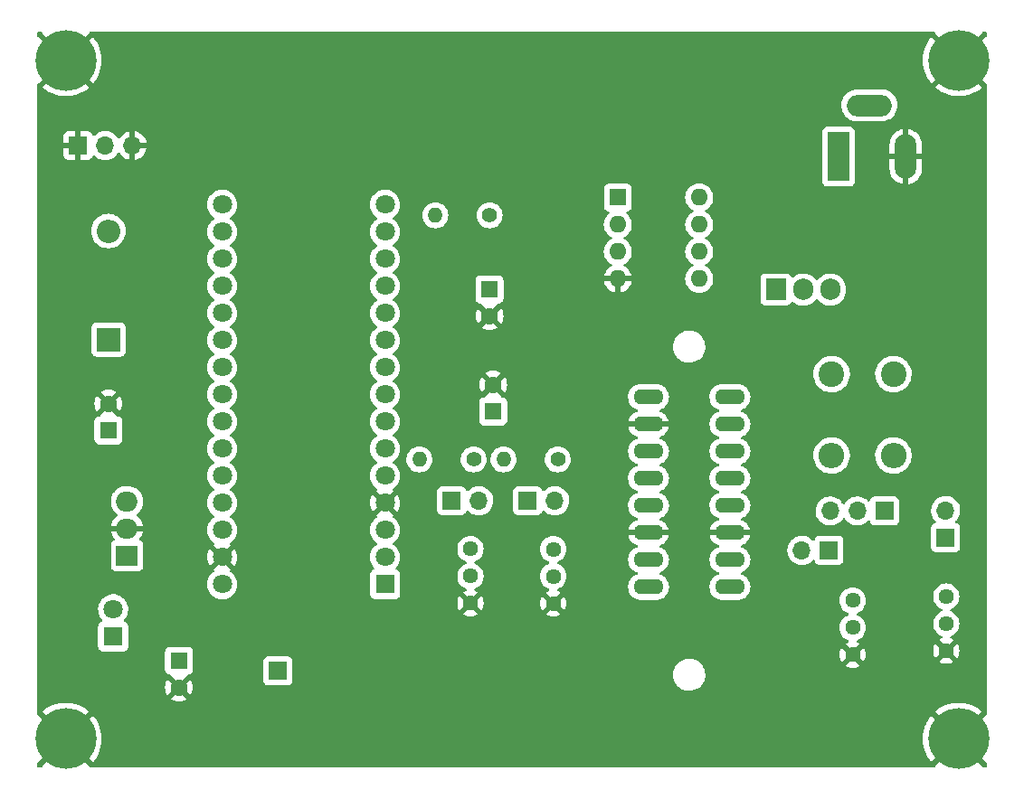
<source format=gbr>
%TF.GenerationSoftware,KiCad,Pcbnew,(6.0.7)*%
%TF.CreationDate,2023-03-15T17:40:26-04:00*%
%TF.ProjectId,NPN Tracer V1,4e504e20-5472-4616-9365-722056312e6b,rev?*%
%TF.SameCoordinates,Original*%
%TF.FileFunction,Copper,L2,Bot*%
%TF.FilePolarity,Positive*%
%FSLAX46Y46*%
G04 Gerber Fmt 4.6, Leading zero omitted, Abs format (unit mm)*
G04 Created by KiCad (PCBNEW (6.0.7)) date 2023-03-15 17:40:26*
%MOMM*%
%LPD*%
G01*
G04 APERTURE LIST*
%TA.AperFunction,ComponentPad*%
%ADD10C,1.800000*%
%TD*%
%TA.AperFunction,ComponentPad*%
%ADD11R,1.800000X1.800000*%
%TD*%
%TA.AperFunction,ComponentPad*%
%ADD12R,2.000000X4.600000*%
%TD*%
%TA.AperFunction,ComponentPad*%
%ADD13O,2.000000X4.200000*%
%TD*%
%TA.AperFunction,ComponentPad*%
%ADD14O,4.200000X2.000000*%
%TD*%
%TA.AperFunction,ComponentPad*%
%ADD15R,1.700000X1.700000*%
%TD*%
%TA.AperFunction,ComponentPad*%
%ADD16O,1.700000X1.700000*%
%TD*%
%TA.AperFunction,ConnectorPad*%
%ADD17C,5.700000*%
%TD*%
%TA.AperFunction,ComponentPad*%
%ADD18C,3.600000*%
%TD*%
%TA.AperFunction,ComponentPad*%
%ADD19R,2.200000X2.200000*%
%TD*%
%TA.AperFunction,ComponentPad*%
%ADD20O,2.200000X2.200000*%
%TD*%
%TA.AperFunction,ComponentPad*%
%ADD21R,1.600000X1.600000*%
%TD*%
%TA.AperFunction,ComponentPad*%
%ADD22C,1.600000*%
%TD*%
%TA.AperFunction,ComponentPad*%
%ADD23O,1.600000X1.600000*%
%TD*%
%TA.AperFunction,ComponentPad*%
%ADD24R,1.905000X2.000000*%
%TD*%
%TA.AperFunction,ComponentPad*%
%ADD25O,1.905000X2.000000*%
%TD*%
%TA.AperFunction,ComponentPad*%
%ADD26C,2.400000*%
%TD*%
%TA.AperFunction,ComponentPad*%
%ADD27O,2.400000X2.400000*%
%TD*%
%TA.AperFunction,ComponentPad*%
%ADD28C,1.400000*%
%TD*%
%TA.AperFunction,ComponentPad*%
%ADD29O,1.400000X1.400000*%
%TD*%
%TA.AperFunction,ComponentPad*%
%ADD30O,2.816000X1.408000*%
%TD*%
%TA.AperFunction,ComponentPad*%
%ADD31C,1.440000*%
%TD*%
%TA.AperFunction,ComponentPad*%
%ADD32R,2.000000X1.905000*%
%TD*%
%TA.AperFunction,ComponentPad*%
%ADD33O,2.000000X1.905000*%
%TD*%
G04 APERTURE END LIST*
D10*
%TO.P,TB1,30,VIN*%
%TO.N,unconnected-(TB1-Pad30)*%
X102083500Y-102694000D03*
%TO.P,TB1,29,COM/GND*%
%TO.N,GND*%
X102083500Y-100154000D03*
%TO.P,TB1,28,RESET*%
%TO.N,unconnected-(TB1-Pad28)*%
X102083500Y-97614000D03*
%TO.P,TB1,27,+5V*%
%TO.N,5V*%
X102083500Y-95074000D03*
%TO.P,TB1,26,A7*%
%TO.N,unconnected-(TB1-Pad26)*%
X102083500Y-92534000D03*
%TO.P,TB1,25,A6*%
%TO.N,unconnected-(TB1-Pad25)*%
X102083500Y-89994000D03*
%TO.P,TB1,24,A5*%
%TO.N,unconnected-(TB1-Pad24)*%
X102083500Y-87454000D03*
%TO.P,TB1,23,A4*%
%TO.N,ADC4*%
X102083500Y-84914000D03*
%TO.P,TB1,22,A3*%
%TO.N,ADC3*%
X102083500Y-82374000D03*
%TO.P,TB1,21,A2*%
%TO.N,ADC2*%
X102083500Y-79834000D03*
%TO.P,TB1,20,A1*%
%TO.N,ADC1*%
X102083500Y-77294000D03*
%TO.P,TB1,19,A0*%
%TO.N,Net-(R10-Pad1)*%
X102083500Y-74754000D03*
%TO.P,TB1,18,AREF*%
%TO.N,unconnected-(TB1-Pad18)*%
X102083500Y-72214000D03*
%TO.P,TB1,17,3V3*%
%TO.N,unconnected-(TB1-Pad17)*%
X102083500Y-69674000D03*
%TO.P,TB1,16,D13/SCK*%
%TO.N,unconnected-(TB1-Pad16)*%
X102083500Y-67134000D03*
%TO.P,TB1,15,D12/MISO*%
%TO.N,Net-(R10-Pad1)*%
X117323500Y-67134000D03*
%TO.P,TB1,14,D11/MOSI*%
%TO.N,unconnected-(TB1-Pad14)*%
X117323500Y-69674000D03*
%TO.P,TB1,13,D10*%
%TO.N,Net-(R1-Pad2)*%
X117323500Y-72214000D03*
%TO.P,TB1,12,D9*%
%TO.N,unconnected-(TB1-Pad12)*%
X117323500Y-74754000D03*
%TO.P,TB1,11,D8*%
%TO.N,unconnected-(TB1-Pad11)*%
X117323500Y-77294000D03*
%TO.P,TB1,10,D7*%
%TO.N,unconnected-(TB1-Pad10)*%
X117323500Y-79834000D03*
%TO.P,TB1,9,D6*%
%TO.N,unconnected-(TB1-Pad9)*%
X117323500Y-82374000D03*
%TO.P,TB1,8,D5*%
%TO.N,unconnected-(TB1-Pad8)*%
X117323500Y-84914000D03*
%TO.P,TB1,7,D4*%
%TO.N,unconnected-(TB1-Pad7)*%
X117323500Y-87454000D03*
%TO.P,TB1,6,D3*%
%TO.N,Net-(R3-Pad2)*%
X117323500Y-89994000D03*
%TO.P,TB1,5,D2*%
%TO.N,unconnected-(TB1-Pad5)*%
X117323500Y-92534000D03*
%TO.P,TB1,4,COM/GND*%
%TO.N,GND*%
X117323500Y-95074000D03*
%TO.P,TB1,3,RESET*%
%TO.N,unconnected-(TB1-Pad3)*%
X117323500Y-97614000D03*
%TO.P,TB1,2,D0/RX*%
%TO.N,unconnected-(TB1-Pad2)*%
X117323500Y-100154000D03*
D11*
%TO.P,TB1,1,D1/TX*%
%TO.N,unconnected-(TB1-Pad1)*%
X117323500Y-102694000D03*
%TD*%
D12*
%TO.P,J8,1*%
%TO.N,VIN*%
X159766000Y-62626000D03*
D13*
%TO.P,J8,2*%
%TO.N,GND*%
X166066000Y-62626000D03*
D14*
%TO.P,J8,3*%
%TO.N,N/C*%
X162666000Y-57826000D03*
%TD*%
D15*
%TO.P,J5,1,Pin_1*%
%TO.N,GND*%
X88597500Y-61595000D03*
D16*
%TO.P,J5,2,Pin_2*%
%TO.N,VIN*%
X91137500Y-61595000D03*
%TO.P,J5,3,Pin_3*%
%TO.N,GND*%
X93677500Y-61595000D03*
%TD*%
D17*
%TO.P,H4,1,1*%
%TO.N,GND*%
X171005500Y-117157500D03*
D18*
X171005500Y-117157500D03*
%TD*%
D17*
%TO.P,H3,1,1*%
%TO.N,GND*%
X171005500Y-53594000D03*
D18*
X171005500Y-53594000D03*
%TD*%
D17*
%TO.P,H2,1,1*%
%TO.N,GND*%
X87439500Y-53594000D03*
D18*
X87439500Y-53594000D03*
%TD*%
D17*
%TO.P,H1,1,1*%
%TO.N,GND*%
X87439500Y-117157500D03*
D18*
X87439500Y-117157500D03*
%TD*%
D19*
%TO.P,D1,1,K*%
%TO.N,12V*%
X91440000Y-79756000D03*
D20*
%TO.P,D1,2,A*%
%TO.N,VIN*%
X91440000Y-69596000D03*
%TD*%
D21*
%TO.P,C2,1*%
%TO.N,Net-(C2-Pad1)*%
X127444500Y-86496651D03*
D22*
%TO.P,C2,2*%
%TO.N,GND*%
X127444500Y-83996651D03*
%TD*%
D21*
%TO.P,U1,1*%
%TO.N,Net-(Q1-Pad1)*%
X139114000Y-66445500D03*
D23*
%TO.P,U1,2,-*%
%TO.N,Net-(R6-Pad2)*%
X139114000Y-68985500D03*
%TO.P,U1,3,+*%
%TO.N,SUPPLY*%
X139114000Y-71525500D03*
%TO.P,U1,4,V-*%
%TO.N,GND*%
X139114000Y-74065500D03*
%TO.P,U1,5,+*%
%TO.N,unconnected-(U1-Pad5)*%
X146734000Y-74065500D03*
%TO.P,U1,6,-*%
%TO.N,unconnected-(U1-Pad6)*%
X146734000Y-71525500D03*
%TO.P,U1,7*%
%TO.N,unconnected-(U1-Pad7)*%
X146734000Y-68985500D03*
%TO.P,U1,8,V+*%
%TO.N,12V*%
X146734000Y-66445500D03*
%TD*%
D15*
%TO.P,J2,1,Pin_1*%
%TO.N,Net-(ADC4-Pad3)*%
X169799000Y-98303000D03*
D16*
%TO.P,J2,2,Pin_2*%
%TO.N,Net-(J2-Pad2)*%
X169799000Y-95763000D03*
%TD*%
D15*
%TO.P,J6,1,Pin_1*%
%TO.N,Net-(ADC1-Pad3)*%
X123566000Y-94869000D03*
D16*
%TO.P,J6,2,Pin_2*%
%TO.N,Net-(C2-Pad1)*%
X126106000Y-94869000D03*
%TD*%
D21*
%TO.P,C4,1*%
%TO.N,12V*%
X98044000Y-109855000D03*
D22*
%TO.P,C4,2*%
%TO.N,GND*%
X98044000Y-112355000D03*
%TD*%
D24*
%TO.P,Q1,1,B*%
%TO.N,Net-(Q1-Pad1)*%
X153924000Y-75084500D03*
D25*
%TO.P,Q1,2,C*%
%TO.N,12V*%
X156464000Y-75084500D03*
%TO.P,Q1,3,E*%
%TO.N,Net-(J2-Pad2)*%
X159004000Y-75084500D03*
%TD*%
D15*
%TO.P,J1,1,Pin_1*%
%TO.N,Net-(ADC3-Pad3)*%
X158882000Y-99504500D03*
D16*
%TO.P,J1,2,Pin_2*%
%TO.N,Vc*%
X156342000Y-99504500D03*
%TD*%
D26*
%TO.P,R8,1*%
%TO.N,Net-(J2-Pad2)*%
X159131000Y-83009500D03*
D27*
%TO.P,R8,2*%
%TO.N,Net-(J4-Pad3)*%
X159131000Y-90629500D03*
%TD*%
D28*
%TO.P,R4,1*%
%TO.N,BASE{slash}GATE*%
X133490500Y-90995500D03*
D29*
%TO.P,R4,2*%
%TO.N,Net-(C2-Pad1)*%
X128410500Y-90995500D03*
%TD*%
D15*
%TO.P,J3,1,Pin_1*%
%TO.N,Net-(ADC2-Pad3)*%
X130678000Y-94869000D03*
D16*
%TO.P,J3,2,Pin_2*%
%TO.N,BASE{slash}GATE*%
X133218000Y-94869000D03*
%TD*%
D11*
%TO.P,D2,1,K*%
%TO.N,Net-(D2-Pad1)*%
X91884500Y-107574000D03*
D10*
%TO.P,D2,2,A*%
%TO.N,12V*%
X91884500Y-105034000D03*
%TD*%
D15*
%TO.P,J7,1,Pin_1*%
%TO.N,5V*%
X107315000Y-110807500D03*
%TD*%
D30*
%TO.P,ZX1,1*%
%TO.N,BASE{slash}GATE*%
X149606000Y-102933500D03*
%TO.P,ZX1,2*%
%TO.N,Vc*%
X149606000Y-100393500D03*
%TO.P,ZX1,3*%
%TO.N,GND*%
X149606000Y-97853500D03*
%TO.P,ZX1,4*%
%TO.N,unconnected-(ZX1-Pad4)*%
X149606000Y-95313500D03*
%TO.P,ZX1,5*%
%TO.N,unconnected-(ZX1-Pad5)*%
X149606000Y-92773500D03*
%TO.P,ZX1,6*%
%TO.N,unconnected-(ZX1-Pad6)*%
X149606000Y-90233500D03*
%TO.P,ZX1,7*%
%TO.N,unconnected-(ZX1-Pad7)*%
X149606000Y-87693500D03*
%TO.P,ZX1,8*%
%TO.N,unconnected-(ZX1-Pad8)*%
X149606000Y-85153500D03*
%TO.P,ZX1,9*%
%TO.N,Vc*%
X141986000Y-85153500D03*
%TO.P,ZX1,10*%
%TO.N,GND*%
X141986000Y-87693500D03*
%TO.P,ZX1,11*%
%TO.N,BASE{slash}GATE*%
X141986000Y-90233500D03*
%TO.P,ZX1,12*%
%TO.N,unconnected-(ZX1-Pad12)*%
X141986000Y-92773500D03*
%TO.P,ZX1,13*%
%TO.N,unconnected-(ZX1-Pad13)*%
X141986000Y-95313500D03*
%TO.P,ZX1,14*%
%TO.N,GND*%
X141986000Y-97853500D03*
%TO.P,ZX1,15*%
%TO.N,BASE{slash}GATE*%
X141986000Y-100393500D03*
%TO.P,ZX1,16*%
%TO.N,Vc*%
X141986000Y-102933500D03*
%TD*%
D31*
%TO.P,ADC1,1,1*%
%TO.N,GND*%
X125324500Y-104472000D03*
%TO.P,ADC1,2,2*%
%TO.N,ADC1*%
X125324500Y-101932000D03*
%TO.P,ADC1,3,3*%
%TO.N,Net-(ADC1-Pad3)*%
X125324500Y-99392000D03*
%TD*%
%TO.P,ADC3,1,1*%
%TO.N,GND*%
X161099500Y-109293500D03*
%TO.P,ADC3,2,2*%
%TO.N,ADC3*%
X161099500Y-106753500D03*
%TO.P,ADC3,3,3*%
%TO.N,Net-(ADC3-Pad3)*%
X161099500Y-104213500D03*
%TD*%
D15*
%TO.P,J4,1,Pin_1*%
%TO.N,Net-(J4-Pad1)*%
X164069000Y-95821500D03*
D16*
%TO.P,J4,2,Pin_2*%
%TO.N,Vc*%
X161529000Y-95821500D03*
%TO.P,J4,3,Pin_3*%
%TO.N,Net-(J4-Pad3)*%
X158989000Y-95821500D03*
%TD*%
D32*
%TO.P,U2,1,VI*%
%TO.N,12V*%
X93182000Y-100012500D03*
D33*
%TO.P,U2,2,GND*%
%TO.N,GND*%
X93182000Y-97472500D03*
%TO.P,U2,3,VO*%
%TO.N,5V*%
X93182000Y-94932500D03*
%TD*%
D31*
%TO.P,ADC2,1,1*%
%TO.N,GND*%
X133071500Y-104482000D03*
%TO.P,ADC2,2,2*%
%TO.N,ADC2*%
X133071500Y-101942000D03*
%TO.P,ADC2,3,3*%
%TO.N,Net-(ADC2-Pad3)*%
X133071500Y-99402000D03*
%TD*%
D28*
%TO.P,R3,1*%
%TO.N,Net-(C2-Pad1)*%
X125616500Y-90995500D03*
D29*
%TO.P,R3,2*%
%TO.N,Net-(R3-Pad2)*%
X120536500Y-90995500D03*
%TD*%
D31*
%TO.P,ADC4,1,1*%
%TO.N,GND*%
X169862500Y-108912500D03*
%TO.P,ADC4,2,2*%
%TO.N,ADC4*%
X169862500Y-106372500D03*
%TO.P,ADC4,3,3*%
%TO.N,Net-(ADC4-Pad3)*%
X169862500Y-103832500D03*
%TD*%
D21*
%TO.P,C5,1*%
%TO.N,5V*%
X91440000Y-88274651D03*
D22*
%TO.P,C5,2*%
%TO.N,GND*%
X91440000Y-85774651D03*
%TD*%
D21*
%TO.P,C1,1*%
%TO.N,Net-(C1-Pad1)*%
X127102500Y-75071500D03*
D22*
%TO.P,C1,2*%
%TO.N,GND*%
X127102500Y-77571500D03*
%TD*%
D28*
%TO.P,R1,1*%
%TO.N,Net-(C1-Pad1)*%
X127127000Y-68135500D03*
D29*
%TO.P,R1,2*%
%TO.N,Net-(R1-Pad2)*%
X122047000Y-68135500D03*
%TD*%
D26*
%TO.P,R5,1*%
%TO.N,Net-(J2-Pad2)*%
X164909500Y-83009500D03*
D27*
%TO.P,R5,2*%
%TO.N,Net-(J4-Pad1)*%
X164909500Y-90629500D03*
%TD*%
%TA.AperFunction,Conductor*%
%TO.N,GND*%
G36*
X85196425Y-50947502D02*
G01*
X85242918Y-51001158D01*
X85253500Y-51045345D01*
X85259167Y-51054457D01*
X87426688Y-53221978D01*
X87440632Y-53229592D01*
X87442465Y-53229461D01*
X87449080Y-53225210D01*
X89617666Y-51056624D01*
X89634797Y-51025252D01*
X89641787Y-50993117D01*
X89691988Y-50942914D01*
X89752376Y-50927500D01*
X168694304Y-50927500D01*
X168762425Y-50947502D01*
X168808918Y-51001158D01*
X168819500Y-51045345D01*
X168825167Y-51054457D01*
X170992688Y-53221978D01*
X171006632Y-53229592D01*
X171008465Y-53229461D01*
X171015080Y-53225210D01*
X173183666Y-51056624D01*
X173200797Y-51025252D01*
X173207787Y-50993117D01*
X173257988Y-50942914D01*
X173318376Y-50927500D01*
X173546000Y-50927500D01*
X173614121Y-50947502D01*
X173660614Y-51001158D01*
X173672000Y-51053500D01*
X173672000Y-51284911D01*
X173651998Y-51353032D01*
X173598342Y-51399525D01*
X173556682Y-51408356D01*
X173541390Y-51417320D01*
X171377522Y-53581188D01*
X171369908Y-53595132D01*
X171370039Y-53596965D01*
X171374290Y-53603580D01*
X173539963Y-55769253D01*
X173568773Y-55784985D01*
X173606385Y-55793167D01*
X173656588Y-55843370D01*
X173672000Y-55903755D01*
X173672000Y-114848411D01*
X173651998Y-114916532D01*
X173598342Y-114963025D01*
X173556682Y-114971856D01*
X173541390Y-114980820D01*
X171377522Y-117144688D01*
X171369908Y-117158632D01*
X171370039Y-117160465D01*
X171374290Y-117167080D01*
X173539963Y-119332753D01*
X173568773Y-119348485D01*
X173606385Y-119356667D01*
X173656588Y-119406870D01*
X173672000Y-119467255D01*
X173672000Y-119698000D01*
X173651998Y-119766121D01*
X173598342Y-119812614D01*
X173546000Y-119824000D01*
X173316358Y-119824000D01*
X173248237Y-119803998D01*
X173201744Y-119750342D01*
X173191202Y-119705984D01*
X173185387Y-119696597D01*
X171018312Y-117529522D01*
X171004368Y-117521908D01*
X171002535Y-117522039D01*
X170995920Y-117526290D01*
X168826909Y-119695301D01*
X168809572Y-119727049D01*
X168802755Y-119758387D01*
X168752552Y-119808588D01*
X168692168Y-119824000D01*
X89750358Y-119824000D01*
X89682237Y-119803998D01*
X89635744Y-119750342D01*
X89625202Y-119705984D01*
X89619387Y-119696597D01*
X87452312Y-117529522D01*
X87438368Y-117521908D01*
X87436535Y-117522039D01*
X87429920Y-117526290D01*
X85260909Y-119695301D01*
X85243572Y-119727049D01*
X85236755Y-119758387D01*
X85186552Y-119808588D01*
X85126168Y-119824000D01*
X84899000Y-119824000D01*
X84830879Y-119803998D01*
X84784386Y-119750342D01*
X84773000Y-119698000D01*
X84773000Y-119466684D01*
X84793002Y-119398563D01*
X84846658Y-119352070D01*
X84887747Y-119343436D01*
X84903624Y-119334166D01*
X87067478Y-117170312D01*
X87073856Y-117158632D01*
X87803908Y-117158632D01*
X87804039Y-117160465D01*
X87808290Y-117167080D01*
X89973963Y-119332753D01*
X89987560Y-119340178D01*
X89997169Y-119333481D01*
X90101697Y-119211957D01*
X90105846Y-119206569D01*
X90308003Y-118912429D01*
X90311550Y-118906618D01*
X90480750Y-118592379D01*
X90483657Y-118586201D01*
X90617935Y-118255516D01*
X90620149Y-118249086D01*
X90717927Y-117905831D01*
X90719434Y-117899201D01*
X90779573Y-117547373D01*
X90780353Y-117540633D01*
X90802240Y-117182775D01*
X90802356Y-117179173D01*
X90802426Y-117159320D01*
X90802334Y-117155693D01*
X90801980Y-117149157D01*
X167642760Y-117149157D01*
X167660818Y-117505627D01*
X167661528Y-117512383D01*
X167717978Y-117864805D01*
X167719417Y-117871460D01*
X167813594Y-118215715D01*
X167815743Y-118222176D01*
X167946553Y-118554256D01*
X167949384Y-118560439D01*
X168115292Y-118876449D01*
X168118775Y-118882291D01*
X168317840Y-119178531D01*
X168321942Y-119183975D01*
X168446442Y-119331822D01*
X168459180Y-119340264D01*
X168469624Y-119334166D01*
X170633478Y-117170312D01*
X170641092Y-117156368D01*
X170640961Y-117154535D01*
X170636710Y-117147920D01*
X168471027Y-114982237D01*
X168457490Y-114974845D01*
X168447789Y-114981632D01*
X168336149Y-115112347D01*
X168332015Y-115117755D01*
X168130894Y-115412586D01*
X168127359Y-115418423D01*
X167959254Y-115733257D01*
X167956378Y-115739426D01*
X167823254Y-116070581D01*
X167821061Y-116077021D01*
X167724479Y-116420621D01*
X167722996Y-116427256D01*
X167664089Y-116779273D01*
X167663330Y-116786045D01*
X167642784Y-117142362D01*
X167642760Y-117149157D01*
X90801980Y-117149157D01*
X90782946Y-116797708D01*
X90782211Y-116790942D01*
X90724534Y-116438733D01*
X90723067Y-116432061D01*
X90627694Y-116088155D01*
X90625520Y-116081692D01*
X90493553Y-115750075D01*
X90490697Y-115743895D01*
X90323694Y-115428481D01*
X90320182Y-115422637D01*
X90120088Y-115127098D01*
X90115967Y-115121670D01*
X89998541Y-114983204D01*
X89985715Y-114974767D01*
X89975390Y-114980820D01*
X87811522Y-117144688D01*
X87803908Y-117158632D01*
X87073856Y-117158632D01*
X87075092Y-117156368D01*
X87074961Y-117154535D01*
X87070710Y-117147920D01*
X84905027Y-114982237D01*
X84876207Y-114966499D01*
X84838613Y-114958321D01*
X84788412Y-114908118D01*
X84773000Y-114847734D01*
X84773000Y-114608992D01*
X85254080Y-114608992D01*
X85254115Y-114609833D01*
X85259167Y-114617957D01*
X87426688Y-116785478D01*
X87440632Y-116793092D01*
X87442465Y-116792961D01*
X87449080Y-116788710D01*
X89617666Y-114620124D01*
X89623745Y-114608992D01*
X168820080Y-114608992D01*
X168820115Y-114609833D01*
X168825167Y-114617957D01*
X170992688Y-116785478D01*
X171006632Y-116793092D01*
X171008465Y-116792961D01*
X171015080Y-116788710D01*
X173183666Y-114620124D01*
X173191280Y-114606180D01*
X173191212Y-114605223D01*
X173186271Y-114597751D01*
X173182370Y-114594431D01*
X172898458Y-114378149D01*
X172892832Y-114374325D01*
X172587222Y-114189969D01*
X172581210Y-114186772D01*
X172257466Y-114036495D01*
X172251166Y-114033975D01*
X171913095Y-113919545D01*
X171906517Y-113917709D01*
X171558092Y-113840465D01*
X171551357Y-113839350D01*
X171196606Y-113800185D01*
X171189824Y-113799806D01*
X170832895Y-113799183D01*
X170826122Y-113799538D01*
X170471214Y-113837466D01*
X170464505Y-113838553D01*
X170115789Y-113914586D01*
X170109214Y-113916397D01*
X169770750Y-114029645D01*
X169764428Y-114032148D01*
X169440180Y-114181285D01*
X169434137Y-114184471D01*
X169127904Y-114367748D01*
X169122244Y-114371566D01*
X168837594Y-114586846D01*
X168832391Y-114591242D01*
X168828101Y-114595285D01*
X168820080Y-114608992D01*
X89623745Y-114608992D01*
X89625280Y-114606180D01*
X89625212Y-114605223D01*
X89620271Y-114597751D01*
X89616370Y-114594431D01*
X89332458Y-114378149D01*
X89326832Y-114374325D01*
X89021222Y-114189969D01*
X89015210Y-114186772D01*
X88691466Y-114036495D01*
X88685166Y-114033975D01*
X88347095Y-113919545D01*
X88340517Y-113917709D01*
X87992092Y-113840465D01*
X87985357Y-113839350D01*
X87630606Y-113800185D01*
X87623824Y-113799806D01*
X87266895Y-113799183D01*
X87260122Y-113799538D01*
X86905214Y-113837466D01*
X86898505Y-113838553D01*
X86549789Y-113914586D01*
X86543214Y-113916397D01*
X86204750Y-114029645D01*
X86198428Y-114032148D01*
X85874180Y-114181285D01*
X85868137Y-114184471D01*
X85561904Y-114367748D01*
X85556244Y-114371566D01*
X85271594Y-114586846D01*
X85266391Y-114591242D01*
X85262101Y-114595285D01*
X85254080Y-114608992D01*
X84773000Y-114608992D01*
X84773000Y-113441062D01*
X97322493Y-113441062D01*
X97331789Y-113453077D01*
X97382994Y-113488931D01*
X97392489Y-113494414D01*
X97589947Y-113586490D01*
X97600239Y-113590236D01*
X97810688Y-113646625D01*
X97821481Y-113648528D01*
X98038525Y-113667517D01*
X98049475Y-113667517D01*
X98266519Y-113648528D01*
X98277312Y-113646625D01*
X98487761Y-113590236D01*
X98498053Y-113586490D01*
X98695511Y-113494414D01*
X98705006Y-113488931D01*
X98757048Y-113452491D01*
X98765424Y-113442012D01*
X98758356Y-113428566D01*
X98056812Y-112727022D01*
X98042868Y-112719408D01*
X98041035Y-112719539D01*
X98034420Y-112723790D01*
X97328923Y-113429287D01*
X97322493Y-113441062D01*
X84773000Y-113441062D01*
X84773000Y-112360475D01*
X96731483Y-112360475D01*
X96750472Y-112577519D01*
X96752375Y-112588312D01*
X96808764Y-112798761D01*
X96812510Y-112809053D01*
X96904586Y-113006511D01*
X96910069Y-113016006D01*
X96946509Y-113068048D01*
X96956988Y-113076424D01*
X96970434Y-113069356D01*
X97671978Y-112367812D01*
X97678356Y-112356132D01*
X98408408Y-112356132D01*
X98408539Y-112357965D01*
X98412790Y-112364580D01*
X99118287Y-113070077D01*
X99130062Y-113076507D01*
X99142077Y-113067211D01*
X99177931Y-113016006D01*
X99183414Y-113006511D01*
X99275490Y-112809053D01*
X99279236Y-112798761D01*
X99335625Y-112588312D01*
X99337528Y-112577519D01*
X99356517Y-112360475D01*
X99356517Y-112349525D01*
X99337528Y-112132481D01*
X99335625Y-112121688D01*
X99279236Y-111911239D01*
X99275490Y-111900947D01*
X99184414Y-111705634D01*
X105956500Y-111705634D01*
X105963255Y-111767816D01*
X106014385Y-111904205D01*
X106101739Y-112020761D01*
X106218295Y-112108115D01*
X106354684Y-112159245D01*
X106416866Y-112166000D01*
X108213134Y-112166000D01*
X108275316Y-112159245D01*
X108411705Y-112108115D01*
X108528261Y-112020761D01*
X108615615Y-111904205D01*
X108666745Y-111767816D01*
X108673500Y-111705634D01*
X108673500Y-111216317D01*
X144283514Y-111216317D01*
X144284095Y-111221337D01*
X144284095Y-111221341D01*
X144299923Y-111358131D01*
X144311415Y-111457456D01*
X144312791Y-111462320D01*
X144312792Y-111462323D01*
X144358476Y-111623766D01*
X144377510Y-111691032D01*
X144379644Y-111695608D01*
X144379646Y-111695614D01*
X144477962Y-111906454D01*
X144480099Y-111911036D01*
X144616544Y-112111807D01*
X144783332Y-112288181D01*
X144787358Y-112291259D01*
X144787359Y-112291260D01*
X144972154Y-112432547D01*
X144972158Y-112432550D01*
X144976174Y-112435620D01*
X145190109Y-112550331D01*
X145419631Y-112629362D01*
X145518978Y-112646522D01*
X145654926Y-112670004D01*
X145654932Y-112670005D01*
X145658836Y-112670679D01*
X145662797Y-112670859D01*
X145662798Y-112670859D01*
X145686506Y-112671936D01*
X145686525Y-112671936D01*
X145687925Y-112672000D01*
X145857001Y-112672000D01*
X145859509Y-112671798D01*
X145859514Y-112671798D01*
X146032924Y-112657846D01*
X146032929Y-112657845D01*
X146037965Y-112657440D01*
X146042873Y-112656234D01*
X146042876Y-112656234D01*
X146268792Y-112600744D01*
X146273706Y-112599537D01*
X146278358Y-112597562D01*
X146278362Y-112597561D01*
X146492498Y-112506665D01*
X146497156Y-112504688D01*
X146603037Y-112438011D01*
X146698288Y-112378028D01*
X146698291Y-112378026D01*
X146702567Y-112375333D01*
X146801422Y-112288181D01*
X146880858Y-112218150D01*
X146880861Y-112218147D01*
X146884655Y-112214802D01*
X146930290Y-112159245D01*
X147035526Y-112031128D01*
X147035528Y-112031125D01*
X147038734Y-112027222D01*
X147112228Y-111900947D01*
X147158299Y-111821790D01*
X147158300Y-111821788D01*
X147160841Y-111817422D01*
X147203752Y-111705634D01*
X147246020Y-111595522D01*
X147246021Y-111595518D01*
X147247833Y-111590798D01*
X147297474Y-111353180D01*
X147308486Y-111110683D01*
X147307900Y-111105615D01*
X147281167Y-110874571D01*
X147281166Y-110874567D01*
X147280585Y-110869544D01*
X147241517Y-110731478D01*
X147215866Y-110640831D01*
X147214490Y-110635968D01*
X147212356Y-110631392D01*
X147212354Y-110631386D01*
X147114038Y-110420546D01*
X147114036Y-110420542D01*
X147111901Y-110415964D01*
X147076157Y-110363368D01*
X147048125Y-110322121D01*
X160435433Y-110322121D01*
X160444727Y-110334135D01*
X160478646Y-110357885D01*
X160488141Y-110363368D01*
X160672913Y-110449528D01*
X160683205Y-110453274D01*
X160880132Y-110506040D01*
X160890925Y-110507943D01*
X161094025Y-110525712D01*
X161104975Y-110525712D01*
X161308075Y-110507943D01*
X161318868Y-110506040D01*
X161515795Y-110453274D01*
X161526087Y-110449528D01*
X161710859Y-110363368D01*
X161720354Y-110357885D01*
X161755107Y-110333551D01*
X161763483Y-110323072D01*
X161756416Y-110309627D01*
X161112311Y-109665521D01*
X161098368Y-109657908D01*
X161096534Y-109658039D01*
X161089920Y-109662290D01*
X160441860Y-110310351D01*
X160435433Y-110322121D01*
X147048125Y-110322121D01*
X146978302Y-110219381D01*
X146975456Y-110215193D01*
X146808668Y-110038819D01*
X146804641Y-110035740D01*
X146619846Y-109894453D01*
X146619842Y-109894450D01*
X146615826Y-109891380D01*
X146401891Y-109776669D01*
X146172369Y-109697638D01*
X146073022Y-109680478D01*
X145937074Y-109656996D01*
X145937068Y-109656995D01*
X145933164Y-109656321D01*
X145929203Y-109656141D01*
X145929202Y-109656141D01*
X145905494Y-109655064D01*
X145905475Y-109655064D01*
X145904075Y-109655000D01*
X145734999Y-109655000D01*
X145732491Y-109655202D01*
X145732486Y-109655202D01*
X145559076Y-109669154D01*
X145559071Y-109669155D01*
X145554035Y-109669560D01*
X145549127Y-109670766D01*
X145549124Y-109670766D01*
X145351923Y-109719203D01*
X145318294Y-109727463D01*
X145313642Y-109729438D01*
X145313638Y-109729439D01*
X145206252Y-109775022D01*
X145094844Y-109822312D01*
X145090560Y-109825010D01*
X144893712Y-109948972D01*
X144893709Y-109948974D01*
X144889433Y-109951667D01*
X144885639Y-109955012D01*
X144711142Y-110108850D01*
X144711139Y-110108853D01*
X144707345Y-110112198D01*
X144704135Y-110116106D01*
X144704134Y-110116107D01*
X144696797Y-110125040D01*
X144553266Y-110299778D01*
X144431159Y-110509578D01*
X144429346Y-110514301D01*
X144355557Y-110706531D01*
X144344167Y-110736202D01*
X144343133Y-110741152D01*
X144343132Y-110741155D01*
X144309592Y-110901705D01*
X144294526Y-110973820D01*
X144283514Y-111216317D01*
X108673500Y-111216317D01*
X108673500Y-109909366D01*
X108666745Y-109847184D01*
X108615615Y-109710795D01*
X108528261Y-109594239D01*
X108411705Y-109506885D01*
X108275316Y-109455755D01*
X108213134Y-109449000D01*
X106416866Y-109449000D01*
X106354684Y-109455755D01*
X106218295Y-109506885D01*
X106101739Y-109594239D01*
X106014385Y-109710795D01*
X105963255Y-109847184D01*
X105956500Y-109909366D01*
X105956500Y-111705634D01*
X99184414Y-111705634D01*
X99183414Y-111703489D01*
X99177931Y-111693994D01*
X99141491Y-111641952D01*
X99131012Y-111633576D01*
X99117566Y-111640644D01*
X98416022Y-112342188D01*
X98408408Y-112356132D01*
X97678356Y-112356132D01*
X97679592Y-112353868D01*
X97679461Y-112352035D01*
X97675210Y-112345420D01*
X96969713Y-111639923D01*
X96957938Y-111633493D01*
X96945923Y-111642789D01*
X96910069Y-111693994D01*
X96904586Y-111703489D01*
X96812510Y-111900947D01*
X96808764Y-111911239D01*
X96752375Y-112121688D01*
X96750472Y-112132481D01*
X96731483Y-112349525D01*
X96731483Y-112360475D01*
X84773000Y-112360475D01*
X84773000Y-110703134D01*
X96735500Y-110703134D01*
X96742255Y-110765316D01*
X96793385Y-110901705D01*
X96880739Y-111018261D01*
X96997295Y-111105615D01*
X97133684Y-111156745D01*
X97177252Y-111161478D01*
X97192486Y-111163133D01*
X97192489Y-111163133D01*
X97195866Y-111163500D01*
X97199185Y-111163500D01*
X97266110Y-111187153D01*
X97301804Y-111233156D01*
X97303734Y-111232141D01*
X97309442Y-111243000D01*
X97309632Y-111243245D01*
X97309653Y-111243403D01*
X97329644Y-111281434D01*
X98031188Y-111982978D01*
X98045132Y-111990592D01*
X98046965Y-111990461D01*
X98053580Y-111986210D01*
X98759077Y-111280713D01*
X98781871Y-111238971D01*
X98784047Y-111228971D01*
X98834253Y-111178773D01*
X98887814Y-111163549D01*
X98888719Y-111163500D01*
X98892134Y-111163500D01*
X98895530Y-111163131D01*
X98895532Y-111163131D01*
X98907879Y-111161790D01*
X98954316Y-111156745D01*
X99090705Y-111105615D01*
X99207261Y-111018261D01*
X99294615Y-110901705D01*
X99345745Y-110765316D01*
X99352500Y-110703134D01*
X99352500Y-109298975D01*
X159867288Y-109298975D01*
X159885057Y-109502075D01*
X159886960Y-109512868D01*
X159939726Y-109709795D01*
X159943472Y-109720087D01*
X160029635Y-109904864D01*
X160035113Y-109914350D01*
X160059449Y-109949107D01*
X160069928Y-109957483D01*
X160083372Y-109950417D01*
X160727479Y-109306311D01*
X160733856Y-109294632D01*
X161463908Y-109294632D01*
X161464039Y-109296466D01*
X161468290Y-109303080D01*
X162116351Y-109951140D01*
X162128121Y-109957567D01*
X162140135Y-109948272D01*
X162145142Y-109941121D01*
X169198433Y-109941121D01*
X169207727Y-109953135D01*
X169241646Y-109976885D01*
X169251141Y-109982368D01*
X169435913Y-110068528D01*
X169446205Y-110072274D01*
X169643132Y-110125040D01*
X169653925Y-110126943D01*
X169857025Y-110144712D01*
X169867975Y-110144712D01*
X170071075Y-110126943D01*
X170081868Y-110125040D01*
X170278795Y-110072274D01*
X170289087Y-110068528D01*
X170473859Y-109982368D01*
X170483354Y-109976885D01*
X170518107Y-109952551D01*
X170526483Y-109942072D01*
X170519416Y-109928627D01*
X169875311Y-109284521D01*
X169861368Y-109276908D01*
X169859534Y-109277039D01*
X169852920Y-109281290D01*
X169204860Y-109929351D01*
X169198433Y-109941121D01*
X162145142Y-109941121D01*
X162163887Y-109914350D01*
X162169365Y-109904864D01*
X162255528Y-109720087D01*
X162259274Y-109709795D01*
X162312040Y-109512868D01*
X162313943Y-109502075D01*
X162331712Y-109298975D01*
X162331712Y-109288025D01*
X162313943Y-109084925D01*
X162312040Y-109074132D01*
X162270198Y-108917975D01*
X168630288Y-108917975D01*
X168648057Y-109121075D01*
X168649960Y-109131868D01*
X168702726Y-109328795D01*
X168706472Y-109339087D01*
X168792635Y-109523864D01*
X168798113Y-109533350D01*
X168822449Y-109568107D01*
X168832928Y-109576483D01*
X168846372Y-109569417D01*
X169490479Y-108925311D01*
X169496856Y-108913632D01*
X170226908Y-108913632D01*
X170227039Y-108915466D01*
X170231290Y-108922080D01*
X170879351Y-109570140D01*
X170891121Y-109576567D01*
X170903135Y-109567272D01*
X170926887Y-109533350D01*
X170932365Y-109523864D01*
X171018528Y-109339087D01*
X171022274Y-109328795D01*
X171075040Y-109131868D01*
X171076943Y-109121075D01*
X171094712Y-108917975D01*
X171094712Y-108907025D01*
X171076943Y-108703925D01*
X171075040Y-108693132D01*
X171022274Y-108496205D01*
X171018528Y-108485913D01*
X170932365Y-108301136D01*
X170926887Y-108291650D01*
X170902551Y-108256893D01*
X170892072Y-108248517D01*
X170878628Y-108255583D01*
X170234521Y-108899689D01*
X170226908Y-108913632D01*
X169496856Y-108913632D01*
X169498092Y-108911368D01*
X169497961Y-108909534D01*
X169493710Y-108902920D01*
X168845649Y-108254860D01*
X168833879Y-108248433D01*
X168821865Y-108257728D01*
X168798113Y-108291650D01*
X168792635Y-108301136D01*
X168706472Y-108485913D01*
X168702726Y-108496205D01*
X168649960Y-108693132D01*
X168648057Y-108703925D01*
X168630288Y-108907025D01*
X168630288Y-108917975D01*
X162270198Y-108917975D01*
X162259274Y-108877205D01*
X162255528Y-108866913D01*
X162169365Y-108682136D01*
X162163887Y-108672650D01*
X162139551Y-108637893D01*
X162129072Y-108629517D01*
X162115628Y-108636583D01*
X161471521Y-109280689D01*
X161463908Y-109294632D01*
X160733856Y-109294632D01*
X160735092Y-109292368D01*
X160734961Y-109290534D01*
X160730710Y-109283920D01*
X160082649Y-108635860D01*
X160070879Y-108629433D01*
X160058865Y-108638728D01*
X160035113Y-108672650D01*
X160029635Y-108682136D01*
X159943472Y-108866913D01*
X159939726Y-108877205D01*
X159886960Y-109074132D01*
X159885057Y-109084925D01*
X159867288Y-109288025D01*
X159867288Y-109298975D01*
X99352500Y-109298975D01*
X99352500Y-109006866D01*
X99345745Y-108944684D01*
X99294615Y-108808295D01*
X99207261Y-108691739D01*
X99090705Y-108604385D01*
X98954316Y-108553255D01*
X98892134Y-108546500D01*
X97195866Y-108546500D01*
X97133684Y-108553255D01*
X96997295Y-108604385D01*
X96880739Y-108691739D01*
X96793385Y-108808295D01*
X96742255Y-108944684D01*
X96735500Y-109006866D01*
X96735500Y-110703134D01*
X84773000Y-110703134D01*
X84773000Y-104999469D01*
X90471595Y-104999469D01*
X90471892Y-105004622D01*
X90471892Y-105004625D01*
X90481511Y-105171459D01*
X90484927Y-105230697D01*
X90486064Y-105235743D01*
X90486065Y-105235749D01*
X90516164Y-105369305D01*
X90535846Y-105456642D01*
X90537788Y-105461424D01*
X90537789Y-105461428D01*
X90606960Y-105631774D01*
X90622984Y-105671237D01*
X90744001Y-105868719D01*
X90827689Y-105965331D01*
X90855804Y-105997788D01*
X90885286Y-106062373D01*
X90875171Y-106132646D01*
X90828670Y-106186294D01*
X90804796Y-106198267D01*
X90749015Y-106219179D01*
X90737795Y-106223385D01*
X90621239Y-106310739D01*
X90533885Y-106427295D01*
X90482755Y-106563684D01*
X90476000Y-106625866D01*
X90476000Y-108522134D01*
X90482755Y-108584316D01*
X90533885Y-108720705D01*
X90621239Y-108837261D01*
X90737795Y-108924615D01*
X90874184Y-108975745D01*
X90936366Y-108982500D01*
X92832634Y-108982500D01*
X92894816Y-108975745D01*
X93031205Y-108924615D01*
X93147761Y-108837261D01*
X93235115Y-108720705D01*
X93286245Y-108584316D01*
X93293000Y-108522134D01*
X93293000Y-106753500D01*
X159866307Y-106753500D01*
X159885042Y-106967642D01*
X159886466Y-106972955D01*
X159886466Y-106972957D01*
X159890791Y-106989096D01*
X159940678Y-107175277D01*
X160031524Y-107370096D01*
X160154819Y-107546181D01*
X160306819Y-107698181D01*
X160482903Y-107821476D01*
X160487881Y-107823797D01*
X160487884Y-107823799D01*
X160671844Y-107909581D01*
X160725129Y-107956498D01*
X160744590Y-108024776D01*
X160724048Y-108092736D01*
X160671844Y-108137971D01*
X160488136Y-108223635D01*
X160478650Y-108229113D01*
X160443893Y-108253449D01*
X160435517Y-108263928D01*
X160442583Y-108277372D01*
X161086689Y-108921479D01*
X161100632Y-108929092D01*
X161102466Y-108928961D01*
X161109080Y-108924710D01*
X161757140Y-108276649D01*
X161763567Y-108264879D01*
X161754273Y-108252865D01*
X161720354Y-108229115D01*
X161710859Y-108223632D01*
X161527156Y-108137971D01*
X161473871Y-108091054D01*
X161454410Y-108022777D01*
X161474952Y-107954817D01*
X161527156Y-107909581D01*
X161711116Y-107823799D01*
X161711119Y-107823797D01*
X161716097Y-107821476D01*
X161892181Y-107698181D01*
X162044181Y-107546181D01*
X162167476Y-107370096D01*
X162258322Y-107175277D01*
X162308210Y-106989096D01*
X162312534Y-106972957D01*
X162312534Y-106972955D01*
X162313958Y-106967642D01*
X162332693Y-106753500D01*
X162313958Y-106539358D01*
X162269248Y-106372500D01*
X168629307Y-106372500D01*
X168648042Y-106586642D01*
X168703678Y-106794277D01*
X168706000Y-106799257D01*
X168706001Y-106799259D01*
X168784520Y-106967642D01*
X168794524Y-106989096D01*
X168917819Y-107165181D01*
X169069819Y-107317181D01*
X169245903Y-107440476D01*
X169250881Y-107442797D01*
X169250884Y-107442799D01*
X169434844Y-107528581D01*
X169488129Y-107575498D01*
X169507590Y-107643776D01*
X169487048Y-107711736D01*
X169434844Y-107756971D01*
X169251136Y-107842635D01*
X169241650Y-107848113D01*
X169206893Y-107872449D01*
X169198517Y-107882928D01*
X169205583Y-107896372D01*
X169849689Y-108540479D01*
X169863632Y-108548092D01*
X169865466Y-108547961D01*
X169872080Y-108543710D01*
X170520140Y-107895649D01*
X170526567Y-107883879D01*
X170517273Y-107871865D01*
X170483354Y-107848115D01*
X170473859Y-107842632D01*
X170290156Y-107756971D01*
X170236871Y-107710054D01*
X170217410Y-107641777D01*
X170237952Y-107573817D01*
X170290156Y-107528581D01*
X170474116Y-107442799D01*
X170474119Y-107442797D01*
X170479097Y-107440476D01*
X170655181Y-107317181D01*
X170807181Y-107165181D01*
X170930476Y-106989096D01*
X170940481Y-106967642D01*
X171018999Y-106799259D01*
X171019000Y-106799257D01*
X171021322Y-106794277D01*
X171076958Y-106586642D01*
X171095693Y-106372500D01*
X171076958Y-106158358D01*
X171072544Y-106141885D01*
X171022745Y-105956033D01*
X171022744Y-105956031D01*
X171021322Y-105950723D01*
X170930476Y-105755904D01*
X170807181Y-105579819D01*
X170655181Y-105427819D01*
X170479097Y-105304524D01*
X170474119Y-105302203D01*
X170474116Y-105302201D01*
X170290747Y-105216695D01*
X170237462Y-105169778D01*
X170218001Y-105101500D01*
X170238543Y-105033541D01*
X170290747Y-104988305D01*
X170474116Y-104902799D01*
X170474119Y-104902797D01*
X170479097Y-104900476D01*
X170655181Y-104777181D01*
X170807181Y-104625181D01*
X170930476Y-104449096D01*
X170940481Y-104427642D01*
X171018999Y-104259259D01*
X171019000Y-104259257D01*
X171021322Y-104254277D01*
X171044484Y-104167838D01*
X171075534Y-104051957D01*
X171075534Y-104051955D01*
X171076958Y-104046642D01*
X171095693Y-103832500D01*
X171076958Y-103618358D01*
X171072544Y-103601885D01*
X171022745Y-103416033D01*
X171022744Y-103416031D01*
X171021322Y-103410723D01*
X171017316Y-103402132D01*
X170932799Y-103220885D01*
X170932797Y-103220882D01*
X170930476Y-103215904D01*
X170807181Y-103039819D01*
X170655181Y-102887819D01*
X170479097Y-102764524D01*
X170474119Y-102762203D01*
X170474116Y-102762201D01*
X170289259Y-102676001D01*
X170289258Y-102676000D01*
X170284277Y-102673678D01*
X170278969Y-102672256D01*
X170278967Y-102672255D01*
X170081957Y-102619466D01*
X170081955Y-102619466D01*
X170076642Y-102618042D01*
X169862500Y-102599307D01*
X169648358Y-102618042D01*
X169643045Y-102619466D01*
X169643043Y-102619466D01*
X169446033Y-102672255D01*
X169446031Y-102672256D01*
X169440723Y-102673678D01*
X169435743Y-102676000D01*
X169435741Y-102676001D01*
X169250885Y-102762201D01*
X169250882Y-102762203D01*
X169245904Y-102764524D01*
X169069819Y-102887819D01*
X168917819Y-103039819D01*
X168794524Y-103215904D01*
X168792203Y-103220882D01*
X168792201Y-103220885D01*
X168707684Y-103402132D01*
X168703678Y-103410723D01*
X168702256Y-103416031D01*
X168702255Y-103416033D01*
X168652456Y-103601885D01*
X168648042Y-103618358D01*
X168629307Y-103832500D01*
X168648042Y-104046642D01*
X168649466Y-104051955D01*
X168649466Y-104051957D01*
X168680517Y-104167838D01*
X168703678Y-104254277D01*
X168706000Y-104259257D01*
X168706001Y-104259259D01*
X168784520Y-104427642D01*
X168794524Y-104449096D01*
X168917819Y-104625181D01*
X169069819Y-104777181D01*
X169245903Y-104900476D01*
X169250881Y-104902797D01*
X169250884Y-104902799D01*
X169434253Y-104988305D01*
X169487538Y-105035222D01*
X169506999Y-105103500D01*
X169486457Y-105171459D01*
X169434253Y-105216695D01*
X169250885Y-105302201D01*
X169250882Y-105302203D01*
X169245904Y-105304524D01*
X169069819Y-105427819D01*
X168917819Y-105579819D01*
X168794524Y-105755904D01*
X168703678Y-105950723D01*
X168702256Y-105956031D01*
X168702255Y-105956033D01*
X168652456Y-106141885D01*
X168648042Y-106158358D01*
X168629307Y-106372500D01*
X162269248Y-106372500D01*
X162258322Y-106331723D01*
X162246028Y-106305358D01*
X162169799Y-106141885D01*
X162169797Y-106141882D01*
X162167476Y-106136904D01*
X162044181Y-105960819D01*
X161892181Y-105808819D01*
X161716097Y-105685524D01*
X161711119Y-105683203D01*
X161711116Y-105683201D01*
X161527747Y-105597695D01*
X161474462Y-105550778D01*
X161455001Y-105482500D01*
X161475543Y-105414541D01*
X161527747Y-105369305D01*
X161711116Y-105283799D01*
X161711119Y-105283797D01*
X161716097Y-105281476D01*
X161892181Y-105158181D01*
X162044181Y-105006181D01*
X162167476Y-104830096D01*
X162177632Y-104808318D01*
X162255999Y-104640259D01*
X162256000Y-104640257D01*
X162258322Y-104635277D01*
X162280917Y-104550954D01*
X162312534Y-104432957D01*
X162312534Y-104432955D01*
X162313958Y-104427642D01*
X162332693Y-104213500D01*
X162313958Y-103999358D01*
X162312534Y-103994043D01*
X162259745Y-103797033D01*
X162259744Y-103797031D01*
X162258322Y-103791723D01*
X162249822Y-103773494D01*
X162169799Y-103601885D01*
X162169797Y-103601882D01*
X162167476Y-103596904D01*
X162044181Y-103420819D01*
X161892181Y-103268819D01*
X161716097Y-103145524D01*
X161711119Y-103143203D01*
X161711116Y-103143201D01*
X161526259Y-103057001D01*
X161526258Y-103057000D01*
X161521277Y-103054678D01*
X161515969Y-103053256D01*
X161515967Y-103053255D01*
X161318957Y-103000466D01*
X161318955Y-103000466D01*
X161313642Y-102999042D01*
X161099500Y-102980307D01*
X160885358Y-102999042D01*
X160880045Y-103000466D01*
X160880043Y-103000466D01*
X160683033Y-103053255D01*
X160683031Y-103053256D01*
X160677723Y-103054678D01*
X160672743Y-103057000D01*
X160672741Y-103057001D01*
X160487885Y-103143201D01*
X160487882Y-103143203D01*
X160482904Y-103145524D01*
X160306819Y-103268819D01*
X160154819Y-103420819D01*
X160031524Y-103596904D01*
X160029203Y-103601882D01*
X160029201Y-103601885D01*
X159949178Y-103773494D01*
X159940678Y-103791723D01*
X159939256Y-103797031D01*
X159939255Y-103797033D01*
X159886466Y-103994043D01*
X159885042Y-103999358D01*
X159866307Y-104213500D01*
X159885042Y-104427642D01*
X159886466Y-104432955D01*
X159886466Y-104432957D01*
X159918084Y-104550954D01*
X159940678Y-104635277D01*
X159943000Y-104640257D01*
X159943001Y-104640259D01*
X160021369Y-104808318D01*
X160031524Y-104830096D01*
X160154819Y-105006181D01*
X160306819Y-105158181D01*
X160482903Y-105281476D01*
X160487881Y-105283797D01*
X160487884Y-105283799D01*
X160671253Y-105369305D01*
X160724538Y-105416222D01*
X160743999Y-105484500D01*
X160723457Y-105552459D01*
X160671253Y-105597695D01*
X160487885Y-105683201D01*
X160487882Y-105683203D01*
X160482904Y-105685524D01*
X160306819Y-105808819D01*
X160154819Y-105960819D01*
X160031524Y-106136904D01*
X160029203Y-106141882D01*
X160029201Y-106141885D01*
X159952972Y-106305358D01*
X159940678Y-106331723D01*
X159885042Y-106539358D01*
X159866307Y-106753500D01*
X93293000Y-106753500D01*
X93293000Y-106625866D01*
X93286245Y-106563684D01*
X93235115Y-106427295D01*
X93147761Y-106310739D01*
X93031205Y-106223385D01*
X93022796Y-106220233D01*
X93022795Y-106220232D01*
X92964304Y-106198305D01*
X92907539Y-106155664D01*
X92882839Y-106089103D01*
X92898046Y-106019754D01*
X92919593Y-105991073D01*
X92957136Y-105953660D01*
X92957140Y-105953655D01*
X92960803Y-105950005D01*
X93095958Y-105761917D01*
X93101157Y-105751399D01*
X93196284Y-105558922D01*
X93196285Y-105558920D01*
X93198578Y-105554280D01*
X93214881Y-105500621D01*
X124660433Y-105500621D01*
X124669727Y-105512635D01*
X124703646Y-105536385D01*
X124713141Y-105541868D01*
X124897913Y-105628028D01*
X124908205Y-105631774D01*
X125105132Y-105684540D01*
X125115925Y-105686443D01*
X125319025Y-105704212D01*
X125329975Y-105704212D01*
X125533075Y-105686443D01*
X125543868Y-105684540D01*
X125740795Y-105631774D01*
X125751087Y-105628028D01*
X125935859Y-105541868D01*
X125945354Y-105536385D01*
X125980107Y-105512051D01*
X125981250Y-105510621D01*
X132407433Y-105510621D01*
X132416727Y-105522635D01*
X132450646Y-105546385D01*
X132460141Y-105551868D01*
X132644913Y-105638028D01*
X132655205Y-105641774D01*
X132852132Y-105694540D01*
X132862925Y-105696443D01*
X133066025Y-105714212D01*
X133076975Y-105714212D01*
X133280075Y-105696443D01*
X133290868Y-105694540D01*
X133487795Y-105641774D01*
X133498087Y-105638028D01*
X133682859Y-105551868D01*
X133692354Y-105546385D01*
X133727107Y-105522051D01*
X133735483Y-105511572D01*
X133728416Y-105498127D01*
X133084311Y-104854021D01*
X133070368Y-104846408D01*
X133068534Y-104846539D01*
X133061920Y-104850790D01*
X132413860Y-105498851D01*
X132407433Y-105510621D01*
X125981250Y-105510621D01*
X125988483Y-105501572D01*
X125981416Y-105488127D01*
X125337311Y-104844021D01*
X125323368Y-104836408D01*
X125321534Y-104836539D01*
X125314920Y-104840790D01*
X124666860Y-105488851D01*
X124660433Y-105500621D01*
X93214881Y-105500621D01*
X93265908Y-105332671D01*
X93296140Y-105103041D01*
X93296222Y-105099691D01*
X93297745Y-105037365D01*
X93297745Y-105037361D01*
X93297827Y-105034000D01*
X93283030Y-104854021D01*
X93279273Y-104808318D01*
X93279272Y-104808312D01*
X93278849Y-104803167D01*
X93248056Y-104680575D01*
X93223684Y-104583544D01*
X93223683Y-104583540D01*
X93222425Y-104578533D01*
X93220366Y-104573797D01*
X93178484Y-104477475D01*
X124092288Y-104477475D01*
X124110057Y-104680575D01*
X124111960Y-104691368D01*
X124164726Y-104888295D01*
X124168472Y-104898587D01*
X124254635Y-105083364D01*
X124260113Y-105092850D01*
X124284449Y-105127607D01*
X124294928Y-105135983D01*
X124308372Y-105128917D01*
X124952479Y-104484811D01*
X124958856Y-104473132D01*
X125688908Y-104473132D01*
X125689039Y-104474966D01*
X125693290Y-104481580D01*
X126341351Y-105129640D01*
X126353121Y-105136067D01*
X126365135Y-105126772D01*
X126388887Y-105092850D01*
X126394365Y-105083364D01*
X126480528Y-104898587D01*
X126484274Y-104888295D01*
X126537040Y-104691368D01*
X126538943Y-104680575D01*
X126555837Y-104487475D01*
X131839288Y-104487475D01*
X131857057Y-104690575D01*
X131858960Y-104701368D01*
X131911726Y-104898295D01*
X131915472Y-104908587D01*
X132001635Y-105093364D01*
X132007113Y-105102850D01*
X132031449Y-105137607D01*
X132041928Y-105145983D01*
X132055372Y-105138917D01*
X132699479Y-104494811D01*
X132705856Y-104483132D01*
X133435908Y-104483132D01*
X133436039Y-104484966D01*
X133440290Y-104491580D01*
X134088351Y-105139640D01*
X134100121Y-105146067D01*
X134112135Y-105136772D01*
X134135887Y-105102850D01*
X134141365Y-105093364D01*
X134227528Y-104908587D01*
X134231274Y-104898295D01*
X134284040Y-104701368D01*
X134285943Y-104690575D01*
X134303712Y-104487475D01*
X134303712Y-104476525D01*
X134285943Y-104273425D01*
X134284040Y-104262632D01*
X134231274Y-104065705D01*
X134227528Y-104055413D01*
X134141365Y-103870636D01*
X134135887Y-103861150D01*
X134111551Y-103826393D01*
X134101072Y-103818017D01*
X134087628Y-103825083D01*
X133443521Y-104469189D01*
X133435908Y-104483132D01*
X132705856Y-104483132D01*
X132707092Y-104480868D01*
X132706961Y-104479034D01*
X132702710Y-104472420D01*
X132054649Y-103824360D01*
X132042879Y-103817933D01*
X132030865Y-103827228D01*
X132007113Y-103861150D01*
X132001635Y-103870636D01*
X131915472Y-104055413D01*
X131911726Y-104065705D01*
X131858960Y-104262632D01*
X131857057Y-104273425D01*
X131839288Y-104476525D01*
X131839288Y-104487475D01*
X126555837Y-104487475D01*
X126556712Y-104477475D01*
X126556712Y-104466525D01*
X126538943Y-104263425D01*
X126537040Y-104252632D01*
X126484274Y-104055705D01*
X126480528Y-104045413D01*
X126394365Y-103860636D01*
X126388887Y-103851150D01*
X126364551Y-103816393D01*
X126354072Y-103808017D01*
X126340628Y-103815083D01*
X125696521Y-104459189D01*
X125688908Y-104473132D01*
X124958856Y-104473132D01*
X124960092Y-104470868D01*
X124959961Y-104469034D01*
X124955710Y-104462420D01*
X124307649Y-103814360D01*
X124295879Y-103807933D01*
X124283865Y-103817228D01*
X124260113Y-103851150D01*
X124254635Y-103860636D01*
X124168472Y-104045413D01*
X124164726Y-104055705D01*
X124111960Y-104252632D01*
X124110057Y-104263425D01*
X124092288Y-104466525D01*
X124092288Y-104477475D01*
X93178484Y-104477475D01*
X93132130Y-104370868D01*
X93132128Y-104370865D01*
X93130070Y-104366131D01*
X93004264Y-104171665D01*
X92977177Y-104141896D01*
X92938091Y-104098942D01*
X92848387Y-104000358D01*
X92844336Y-103997159D01*
X92844332Y-103997155D01*
X92670677Y-103860011D01*
X92670672Y-103860008D01*
X92666623Y-103856810D01*
X92662107Y-103854317D01*
X92662104Y-103854315D01*
X92468379Y-103747373D01*
X92468375Y-103747371D01*
X92463855Y-103744876D01*
X92458986Y-103743152D01*
X92458982Y-103743150D01*
X92250403Y-103669288D01*
X92250399Y-103669287D01*
X92245528Y-103667562D01*
X92240435Y-103666655D01*
X92240432Y-103666654D01*
X92022595Y-103627851D01*
X92022589Y-103627850D01*
X92017506Y-103626945D01*
X91944596Y-103626054D01*
X91791081Y-103624179D01*
X91791079Y-103624179D01*
X91785911Y-103624116D01*
X91556964Y-103659150D01*
X91336814Y-103731106D01*
X91332226Y-103733494D01*
X91332222Y-103733496D01*
X91142427Y-103832297D01*
X91131372Y-103838052D01*
X91127239Y-103841155D01*
X91127236Y-103841157D01*
X90955065Y-103970427D01*
X90946155Y-103977117D01*
X90914840Y-104009886D01*
X90797993Y-104132160D01*
X90786139Y-104144564D01*
X90783225Y-104148836D01*
X90783224Y-104148837D01*
X90767652Y-104171665D01*
X90655619Y-104335899D01*
X90558102Y-104545981D01*
X90496207Y-104769169D01*
X90471595Y-104999469D01*
X84773000Y-104999469D01*
X84773000Y-102659469D01*
X100670595Y-102659469D01*
X100670892Y-102664622D01*
X100670892Y-102664625D01*
X100676464Y-102761263D01*
X100683927Y-102890697D01*
X100685064Y-102895743D01*
X100685065Y-102895749D01*
X100709078Y-103002299D01*
X100734846Y-103116642D01*
X100736788Y-103121424D01*
X100736789Y-103121428D01*
X100815937Y-103316346D01*
X100821984Y-103331237D01*
X100943001Y-103528719D01*
X101094647Y-103703784D01*
X101272849Y-103851730D01*
X101472822Y-103968584D01*
X101477647Y-103970426D01*
X101477648Y-103970427D01*
X101497731Y-103978096D01*
X101689194Y-104051209D01*
X101694260Y-104052240D01*
X101694261Y-104052240D01*
X101747346Y-104063040D01*
X101916156Y-104097385D01*
X102045589Y-104102131D01*
X102142449Y-104105683D01*
X102142453Y-104105683D01*
X102147613Y-104105872D01*
X102152733Y-104105216D01*
X102152735Y-104105216D01*
X102226666Y-104095745D01*
X102377347Y-104076442D01*
X102382295Y-104074957D01*
X102382302Y-104074956D01*
X102594247Y-104011369D01*
X102599190Y-104009886D01*
X102603824Y-104007616D01*
X102802549Y-103910262D01*
X102802552Y-103910260D01*
X102807184Y-103907991D01*
X102995743Y-103773494D01*
X103159803Y-103610005D01*
X103294958Y-103421917D01*
X103300491Y-103410723D01*
X103395284Y-103218922D01*
X103395285Y-103218920D01*
X103397578Y-103214280D01*
X103464908Y-102992671D01*
X103495140Y-102763041D01*
X103495222Y-102759691D01*
X103496745Y-102697365D01*
X103496745Y-102697361D01*
X103496827Y-102694000D01*
X103484873Y-102548596D01*
X103478273Y-102468318D01*
X103478272Y-102468312D01*
X103477849Y-102463167D01*
X103432138Y-102281184D01*
X103422684Y-102243544D01*
X103422683Y-102243540D01*
X103421425Y-102238533D01*
X103419366Y-102233797D01*
X103331130Y-102030868D01*
X103331128Y-102030865D01*
X103329070Y-102026131D01*
X103203264Y-101831665D01*
X103047387Y-101660358D01*
X103043336Y-101657159D01*
X103043332Y-101657155D01*
X102870169Y-101520400D01*
X102829106Y-101462483D01*
X102825874Y-101391560D01*
X102861499Y-101330148D01*
X102866987Y-101325623D01*
X102876997Y-101312874D01*
X102870010Y-101299721D01*
X102096311Y-100526021D01*
X102082368Y-100518408D01*
X102080534Y-100518539D01*
X102073920Y-100522790D01*
X101293680Y-101303031D01*
X101286923Y-101315406D01*
X101306230Y-101341197D01*
X101305540Y-101341713D01*
X101330127Y-101367737D01*
X101343243Y-101437511D01*
X101316555Y-101503300D01*
X101293523Y-101525719D01*
X101205697Y-101591661D01*
X101145155Y-101637117D01*
X101141583Y-101640855D01*
X100994407Y-101794866D01*
X100985139Y-101804564D01*
X100982225Y-101808836D01*
X100982224Y-101808837D01*
X100954971Y-101848788D01*
X100854619Y-101995899D01*
X100757102Y-102205981D01*
X100695207Y-102429169D01*
X100670595Y-102659469D01*
X84773000Y-102659469D01*
X84773000Y-101013134D01*
X91673500Y-101013134D01*
X91680255Y-101075316D01*
X91731385Y-101211705D01*
X91818739Y-101328261D01*
X91935295Y-101415615D01*
X92071684Y-101466745D01*
X92133866Y-101473500D01*
X94230134Y-101473500D01*
X94292316Y-101466745D01*
X94428705Y-101415615D01*
X94545261Y-101328261D01*
X94632615Y-101211705D01*
X94683745Y-101075316D01*
X94690500Y-101013134D01*
X94690500Y-100124638D01*
X100671393Y-100124638D01*
X100684127Y-100345468D01*
X100685561Y-100355670D01*
X100734185Y-100571439D01*
X100737273Y-100581292D01*
X100820486Y-100786220D01*
X100825134Y-100795421D01*
X100913597Y-100939781D01*
X100924053Y-100949242D01*
X100932831Y-100945458D01*
X101711479Y-100166811D01*
X101717856Y-100155132D01*
X102447908Y-100155132D01*
X102448039Y-100156966D01*
X102452290Y-100163580D01*
X103229807Y-100941096D01*
X103241813Y-100947652D01*
X103253552Y-100938684D01*
X103291510Y-100885859D01*
X103296821Y-100877020D01*
X103394818Y-100678737D01*
X103398617Y-100669142D01*
X103462915Y-100457517D01*
X103465094Y-100447436D01*
X103494202Y-100226338D01*
X103494721Y-100219663D01*
X103496244Y-100157364D01*
X103496050Y-100150646D01*
X103493487Y-100119469D01*
X115910595Y-100119469D01*
X115910892Y-100124622D01*
X115910892Y-100124625D01*
X115923629Y-100345529D01*
X115923927Y-100350697D01*
X115925064Y-100355743D01*
X115925065Y-100355749D01*
X115948554Y-100459976D01*
X115974846Y-100576642D01*
X115976788Y-100581424D01*
X115976789Y-100581428D01*
X116059947Y-100786220D01*
X116061984Y-100791237D01*
X116183001Y-100988719D01*
X116186382Y-100992622D01*
X116294804Y-101117788D01*
X116324286Y-101182373D01*
X116314171Y-101252646D01*
X116267670Y-101306294D01*
X116243796Y-101318267D01*
X116211472Y-101330385D01*
X116176795Y-101343385D01*
X116060239Y-101430739D01*
X115972885Y-101547295D01*
X115921755Y-101683684D01*
X115915000Y-101745866D01*
X115915000Y-103642134D01*
X115921755Y-103704316D01*
X115972885Y-103840705D01*
X116060239Y-103957261D01*
X116176795Y-104044615D01*
X116313184Y-104095745D01*
X116375366Y-104102500D01*
X118271634Y-104102500D01*
X118333816Y-104095745D01*
X118470205Y-104044615D01*
X118586761Y-103957261D01*
X118674115Y-103840705D01*
X118725245Y-103704316D01*
X118732000Y-103642134D01*
X118732000Y-101932000D01*
X124091307Y-101932000D01*
X124110042Y-102146142D01*
X124111466Y-102151455D01*
X124111466Y-102151457D01*
X124163866Y-102347013D01*
X124165678Y-102353777D01*
X124168000Y-102358757D01*
X124168001Y-102358759D01*
X124252545Y-102540062D01*
X124256524Y-102548596D01*
X124379819Y-102724681D01*
X124531819Y-102876681D01*
X124707903Y-102999976D01*
X124712881Y-103002297D01*
X124712884Y-103002299D01*
X124896844Y-103088081D01*
X124950129Y-103134998D01*
X124969590Y-103203276D01*
X124949048Y-103271236D01*
X124896844Y-103316471D01*
X124713136Y-103402135D01*
X124703650Y-103407613D01*
X124668893Y-103431949D01*
X124660517Y-103442428D01*
X124667583Y-103455872D01*
X125311689Y-104099979D01*
X125325632Y-104107592D01*
X125327466Y-104107461D01*
X125334080Y-104103210D01*
X125982140Y-103455149D01*
X125988567Y-103443379D01*
X125979273Y-103431365D01*
X125945354Y-103407615D01*
X125935859Y-103402132D01*
X125752156Y-103316471D01*
X125698871Y-103269554D01*
X125679410Y-103201277D01*
X125699952Y-103133317D01*
X125752156Y-103088081D01*
X125936116Y-103002299D01*
X125936119Y-103002297D01*
X125941097Y-102999976D01*
X126117181Y-102876681D01*
X126269181Y-102724681D01*
X126392476Y-102548596D01*
X126396456Y-102540062D01*
X126480999Y-102358759D01*
X126481000Y-102358757D01*
X126483322Y-102353777D01*
X126485135Y-102347013D01*
X126537534Y-102151457D01*
X126537534Y-102151455D01*
X126538958Y-102146142D01*
X126556818Y-101942000D01*
X131838307Y-101942000D01*
X131857042Y-102156142D01*
X131858466Y-102161455D01*
X131858466Y-102161457D01*
X131909563Y-102352150D01*
X131912678Y-102363777D01*
X131915000Y-102368757D01*
X131915001Y-102368759D01*
X132000962Y-102553101D01*
X132003524Y-102558596D01*
X132126819Y-102734681D01*
X132278819Y-102886681D01*
X132454903Y-103009976D01*
X132459881Y-103012297D01*
X132459884Y-103012299D01*
X132643844Y-103098081D01*
X132697129Y-103144998D01*
X132716590Y-103213276D01*
X132696048Y-103281236D01*
X132643844Y-103326471D01*
X132460136Y-103412135D01*
X132450650Y-103417613D01*
X132415893Y-103441949D01*
X132407517Y-103452428D01*
X132414583Y-103465872D01*
X133058689Y-104109979D01*
X133072632Y-104117592D01*
X133074466Y-104117461D01*
X133081080Y-104113210D01*
X133729140Y-103465149D01*
X133735567Y-103453379D01*
X133726273Y-103441365D01*
X133692354Y-103417615D01*
X133682859Y-103412132D01*
X133499156Y-103326471D01*
X133445871Y-103279554D01*
X133426410Y-103211277D01*
X133446952Y-103143317D01*
X133499156Y-103098081D01*
X133683116Y-103012299D01*
X133683119Y-103012297D01*
X133688097Y-103009976D01*
X133742705Y-102971739D01*
X140065200Y-102971739D01*
X140091202Y-103186612D01*
X140154844Y-103393484D01*
X140157414Y-103398464D01*
X140157416Y-103398468D01*
X140251543Y-103580835D01*
X140254114Y-103585816D01*
X140257525Y-103590261D01*
X140257528Y-103590266D01*
X140382459Y-103753078D01*
X140382463Y-103753082D01*
X140385875Y-103757529D01*
X140390020Y-103761300D01*
X140390023Y-103761304D01*
X140499187Y-103860636D01*
X140545960Y-103903196D01*
X140729312Y-104018212D01*
X140734521Y-104020306D01*
X140734523Y-104020307D01*
X140806804Y-104049364D01*
X140930132Y-104098942D01*
X140935623Y-104100079D01*
X140935626Y-104100080D01*
X141019557Y-104117461D01*
X141142075Y-104142833D01*
X141146686Y-104143099D01*
X141146687Y-104143099D01*
X141195178Y-104145895D01*
X141195182Y-104145895D01*
X141197001Y-104146000D01*
X142744915Y-104146000D01*
X142747701Y-104145751D01*
X142747709Y-104145751D01*
X142826240Y-104138742D01*
X142905583Y-104131661D01*
X142910999Y-104130179D01*
X142911001Y-104130179D01*
X143025183Y-104098942D01*
X143114352Y-104074548D01*
X143119410Y-104072136D01*
X143119414Y-104072134D01*
X143212030Y-104027958D01*
X143309708Y-103981368D01*
X143485475Y-103855067D01*
X143636098Y-103699635D01*
X143696327Y-103610005D01*
X143753686Y-103524647D01*
X143753688Y-103524644D01*
X143756817Y-103519987D01*
X143843814Y-103321801D01*
X143856358Y-103269554D01*
X143893031Y-103116799D01*
X143893031Y-103116798D01*
X143894341Y-103111342D01*
X143902390Y-102971739D01*
X147685200Y-102971739D01*
X147711202Y-103186612D01*
X147774844Y-103393484D01*
X147777414Y-103398464D01*
X147777416Y-103398468D01*
X147871543Y-103580835D01*
X147874114Y-103585816D01*
X147877525Y-103590261D01*
X147877528Y-103590266D01*
X148002459Y-103753078D01*
X148002463Y-103753082D01*
X148005875Y-103757529D01*
X148010020Y-103761300D01*
X148010023Y-103761304D01*
X148119187Y-103860636D01*
X148165960Y-103903196D01*
X148349312Y-104018212D01*
X148354521Y-104020306D01*
X148354523Y-104020307D01*
X148426804Y-104049364D01*
X148550132Y-104098942D01*
X148555623Y-104100079D01*
X148555626Y-104100080D01*
X148639557Y-104117461D01*
X148762075Y-104142833D01*
X148766686Y-104143099D01*
X148766687Y-104143099D01*
X148815178Y-104145895D01*
X148815182Y-104145895D01*
X148817001Y-104146000D01*
X150364915Y-104146000D01*
X150367701Y-104145751D01*
X150367709Y-104145751D01*
X150446240Y-104138742D01*
X150525583Y-104131661D01*
X150530999Y-104130179D01*
X150531001Y-104130179D01*
X150645183Y-104098942D01*
X150734352Y-104074548D01*
X150739410Y-104072136D01*
X150739414Y-104072134D01*
X150832030Y-104027958D01*
X150929708Y-103981368D01*
X151105475Y-103855067D01*
X151256098Y-103699635D01*
X151316327Y-103610005D01*
X151373686Y-103524647D01*
X151373688Y-103524644D01*
X151376817Y-103519987D01*
X151463814Y-103321801D01*
X151476358Y-103269554D01*
X151513031Y-103116799D01*
X151513031Y-103116798D01*
X151514341Y-103111342D01*
X151526800Y-102895261D01*
X151500798Y-102680388D01*
X151437156Y-102473516D01*
X151434474Y-102468318D01*
X151340457Y-102286165D01*
X151340456Y-102286164D01*
X151337886Y-102281184D01*
X151334475Y-102276739D01*
X151334472Y-102276734D01*
X151209541Y-102113922D01*
X151209537Y-102113918D01*
X151206125Y-102109471D01*
X151201980Y-102105700D01*
X151201977Y-102105696D01*
X151050193Y-101967583D01*
X151046040Y-101963804D01*
X150862688Y-101848788D01*
X150692952Y-101780554D01*
X150637208Y-101736587D01*
X150614083Y-101669462D01*
X150630920Y-101600491D01*
X150682373Y-101551571D01*
X150706699Y-101542113D01*
X150734352Y-101534548D01*
X150739410Y-101532136D01*
X150739414Y-101532134D01*
X150832030Y-101487958D01*
X150929708Y-101441368D01*
X151090785Y-101325623D01*
X151100916Y-101318343D01*
X151105475Y-101315067D01*
X151256098Y-101159635D01*
X151318037Y-101067460D01*
X151373686Y-100984647D01*
X151373688Y-100984644D01*
X151376817Y-100979987D01*
X151463814Y-100781801D01*
X151465885Y-100773178D01*
X151513031Y-100576799D01*
X151513031Y-100576798D01*
X151514341Y-100571342D01*
X151526800Y-100355261D01*
X151500798Y-100140388D01*
X151437156Y-99933516D01*
X151434516Y-99928400D01*
X151340457Y-99746165D01*
X151340456Y-99746164D01*
X151337886Y-99741184D01*
X151334475Y-99736739D01*
X151334472Y-99736734D01*
X151209541Y-99573922D01*
X151209537Y-99573918D01*
X151206125Y-99569471D01*
X151201980Y-99565700D01*
X151201977Y-99565696D01*
X151098122Y-99471195D01*
X154979251Y-99471195D01*
X154979548Y-99476348D01*
X154979548Y-99476351D01*
X154988524Y-99632029D01*
X154992110Y-99694215D01*
X154993247Y-99699261D01*
X154993248Y-99699267D01*
X155011889Y-99781979D01*
X155041222Y-99912139D01*
X155125266Y-100119116D01*
X155162679Y-100180169D01*
X155190972Y-100226338D01*
X155241987Y-100309588D01*
X155388250Y-100478438D01*
X155560126Y-100621132D01*
X155753000Y-100733838D01*
X155961692Y-100813530D01*
X155966760Y-100814561D01*
X155966763Y-100814562D01*
X156074017Y-100836383D01*
X156180597Y-100858067D01*
X156185772Y-100858257D01*
X156185774Y-100858257D01*
X156398673Y-100866064D01*
X156398677Y-100866064D01*
X156403837Y-100866253D01*
X156408957Y-100865597D01*
X156408959Y-100865597D01*
X156620288Y-100838525D01*
X156620289Y-100838525D01*
X156625416Y-100837868D01*
X156630366Y-100836383D01*
X156834429Y-100775161D01*
X156834434Y-100775159D01*
X156839384Y-100773674D01*
X157039994Y-100675396D01*
X157221860Y-100545673D01*
X157330091Y-100437819D01*
X157392462Y-100403904D01*
X157463268Y-100409092D01*
X157520030Y-100451738D01*
X157537012Y-100482841D01*
X157553200Y-100526021D01*
X157581385Y-100601205D01*
X157668739Y-100717761D01*
X157785295Y-100805115D01*
X157921684Y-100856245D01*
X157983866Y-100863000D01*
X159780134Y-100863000D01*
X159842316Y-100856245D01*
X159978705Y-100805115D01*
X160095261Y-100717761D01*
X160182615Y-100601205D01*
X160233745Y-100464816D01*
X160240500Y-100402634D01*
X160240500Y-98606366D01*
X160233745Y-98544184D01*
X160182615Y-98407795D01*
X160095261Y-98291239D01*
X159978705Y-98203885D01*
X159842316Y-98152755D01*
X159780134Y-98146000D01*
X157983866Y-98146000D01*
X157921684Y-98152755D01*
X157785295Y-98203885D01*
X157668739Y-98291239D01*
X157581385Y-98407795D01*
X157578233Y-98416203D01*
X157536919Y-98526407D01*
X157494277Y-98583171D01*
X157427716Y-98607871D01*
X157358367Y-98592663D01*
X157325743Y-98566976D01*
X157275151Y-98511375D01*
X157275142Y-98511366D01*
X157271670Y-98507551D01*
X157267619Y-98504352D01*
X157267615Y-98504348D01*
X157100414Y-98372300D01*
X157100410Y-98372298D01*
X157096359Y-98369098D01*
X156900789Y-98261138D01*
X156895920Y-98259414D01*
X156895916Y-98259412D01*
X156695087Y-98188295D01*
X156695083Y-98188294D01*
X156690212Y-98186569D01*
X156685119Y-98185662D01*
X156685116Y-98185661D01*
X156475373Y-98148300D01*
X156475367Y-98148299D01*
X156470284Y-98147394D01*
X156396452Y-98146492D01*
X156252081Y-98144728D01*
X156252079Y-98144728D01*
X156246911Y-98144665D01*
X156026091Y-98178455D01*
X155813756Y-98247857D01*
X155740757Y-98285858D01*
X155625003Y-98346116D01*
X155615607Y-98351007D01*
X155611474Y-98354110D01*
X155611471Y-98354112D01*
X155441100Y-98482030D01*
X155436965Y-98485135D01*
X155398097Y-98525808D01*
X155325062Y-98602235D01*
X155282629Y-98646638D01*
X155279715Y-98650910D01*
X155279714Y-98650911D01*
X155199552Y-98768425D01*
X155156743Y-98831180D01*
X155114212Y-98922805D01*
X155071286Y-99015283D01*
X155062688Y-99033805D01*
X155002989Y-99249070D01*
X154979251Y-99471195D01*
X151098122Y-99471195D01*
X151050193Y-99427583D01*
X151046040Y-99423804D01*
X150862688Y-99308788D01*
X150810574Y-99287838D01*
X150692185Y-99240245D01*
X150636441Y-99196278D01*
X150613316Y-99129153D01*
X150630153Y-99060182D01*
X150681606Y-99011262D01*
X150705936Y-99001803D01*
X150728766Y-98995558D01*
X150739242Y-98991662D01*
X150924392Y-98903349D01*
X150934006Y-98897664D01*
X151100588Y-98777963D01*
X151109054Y-98770655D01*
X151251799Y-98623352D01*
X151258842Y-98614655D01*
X151373246Y-98444406D01*
X151378632Y-98434609D01*
X151461084Y-98246776D01*
X151464648Y-98236184D01*
X151491313Y-98125118D01*
X151490609Y-98111031D01*
X151481729Y-98107500D01*
X147730113Y-98107500D01*
X147716582Y-98111473D01*
X147715511Y-98118921D01*
X147773660Y-98307932D01*
X147777881Y-98318278D01*
X147871966Y-98500564D01*
X147877951Y-98509995D01*
X148002834Y-98672745D01*
X148010390Y-98680962D01*
X148162117Y-98819022D01*
X148171013Y-98825775D01*
X148344787Y-98934784D01*
X148354747Y-98939859D01*
X148519846Y-99006228D01*
X148575591Y-99050194D01*
X148598716Y-99117319D01*
X148581879Y-99186291D01*
X148530427Y-99235211D01*
X148506099Y-99244669D01*
X148477648Y-99252452D01*
X148472590Y-99254864D01*
X148472586Y-99254866D01*
X148395436Y-99291665D01*
X148282292Y-99345632D01*
X148106525Y-99471933D01*
X147955902Y-99627365D01*
X147952768Y-99632029D01*
X147846978Y-99789461D01*
X147835183Y-99807013D01*
X147748186Y-100005199D01*
X147746877Y-100010650D01*
X147746876Y-100010654D01*
X147712462Y-100154000D01*
X147697659Y-100215658D01*
X147697336Y-100221263D01*
X147687723Y-100387989D01*
X147685200Y-100431739D01*
X147711202Y-100646612D01*
X147774844Y-100853484D01*
X147777414Y-100858464D01*
X147777416Y-100858468D01*
X147858999Y-101016531D01*
X147874114Y-101045816D01*
X147877525Y-101050261D01*
X147877528Y-101050266D01*
X148002459Y-101213078D01*
X148002463Y-101213082D01*
X148005875Y-101217529D01*
X148010020Y-101221300D01*
X148010023Y-101221304D01*
X148119476Y-101320899D01*
X148165960Y-101363196D01*
X148349312Y-101478212D01*
X148467026Y-101525533D01*
X148519048Y-101546446D01*
X148574792Y-101590413D01*
X148597917Y-101657538D01*
X148581080Y-101726509D01*
X148529627Y-101775429D01*
X148505301Y-101784887D01*
X148477648Y-101792452D01*
X148472590Y-101794864D01*
X148472586Y-101794866D01*
X148395436Y-101831665D01*
X148282292Y-101885632D01*
X148106525Y-102011933D01*
X147955902Y-102167365D01*
X147952768Y-102172029D01*
X147904712Y-102243544D01*
X147835183Y-102347013D01*
X147748186Y-102545199D01*
X147746877Y-102550650D01*
X147746876Y-102550654D01*
X147730813Y-102617563D01*
X147697659Y-102755658D01*
X147697336Y-102761263D01*
X147689582Y-102895749D01*
X147685200Y-102971739D01*
X143902390Y-102971739D01*
X143906800Y-102895261D01*
X143880798Y-102680388D01*
X143817156Y-102473516D01*
X143814474Y-102468318D01*
X143720457Y-102286165D01*
X143720456Y-102286164D01*
X143717886Y-102281184D01*
X143714475Y-102276739D01*
X143714472Y-102276734D01*
X143589541Y-102113922D01*
X143589537Y-102113918D01*
X143586125Y-102109471D01*
X143581980Y-102105700D01*
X143581977Y-102105696D01*
X143430193Y-101967583D01*
X143426040Y-101963804D01*
X143242688Y-101848788D01*
X143072952Y-101780554D01*
X143017208Y-101736587D01*
X142994083Y-101669462D01*
X143010920Y-101600491D01*
X143062373Y-101551571D01*
X143086699Y-101542113D01*
X143114352Y-101534548D01*
X143119410Y-101532136D01*
X143119414Y-101532134D01*
X143212030Y-101487958D01*
X143309708Y-101441368D01*
X143470785Y-101325623D01*
X143480916Y-101318343D01*
X143485475Y-101315067D01*
X143636098Y-101159635D01*
X143698037Y-101067460D01*
X143753686Y-100984647D01*
X143753688Y-100984644D01*
X143756817Y-100979987D01*
X143843814Y-100781801D01*
X143845885Y-100773178D01*
X143893031Y-100576799D01*
X143893031Y-100576798D01*
X143894341Y-100571342D01*
X143906800Y-100355261D01*
X143880798Y-100140388D01*
X143817156Y-99933516D01*
X143814516Y-99928400D01*
X143720457Y-99746165D01*
X143720456Y-99746164D01*
X143717886Y-99741184D01*
X143714475Y-99736739D01*
X143714472Y-99736734D01*
X143589541Y-99573922D01*
X143589537Y-99573918D01*
X143586125Y-99569471D01*
X143581980Y-99565700D01*
X143581977Y-99565696D01*
X143430193Y-99427583D01*
X143426040Y-99423804D01*
X143242688Y-99308788D01*
X143190574Y-99287838D01*
X143072185Y-99240245D01*
X143016441Y-99196278D01*
X142993316Y-99129153D01*
X143010153Y-99060182D01*
X143061606Y-99011262D01*
X143085936Y-99001803D01*
X143108766Y-98995558D01*
X143119242Y-98991662D01*
X143304392Y-98903349D01*
X143314006Y-98897664D01*
X143480588Y-98777963D01*
X143489054Y-98770655D01*
X143631799Y-98623352D01*
X143638842Y-98614655D01*
X143753246Y-98444406D01*
X143758632Y-98434609D01*
X143841084Y-98246776D01*
X143844648Y-98236184D01*
X143871313Y-98125118D01*
X143870609Y-98111031D01*
X143861729Y-98107500D01*
X140110113Y-98107500D01*
X140096582Y-98111473D01*
X140095511Y-98118921D01*
X140153660Y-98307932D01*
X140157881Y-98318278D01*
X140251966Y-98500564D01*
X140257951Y-98509995D01*
X140382834Y-98672745D01*
X140390390Y-98680962D01*
X140542117Y-98819022D01*
X140551013Y-98825775D01*
X140724787Y-98934784D01*
X140734747Y-98939859D01*
X140899846Y-99006228D01*
X140955591Y-99050194D01*
X140978716Y-99117319D01*
X140961879Y-99186291D01*
X140910427Y-99235211D01*
X140886099Y-99244669D01*
X140857648Y-99252452D01*
X140852590Y-99254864D01*
X140852586Y-99254866D01*
X140775436Y-99291665D01*
X140662292Y-99345632D01*
X140486525Y-99471933D01*
X140335902Y-99627365D01*
X140332768Y-99632029D01*
X140226978Y-99789461D01*
X140215183Y-99807013D01*
X140128186Y-100005199D01*
X140126877Y-100010650D01*
X140126876Y-100010654D01*
X140092462Y-100154000D01*
X140077659Y-100215658D01*
X140077336Y-100221263D01*
X140067723Y-100387989D01*
X140065200Y-100431739D01*
X140091202Y-100646612D01*
X140154844Y-100853484D01*
X140157414Y-100858464D01*
X140157416Y-100858468D01*
X140238999Y-101016531D01*
X140254114Y-101045816D01*
X140257525Y-101050261D01*
X140257528Y-101050266D01*
X140382459Y-101213078D01*
X140382463Y-101213082D01*
X140385875Y-101217529D01*
X140390020Y-101221300D01*
X140390023Y-101221304D01*
X140499476Y-101320899D01*
X140545960Y-101363196D01*
X140729312Y-101478212D01*
X140847026Y-101525533D01*
X140899048Y-101546446D01*
X140954792Y-101590413D01*
X140977917Y-101657538D01*
X140961080Y-101726509D01*
X140909627Y-101775429D01*
X140885301Y-101784887D01*
X140857648Y-101792452D01*
X140852590Y-101794864D01*
X140852586Y-101794866D01*
X140775436Y-101831665D01*
X140662292Y-101885632D01*
X140486525Y-102011933D01*
X140335902Y-102167365D01*
X140332768Y-102172029D01*
X140284712Y-102243544D01*
X140215183Y-102347013D01*
X140128186Y-102545199D01*
X140126877Y-102550650D01*
X140126876Y-102550654D01*
X140110813Y-102617563D01*
X140077659Y-102755658D01*
X140077336Y-102761263D01*
X140069582Y-102895749D01*
X140065200Y-102971739D01*
X133742705Y-102971739D01*
X133864181Y-102886681D01*
X134016181Y-102734681D01*
X134139476Y-102558596D01*
X134142039Y-102553101D01*
X134227999Y-102368759D01*
X134228000Y-102368757D01*
X134230322Y-102363777D01*
X134233438Y-102352150D01*
X134284534Y-102161457D01*
X134284534Y-102161455D01*
X134285958Y-102156142D01*
X134304693Y-101942000D01*
X134285958Y-101727858D01*
X134284534Y-101722543D01*
X134231745Y-101525533D01*
X134231744Y-101525531D01*
X134230322Y-101520223D01*
X134222431Y-101503300D01*
X134141799Y-101330385D01*
X134141797Y-101330382D01*
X134139476Y-101325404D01*
X134016181Y-101149319D01*
X133864181Y-100997319D01*
X133688097Y-100874024D01*
X133683119Y-100871703D01*
X133683116Y-100871701D01*
X133499747Y-100786195D01*
X133446462Y-100739278D01*
X133427001Y-100671000D01*
X133447543Y-100603041D01*
X133499747Y-100557805D01*
X133683116Y-100472299D01*
X133683119Y-100472297D01*
X133688097Y-100469976D01*
X133864181Y-100346681D01*
X134016181Y-100194681D01*
X134139476Y-100018596D01*
X134142039Y-100013101D01*
X134227999Y-99828759D01*
X134228000Y-99828757D01*
X134230322Y-99823777D01*
X134233438Y-99812150D01*
X134284534Y-99621457D01*
X134284534Y-99621455D01*
X134285958Y-99616142D01*
X134304693Y-99402000D01*
X134285958Y-99187858D01*
X134284534Y-99182543D01*
X134231745Y-98985533D01*
X134231744Y-98985531D01*
X134230322Y-98980223D01*
X134222742Y-98963968D01*
X134141799Y-98790385D01*
X134141797Y-98790382D01*
X134139476Y-98785404D01*
X134016181Y-98609319D01*
X133864181Y-98457319D01*
X133688097Y-98334024D01*
X133683119Y-98331703D01*
X133683116Y-98331701D01*
X133498259Y-98245501D01*
X133498258Y-98245500D01*
X133493277Y-98243178D01*
X133487969Y-98241756D01*
X133487967Y-98241755D01*
X133290957Y-98188966D01*
X133290955Y-98188966D01*
X133285642Y-98187542D01*
X133071500Y-98168807D01*
X132857358Y-98187542D01*
X132852045Y-98188966D01*
X132852043Y-98188966D01*
X132655033Y-98241755D01*
X132655031Y-98241756D01*
X132649723Y-98243178D01*
X132644743Y-98245500D01*
X132644741Y-98245501D01*
X132459885Y-98331701D01*
X132459882Y-98331703D01*
X132454904Y-98334024D01*
X132278819Y-98457319D01*
X132126819Y-98609319D01*
X132003524Y-98785404D01*
X132001203Y-98790382D01*
X132001201Y-98790385D01*
X131920258Y-98963968D01*
X131912678Y-98980223D01*
X131911256Y-98985531D01*
X131911255Y-98985533D01*
X131858466Y-99182543D01*
X131857042Y-99187858D01*
X131838307Y-99402000D01*
X131857042Y-99616142D01*
X131858466Y-99621455D01*
X131858466Y-99621457D01*
X131909563Y-99812150D01*
X131912678Y-99823777D01*
X131915000Y-99828757D01*
X131915001Y-99828759D01*
X132000962Y-100013101D01*
X132003524Y-100018596D01*
X132126819Y-100194681D01*
X132278819Y-100346681D01*
X132454903Y-100469976D01*
X132459881Y-100472297D01*
X132459884Y-100472299D01*
X132643253Y-100557805D01*
X132696538Y-100604722D01*
X132715999Y-100673000D01*
X132695457Y-100740959D01*
X132643253Y-100786195D01*
X132459885Y-100871701D01*
X132459882Y-100871703D01*
X132454904Y-100874024D01*
X132278819Y-100997319D01*
X132126819Y-101149319D01*
X132003524Y-101325404D01*
X132001203Y-101330382D01*
X132001201Y-101330385D01*
X131920569Y-101503300D01*
X131912678Y-101520223D01*
X131911256Y-101525531D01*
X131911255Y-101525533D01*
X131858466Y-101722543D01*
X131857042Y-101727858D01*
X131838307Y-101942000D01*
X126556818Y-101942000D01*
X126557693Y-101932000D01*
X126538958Y-101717858D01*
X126529801Y-101683684D01*
X126484745Y-101515533D01*
X126484744Y-101515531D01*
X126483322Y-101510223D01*
X126461754Y-101463971D01*
X126394799Y-101320385D01*
X126394797Y-101320382D01*
X126392476Y-101315404D01*
X126269181Y-101139319D01*
X126117181Y-100987319D01*
X125941097Y-100864024D01*
X125936119Y-100861703D01*
X125936116Y-100861701D01*
X125752747Y-100776195D01*
X125699462Y-100729278D01*
X125680001Y-100661000D01*
X125700543Y-100593041D01*
X125752747Y-100547805D01*
X125936116Y-100462299D01*
X125936119Y-100462297D01*
X125941097Y-100459976D01*
X126117181Y-100336681D01*
X126269181Y-100184681D01*
X126392476Y-100008596D01*
X126396456Y-100000062D01*
X126480999Y-99818759D01*
X126481000Y-99818757D01*
X126483322Y-99813777D01*
X126485135Y-99807013D01*
X126537534Y-99611457D01*
X126537534Y-99611455D01*
X126538958Y-99606142D01*
X126557693Y-99392000D01*
X126538958Y-99177858D01*
X126537534Y-99172543D01*
X126484745Y-98975533D01*
X126484744Y-98975531D01*
X126483322Y-98970223D01*
X126480405Y-98963968D01*
X126394799Y-98780385D01*
X126394797Y-98780382D01*
X126392476Y-98775404D01*
X126269181Y-98599319D01*
X126117181Y-98447319D01*
X125941097Y-98324024D01*
X125936119Y-98321703D01*
X125936116Y-98321701D01*
X125751259Y-98235501D01*
X125751258Y-98235500D01*
X125746277Y-98233178D01*
X125740969Y-98231756D01*
X125740967Y-98231755D01*
X125543957Y-98178966D01*
X125543955Y-98178966D01*
X125538642Y-98177542D01*
X125324500Y-98158807D01*
X125110358Y-98177542D01*
X125105045Y-98178966D01*
X125105043Y-98178966D01*
X124908033Y-98231755D01*
X124908031Y-98231756D01*
X124902723Y-98233178D01*
X124897743Y-98235500D01*
X124897741Y-98235501D01*
X124712885Y-98321701D01*
X124712882Y-98321703D01*
X124707904Y-98324024D01*
X124531819Y-98447319D01*
X124379819Y-98599319D01*
X124256524Y-98775404D01*
X124254203Y-98780382D01*
X124254201Y-98780385D01*
X124168595Y-98963968D01*
X124165678Y-98970223D01*
X124164256Y-98975531D01*
X124164255Y-98975533D01*
X124111466Y-99172543D01*
X124110042Y-99177858D01*
X124091307Y-99392000D01*
X124110042Y-99606142D01*
X124111466Y-99611455D01*
X124111466Y-99611457D01*
X124163866Y-99807013D01*
X124165678Y-99813777D01*
X124168000Y-99818757D01*
X124168001Y-99818759D01*
X124252545Y-100000062D01*
X124256524Y-100008596D01*
X124379819Y-100184681D01*
X124531819Y-100336681D01*
X124707903Y-100459976D01*
X124712881Y-100462297D01*
X124712884Y-100462299D01*
X124896253Y-100547805D01*
X124949538Y-100594722D01*
X124968999Y-100663000D01*
X124948457Y-100730959D01*
X124896253Y-100776195D01*
X124712885Y-100861701D01*
X124712882Y-100861703D01*
X124707904Y-100864024D01*
X124531819Y-100987319D01*
X124379819Y-101139319D01*
X124256524Y-101315404D01*
X124254203Y-101320382D01*
X124254201Y-101320385D01*
X124187246Y-101463971D01*
X124165678Y-101510223D01*
X124164256Y-101515531D01*
X124164255Y-101515533D01*
X124119199Y-101683684D01*
X124110042Y-101717858D01*
X124091307Y-101932000D01*
X118732000Y-101932000D01*
X118732000Y-101745866D01*
X118725245Y-101683684D01*
X118674115Y-101547295D01*
X118586761Y-101430739D01*
X118470205Y-101343385D01*
X118461796Y-101340233D01*
X118461795Y-101340232D01*
X118410224Y-101320899D01*
X118403304Y-101318305D01*
X118346539Y-101275664D01*
X118321839Y-101209103D01*
X118337046Y-101139754D01*
X118358593Y-101111073D01*
X118396136Y-101073660D01*
X118396140Y-101073655D01*
X118399803Y-101070005D01*
X118534958Y-100881917D01*
X118537379Y-100877020D01*
X118635284Y-100678922D01*
X118635285Y-100678920D01*
X118637578Y-100674280D01*
X118704908Y-100452671D01*
X118735140Y-100223041D01*
X118735223Y-100219663D01*
X118736745Y-100157365D01*
X118736745Y-100157361D01*
X118736827Y-100154000D01*
X118724873Y-100008596D01*
X118718273Y-99928318D01*
X118718272Y-99928312D01*
X118717849Y-99923167D01*
X118684297Y-99789592D01*
X118662684Y-99703544D01*
X118662683Y-99703540D01*
X118661425Y-99698533D01*
X118659366Y-99693797D01*
X118571130Y-99490868D01*
X118571128Y-99490865D01*
X118569070Y-99486131D01*
X118443264Y-99291665D01*
X118417469Y-99263316D01*
X118357778Y-99197717D01*
X118287387Y-99120358D01*
X118283336Y-99117159D01*
X118283332Y-99117155D01*
X118110577Y-98980722D01*
X118069514Y-98922805D01*
X118066282Y-98851882D01*
X118101907Y-98790470D01*
X118115501Y-98779261D01*
X118119372Y-98776500D01*
X118235743Y-98693494D01*
X118399803Y-98530005D01*
X118534958Y-98341917D01*
X118544950Y-98321701D01*
X118635284Y-98138922D01*
X118635285Y-98138920D01*
X118637578Y-98134280D01*
X118704908Y-97912671D01*
X118735140Y-97683041D01*
X118736827Y-97614000D01*
X118725055Y-97470816D01*
X118718273Y-97388318D01*
X118718272Y-97388312D01*
X118717849Y-97383167D01*
X118675534Y-97214703D01*
X118662684Y-97163544D01*
X118662683Y-97163540D01*
X118661425Y-97158533D01*
X118659186Y-97153383D01*
X118571130Y-96950868D01*
X118571128Y-96950865D01*
X118569070Y-96946131D01*
X118443264Y-96751665D01*
X118429864Y-96736938D01*
X118365343Y-96666031D01*
X118287387Y-96580358D01*
X118283336Y-96577159D01*
X118283332Y-96577155D01*
X118110169Y-96440400D01*
X118069106Y-96382483D01*
X118065874Y-96311560D01*
X118101499Y-96250148D01*
X118106987Y-96245623D01*
X118116997Y-96232874D01*
X118110010Y-96219721D01*
X117336311Y-95446021D01*
X117322368Y-95438408D01*
X117320534Y-95438539D01*
X117313920Y-95442790D01*
X116533680Y-96223031D01*
X116526923Y-96235406D01*
X116546230Y-96261197D01*
X116545540Y-96261713D01*
X116570127Y-96287737D01*
X116583243Y-96357511D01*
X116556555Y-96423300D01*
X116533523Y-96445719D01*
X116445697Y-96511661D01*
X116385155Y-96557117D01*
X116381583Y-96560855D01*
X116233116Y-96716217D01*
X116225139Y-96724564D01*
X116222225Y-96728836D01*
X116222224Y-96728837D01*
X116173788Y-96799841D01*
X116094619Y-96915899D01*
X115997102Y-97125981D01*
X115935207Y-97349169D01*
X115910595Y-97579469D01*
X115910892Y-97584622D01*
X115910892Y-97584625D01*
X115916567Y-97683041D01*
X115923927Y-97810697D01*
X115925064Y-97815743D01*
X115925065Y-97815749D01*
X115957241Y-97958523D01*
X115974846Y-98036642D01*
X115976788Y-98041424D01*
X115976789Y-98041428D01*
X116059655Y-98245501D01*
X116061984Y-98251237D01*
X116183001Y-98448719D01*
X116334647Y-98623784D01*
X116512849Y-98771730D01*
X116517319Y-98774342D01*
X116521011Y-98776500D01*
X116569732Y-98828140D01*
X116582801Y-98897924D01*
X116556066Y-98963694D01*
X116533089Y-98986045D01*
X116434348Y-99060182D01*
X116385155Y-99097117D01*
X116381583Y-99100855D01*
X116234407Y-99254866D01*
X116225139Y-99264564D01*
X116222225Y-99268836D01*
X116222224Y-99268837D01*
X116194971Y-99308788D01*
X116094619Y-99455899D01*
X115997102Y-99665981D01*
X115935207Y-99889169D01*
X115910595Y-100119469D01*
X103493487Y-100119469D01*
X103477779Y-99928400D01*
X103476096Y-99918238D01*
X103422210Y-99703708D01*
X103418889Y-99693953D01*
X103330693Y-99491118D01*
X103325815Y-99482020D01*
X103252724Y-99369038D01*
X103242038Y-99359835D01*
X103232473Y-99364238D01*
X102455521Y-100141189D01*
X102447908Y-100155132D01*
X101717856Y-100155132D01*
X101719092Y-100152868D01*
X101718961Y-100151034D01*
X101714710Y-100144420D01*
X100937362Y-99367073D01*
X100925830Y-99360776D01*
X100913548Y-99370399D01*
X100857967Y-99451877D01*
X100852879Y-99460833D01*
X100759752Y-99661459D01*
X100756189Y-99671146D01*
X100697081Y-99884280D01*
X100695150Y-99894400D01*
X100671645Y-100114349D01*
X100671393Y-100124638D01*
X94690500Y-100124638D01*
X94690500Y-99011866D01*
X94683745Y-98949684D01*
X94632615Y-98813295D01*
X94545261Y-98696739D01*
X94428705Y-98609385D01*
X94408317Y-98601742D01*
X94351553Y-98559099D01*
X94326854Y-98492538D01*
X94342062Y-98423189D01*
X94353666Y-98405668D01*
X94446945Y-98287556D01*
X94452650Y-98278969D01*
X94563714Y-98077778D01*
X94567944Y-98068366D01*
X94644659Y-97851732D01*
X94647293Y-97841761D01*
X94664647Y-97744337D01*
X94663187Y-97731040D01*
X94648630Y-97726500D01*
X91713904Y-97726500D01*
X91700560Y-97730418D01*
X91698573Y-97744694D01*
X91708110Y-97807015D01*
X91710499Y-97817043D01*
X91781898Y-98035488D01*
X91785895Y-98044997D01*
X91892011Y-98248844D01*
X91897500Y-98257561D01*
X92010902Y-98408599D01*
X92035807Y-98475084D01*
X92020814Y-98544480D01*
X91970684Y-98594753D01*
X91954375Y-98602232D01*
X91935295Y-98609385D01*
X91818739Y-98696739D01*
X91731385Y-98813295D01*
X91680255Y-98949684D01*
X91673500Y-99011866D01*
X91673500Y-101013134D01*
X84773000Y-101013134D01*
X84773000Y-97579469D01*
X100670595Y-97579469D01*
X100670892Y-97584622D01*
X100670892Y-97584625D01*
X100676567Y-97683041D01*
X100683927Y-97810697D01*
X100685064Y-97815743D01*
X100685065Y-97815749D01*
X100717241Y-97958523D01*
X100734846Y-98036642D01*
X100736788Y-98041424D01*
X100736789Y-98041428D01*
X100819655Y-98245501D01*
X100821984Y-98251237D01*
X100943001Y-98448719D01*
X101094647Y-98623784D01*
X101272849Y-98771730D01*
X101277314Y-98774339D01*
X101281479Y-98776773D01*
X101330200Y-98828414D01*
X101343267Y-98898198D01*
X101316533Y-98963968D01*
X101299823Y-98980221D01*
X101289008Y-98994711D01*
X101295751Y-99007040D01*
X102070689Y-99781979D01*
X102084632Y-99789592D01*
X102086466Y-99789461D01*
X102093080Y-99785210D01*
X102872494Y-99005795D01*
X102879511Y-98992944D01*
X102871737Y-98982275D01*
X102870155Y-98981025D01*
X102829092Y-98923109D01*
X102825859Y-98852186D01*
X102861483Y-98790774D01*
X102875078Y-98779563D01*
X102886059Y-98771730D01*
X102995743Y-98693494D01*
X103159803Y-98530005D01*
X103294958Y-98341917D01*
X103304950Y-98321701D01*
X103395284Y-98138922D01*
X103395285Y-98138920D01*
X103397578Y-98134280D01*
X103464908Y-97912671D01*
X103495140Y-97683041D01*
X103496827Y-97614000D01*
X103485055Y-97470816D01*
X103478273Y-97388318D01*
X103478272Y-97388312D01*
X103477849Y-97383167D01*
X103435534Y-97214703D01*
X103422684Y-97163544D01*
X103422683Y-97163540D01*
X103421425Y-97158533D01*
X103419186Y-97153383D01*
X103331130Y-96950868D01*
X103331128Y-96950865D01*
X103329070Y-96946131D01*
X103203264Y-96751665D01*
X103189864Y-96736938D01*
X103125343Y-96666031D01*
X103047387Y-96580358D01*
X103043336Y-96577159D01*
X103043332Y-96577155D01*
X102870577Y-96440722D01*
X102829514Y-96382805D01*
X102826282Y-96311882D01*
X102861907Y-96250470D01*
X102875501Y-96239261D01*
X102881381Y-96235067D01*
X102995743Y-96153494D01*
X103159803Y-95990005D01*
X103294958Y-95801917D01*
X103297379Y-95797020D01*
X103395284Y-95598922D01*
X103395285Y-95598920D01*
X103397578Y-95594280D01*
X103464908Y-95372671D01*
X103495140Y-95143041D01*
X103495223Y-95139663D01*
X103496745Y-95077365D01*
X103496745Y-95077361D01*
X103496827Y-95074000D01*
X103494413Y-95044638D01*
X115911393Y-95044638D01*
X115924127Y-95265468D01*
X115925561Y-95275670D01*
X115974185Y-95491439D01*
X115977273Y-95501292D01*
X116060486Y-95706220D01*
X116065134Y-95715421D01*
X116153597Y-95859781D01*
X116164053Y-95869242D01*
X116172831Y-95865458D01*
X116951479Y-95086811D01*
X116957856Y-95075132D01*
X117687908Y-95075132D01*
X117688039Y-95076966D01*
X117692290Y-95083580D01*
X118469807Y-95861096D01*
X118481813Y-95867652D01*
X118493552Y-95858684D01*
X118531510Y-95805859D01*
X118536821Y-95797020D01*
X118551591Y-95767134D01*
X122207500Y-95767134D01*
X122214255Y-95829316D01*
X122265385Y-95965705D01*
X122352739Y-96082261D01*
X122469295Y-96169615D01*
X122605684Y-96220745D01*
X122667866Y-96227500D01*
X124464134Y-96227500D01*
X124526316Y-96220745D01*
X124662705Y-96169615D01*
X124779261Y-96082261D01*
X124866615Y-95965705D01*
X124891252Y-95899987D01*
X124910598Y-95848382D01*
X124953240Y-95791618D01*
X125019802Y-95766918D01*
X125089150Y-95782126D01*
X125123817Y-95810114D01*
X125152250Y-95842938D01*
X125324126Y-95985632D01*
X125517000Y-96098338D01*
X125725692Y-96178030D01*
X125730760Y-96179061D01*
X125730763Y-96179062D01*
X125838017Y-96200883D01*
X125944597Y-96222567D01*
X125949772Y-96222757D01*
X125949774Y-96222757D01*
X126162673Y-96230564D01*
X126162677Y-96230564D01*
X126167837Y-96230753D01*
X126172957Y-96230097D01*
X126172959Y-96230097D01*
X126384288Y-96203025D01*
X126384289Y-96203025D01*
X126389416Y-96202368D01*
X126454546Y-96182828D01*
X126598429Y-96139661D01*
X126598434Y-96139659D01*
X126603384Y-96138174D01*
X126803994Y-96039896D01*
X126985860Y-95910173D01*
X126991406Y-95904647D01*
X127118026Y-95778468D01*
X127129400Y-95767134D01*
X129319500Y-95767134D01*
X129326255Y-95829316D01*
X129377385Y-95965705D01*
X129464739Y-96082261D01*
X129581295Y-96169615D01*
X129717684Y-96220745D01*
X129779866Y-96227500D01*
X131576134Y-96227500D01*
X131638316Y-96220745D01*
X131774705Y-96169615D01*
X131891261Y-96082261D01*
X131978615Y-95965705D01*
X132003252Y-95899987D01*
X132022598Y-95848382D01*
X132065240Y-95791618D01*
X132131802Y-95766918D01*
X132201150Y-95782126D01*
X132235817Y-95810114D01*
X132264250Y-95842938D01*
X132436126Y-95985632D01*
X132629000Y-96098338D01*
X132837692Y-96178030D01*
X132842760Y-96179061D01*
X132842763Y-96179062D01*
X132950017Y-96200883D01*
X133056597Y-96222567D01*
X133061772Y-96222757D01*
X133061774Y-96222757D01*
X133274673Y-96230564D01*
X133274677Y-96230564D01*
X133279837Y-96230753D01*
X133284957Y-96230097D01*
X133284959Y-96230097D01*
X133496288Y-96203025D01*
X133496289Y-96203025D01*
X133501416Y-96202368D01*
X133566546Y-96182828D01*
X133710429Y-96139661D01*
X133710434Y-96139659D01*
X133715384Y-96138174D01*
X133915994Y-96039896D01*
X134097860Y-95910173D01*
X134103406Y-95904647D01*
X134230026Y-95778468D01*
X134256096Y-95752489D01*
X134276164Y-95724562D01*
X134383435Y-95575277D01*
X134386453Y-95571077D01*
X134402814Y-95537974D01*
X134483136Y-95375453D01*
X134483137Y-95375451D01*
X134485430Y-95370811D01*
X134491225Y-95351739D01*
X140065200Y-95351739D01*
X140091202Y-95566612D01*
X140154844Y-95773484D01*
X140157414Y-95778464D01*
X140157416Y-95778468D01*
X140251543Y-95960835D01*
X140254114Y-95965816D01*
X140257525Y-95970261D01*
X140257528Y-95970266D01*
X140382459Y-96133078D01*
X140382463Y-96133082D01*
X140385875Y-96137529D01*
X140390020Y-96141300D01*
X140390023Y-96141304D01*
X140488326Y-96230753D01*
X140545960Y-96283196D01*
X140729312Y-96398212D01*
X140734521Y-96400306D01*
X140734523Y-96400307D01*
X140899815Y-96466755D01*
X140955559Y-96510722D01*
X140978684Y-96577847D01*
X140961847Y-96646818D01*
X140910394Y-96695738D01*
X140886064Y-96705197D01*
X140863234Y-96711442D01*
X140852758Y-96715338D01*
X140667608Y-96803651D01*
X140657994Y-96809336D01*
X140491412Y-96929037D01*
X140482946Y-96936345D01*
X140340201Y-97083648D01*
X140333158Y-97092345D01*
X140218754Y-97262594D01*
X140213368Y-97272391D01*
X140130916Y-97460224D01*
X140127352Y-97470816D01*
X140100687Y-97581882D01*
X140101391Y-97595969D01*
X140110271Y-97599500D01*
X143861887Y-97599500D01*
X143875418Y-97595527D01*
X143876489Y-97588079D01*
X143818340Y-97399068D01*
X143814119Y-97388722D01*
X143720034Y-97206436D01*
X143714049Y-97197005D01*
X143589166Y-97034255D01*
X143581610Y-97026038D01*
X143429883Y-96887978D01*
X143420987Y-96881225D01*
X143247213Y-96772216D01*
X143237253Y-96767141D01*
X143072154Y-96700772D01*
X143016409Y-96656806D01*
X142993284Y-96589681D01*
X143010121Y-96520709D01*
X143061573Y-96471789D01*
X143085902Y-96462331D01*
X143114352Y-96454548D01*
X143119410Y-96452136D01*
X143119414Y-96452134D01*
X143212030Y-96407958D01*
X143309708Y-96361368D01*
X143485475Y-96235067D01*
X143636098Y-96079635D01*
X143697512Y-95988242D01*
X143753686Y-95904647D01*
X143753688Y-95904644D01*
X143756817Y-95899987D01*
X143843814Y-95701801D01*
X143850468Y-95674088D01*
X143893031Y-95496799D01*
X143893031Y-95496798D01*
X143894341Y-95491342D01*
X143902390Y-95351739D01*
X147685200Y-95351739D01*
X147711202Y-95566612D01*
X147774844Y-95773484D01*
X147777414Y-95778464D01*
X147777416Y-95778468D01*
X147871543Y-95960835D01*
X147874114Y-95965816D01*
X147877525Y-95970261D01*
X147877528Y-95970266D01*
X148002459Y-96133078D01*
X148002463Y-96133082D01*
X148005875Y-96137529D01*
X148010020Y-96141300D01*
X148010023Y-96141304D01*
X148108326Y-96230753D01*
X148165960Y-96283196D01*
X148349312Y-96398212D01*
X148354521Y-96400306D01*
X148354523Y-96400307D01*
X148519815Y-96466755D01*
X148575559Y-96510722D01*
X148598684Y-96577847D01*
X148581847Y-96646818D01*
X148530394Y-96695738D01*
X148506064Y-96705197D01*
X148483234Y-96711442D01*
X148472758Y-96715338D01*
X148287608Y-96803651D01*
X148277994Y-96809336D01*
X148111412Y-96929037D01*
X148102946Y-96936345D01*
X147960201Y-97083648D01*
X147953158Y-97092345D01*
X147838754Y-97262594D01*
X147833368Y-97272391D01*
X147750916Y-97460224D01*
X147747352Y-97470816D01*
X147720687Y-97581882D01*
X147721391Y-97595969D01*
X147730271Y-97599500D01*
X151481887Y-97599500D01*
X151495418Y-97595527D01*
X151496489Y-97588079D01*
X151438340Y-97399068D01*
X151434119Y-97388722D01*
X151340034Y-97206436D01*
X151334049Y-97197005D01*
X151209166Y-97034255D01*
X151201610Y-97026038D01*
X151049883Y-96887978D01*
X151040987Y-96881225D01*
X150867213Y-96772216D01*
X150857253Y-96767141D01*
X150692154Y-96700772D01*
X150636409Y-96656806D01*
X150613284Y-96589681D01*
X150630121Y-96520709D01*
X150681573Y-96471789D01*
X150705902Y-96462331D01*
X150734352Y-96454548D01*
X150739410Y-96452136D01*
X150739414Y-96452134D01*
X150832030Y-96407958D01*
X150929708Y-96361368D01*
X151105475Y-96235067D01*
X151256098Y-96079635D01*
X151317512Y-95988242D01*
X151373686Y-95904647D01*
X151373688Y-95904644D01*
X151376817Y-95899987D01*
X151425890Y-95788195D01*
X157626251Y-95788195D01*
X157626548Y-95793348D01*
X157626548Y-95793351D01*
X157632697Y-95899987D01*
X157639110Y-96011215D01*
X157640247Y-96016261D01*
X157640248Y-96016267D01*
X157656334Y-96087642D01*
X157688222Y-96229139D01*
X157772266Y-96436116D01*
X157809685Y-96497178D01*
X157886291Y-96622188D01*
X157888987Y-96626588D01*
X158035250Y-96795438D01*
X158207126Y-96938132D01*
X158400000Y-97050838D01*
X158608692Y-97130530D01*
X158613760Y-97131561D01*
X158613763Y-97131562D01*
X158721017Y-97153383D01*
X158827597Y-97175067D01*
X158832772Y-97175257D01*
X158832774Y-97175257D01*
X159045673Y-97183064D01*
X159045677Y-97183064D01*
X159050837Y-97183253D01*
X159055957Y-97182597D01*
X159055959Y-97182597D01*
X159267288Y-97155525D01*
X159267289Y-97155525D01*
X159272416Y-97154868D01*
X159328690Y-97137985D01*
X159481429Y-97092161D01*
X159481434Y-97092159D01*
X159486384Y-97090674D01*
X159686994Y-96992396D01*
X159868860Y-96862673D01*
X160027096Y-96704989D01*
X160033744Y-96695738D01*
X160157453Y-96523577D01*
X160158776Y-96524528D01*
X160205645Y-96481357D01*
X160275580Y-96469125D01*
X160341026Y-96496644D01*
X160368875Y-96528494D01*
X160428987Y-96626588D01*
X160575250Y-96795438D01*
X160747126Y-96938132D01*
X160940000Y-97050838D01*
X161148692Y-97130530D01*
X161153760Y-97131561D01*
X161153763Y-97131562D01*
X161261017Y-97153383D01*
X161367597Y-97175067D01*
X161372772Y-97175257D01*
X161372774Y-97175257D01*
X161585673Y-97183064D01*
X161585677Y-97183064D01*
X161590837Y-97183253D01*
X161595957Y-97182597D01*
X161595959Y-97182597D01*
X161807288Y-97155525D01*
X161807289Y-97155525D01*
X161812416Y-97154868D01*
X161868690Y-97137985D01*
X162021429Y-97092161D01*
X162021434Y-97092159D01*
X162026384Y-97090674D01*
X162226994Y-96992396D01*
X162408860Y-96862673D01*
X162517091Y-96754819D01*
X162579462Y-96720904D01*
X162650268Y-96726092D01*
X162707030Y-96768738D01*
X162724012Y-96799841D01*
X162725636Y-96804173D01*
X162768385Y-96918205D01*
X162855739Y-97034761D01*
X162972295Y-97122115D01*
X163108684Y-97173245D01*
X163170866Y-97180000D01*
X164967134Y-97180000D01*
X165029316Y-97173245D01*
X165165705Y-97122115D01*
X165282261Y-97034761D01*
X165369615Y-96918205D01*
X165420745Y-96781816D01*
X165427500Y-96719634D01*
X165427500Y-95729695D01*
X168436251Y-95729695D01*
X168436548Y-95734848D01*
X168436548Y-95734851D01*
X168446338Y-95904647D01*
X168449110Y-95952715D01*
X168450247Y-95957761D01*
X168450248Y-95957767D01*
X168470119Y-96045939D01*
X168498222Y-96170639D01*
X168534994Y-96261197D01*
X168576649Y-96363782D01*
X168582266Y-96377616D01*
X168620937Y-96440722D01*
X168694555Y-96560855D01*
X168698987Y-96568088D01*
X168845250Y-96736938D01*
X168849230Y-96740242D01*
X168853981Y-96744187D01*
X168893616Y-96803090D01*
X168895113Y-96874071D01*
X168857997Y-96934593D01*
X168817724Y-96959112D01*
X168702295Y-97002385D01*
X168585739Y-97089739D01*
X168498385Y-97206295D01*
X168447255Y-97342684D01*
X168440500Y-97404866D01*
X168440500Y-99201134D01*
X168447255Y-99263316D01*
X168498385Y-99399705D01*
X168585739Y-99516261D01*
X168702295Y-99603615D01*
X168838684Y-99654745D01*
X168900866Y-99661500D01*
X170697134Y-99661500D01*
X170759316Y-99654745D01*
X170895705Y-99603615D01*
X171012261Y-99516261D01*
X171099615Y-99399705D01*
X171150745Y-99263316D01*
X171157500Y-99201134D01*
X171157500Y-97404866D01*
X171150745Y-97342684D01*
X171099615Y-97206295D01*
X171012261Y-97089739D01*
X170895705Y-97002385D01*
X170875133Y-96994673D01*
X170777203Y-96957960D01*
X170720439Y-96915318D01*
X170695739Y-96848756D01*
X170710947Y-96779408D01*
X170732493Y-96750727D01*
X170768006Y-96715338D01*
X170837096Y-96646489D01*
X170848593Y-96630490D01*
X170964435Y-96469277D01*
X170967453Y-96465077D01*
X170971926Y-96456028D01*
X171064136Y-96269453D01*
X171064137Y-96269451D01*
X171066430Y-96264811D01*
X171117312Y-96097339D01*
X171129865Y-96056023D01*
X171129865Y-96056021D01*
X171131370Y-96051069D01*
X171160529Y-95829590D01*
X171161205Y-95801917D01*
X171162074Y-95766365D01*
X171162074Y-95766361D01*
X171162156Y-95763000D01*
X171143852Y-95540361D01*
X171089431Y-95323702D01*
X171000354Y-95118840D01*
X170919667Y-94994117D01*
X170881822Y-94935617D01*
X170881820Y-94935614D01*
X170879014Y-94931277D01*
X170728670Y-94766051D01*
X170724619Y-94762852D01*
X170724615Y-94762848D01*
X170557414Y-94630800D01*
X170557410Y-94630798D01*
X170553359Y-94627598D01*
X170546313Y-94623708D01*
X170499505Y-94597869D01*
X170357789Y-94519638D01*
X170352920Y-94517914D01*
X170352916Y-94517912D01*
X170152087Y-94446795D01*
X170152083Y-94446794D01*
X170147212Y-94445069D01*
X170142119Y-94444162D01*
X170142116Y-94444161D01*
X169932373Y-94406800D01*
X169932367Y-94406799D01*
X169927284Y-94405894D01*
X169853452Y-94404992D01*
X169709081Y-94403228D01*
X169709079Y-94403228D01*
X169703911Y-94403165D01*
X169483091Y-94436955D01*
X169270756Y-94506357D01*
X169242848Y-94520885D01*
X169085380Y-94602858D01*
X169072607Y-94609507D01*
X169068474Y-94612610D01*
X169068471Y-94612612D01*
X168907859Y-94733203D01*
X168893965Y-94743635D01*
X168890393Y-94747373D01*
X168744376Y-94900171D01*
X168739629Y-94905138D01*
X168736715Y-94909410D01*
X168736714Y-94909411D01*
X168727195Y-94923366D01*
X168613743Y-95089680D01*
X168574468Y-95174292D01*
X168526719Y-95277159D01*
X168519688Y-95292305D01*
X168459989Y-95507570D01*
X168436251Y-95729695D01*
X165427500Y-95729695D01*
X165427500Y-94923366D01*
X165420745Y-94861184D01*
X165369615Y-94724795D01*
X165282261Y-94608239D01*
X165165705Y-94520885D01*
X165029316Y-94469755D01*
X164967134Y-94463000D01*
X163170866Y-94463000D01*
X163108684Y-94469755D01*
X162972295Y-94520885D01*
X162855739Y-94608239D01*
X162768385Y-94724795D01*
X162765233Y-94733203D01*
X162723919Y-94843407D01*
X162681277Y-94900171D01*
X162614716Y-94924871D01*
X162545367Y-94909663D01*
X162512743Y-94883976D01*
X162462151Y-94828375D01*
X162462142Y-94828366D01*
X162458670Y-94824551D01*
X162454619Y-94821352D01*
X162454615Y-94821348D01*
X162287414Y-94689300D01*
X162287410Y-94689298D01*
X162283359Y-94686098D01*
X162087789Y-94578138D01*
X162082920Y-94576414D01*
X162082916Y-94576412D01*
X161882087Y-94505295D01*
X161882083Y-94505294D01*
X161877212Y-94503569D01*
X161872119Y-94502662D01*
X161872116Y-94502661D01*
X161662373Y-94465300D01*
X161662367Y-94465299D01*
X161657284Y-94464394D01*
X161583452Y-94463492D01*
X161439081Y-94461728D01*
X161439079Y-94461728D01*
X161433911Y-94461665D01*
X161213091Y-94495455D01*
X161000756Y-94564857D01*
X160968864Y-94581459D01*
X160844189Y-94646361D01*
X160802607Y-94668007D01*
X160798474Y-94671110D01*
X160798471Y-94671112D01*
X160628100Y-94799030D01*
X160623965Y-94802135D01*
X160589464Y-94838238D01*
X160493262Y-94938908D01*
X160469629Y-94963638D01*
X160362201Y-95121121D01*
X160307293Y-95166121D01*
X160236768Y-95174292D01*
X160173021Y-95143038D01*
X160152324Y-95118554D01*
X160071822Y-94994117D01*
X160071820Y-94994114D01*
X160069014Y-94989777D01*
X159918670Y-94824551D01*
X159914619Y-94821352D01*
X159914615Y-94821348D01*
X159747414Y-94689300D01*
X159747410Y-94689298D01*
X159743359Y-94686098D01*
X159547789Y-94578138D01*
X159542920Y-94576414D01*
X159542916Y-94576412D01*
X159342087Y-94505295D01*
X159342083Y-94505294D01*
X159337212Y-94503569D01*
X159332119Y-94502662D01*
X159332116Y-94502661D01*
X159122373Y-94465300D01*
X159122367Y-94465299D01*
X159117284Y-94464394D01*
X159043452Y-94463492D01*
X158899081Y-94461728D01*
X158899079Y-94461728D01*
X158893911Y-94461665D01*
X158673091Y-94495455D01*
X158460756Y-94564857D01*
X158428864Y-94581459D01*
X158304189Y-94646361D01*
X158262607Y-94668007D01*
X158258474Y-94671110D01*
X158258471Y-94671112D01*
X158088100Y-94799030D01*
X158083965Y-94802135D01*
X158049464Y-94838238D01*
X157953262Y-94938908D01*
X157929629Y-94963638D01*
X157926720Y-94967903D01*
X157926714Y-94967911D01*
X157867288Y-95055026D01*
X157803743Y-95148180D01*
X157756715Y-95249493D01*
X157722269Y-95323702D01*
X157709688Y-95350805D01*
X157649989Y-95566070D01*
X157626251Y-95788195D01*
X151425890Y-95788195D01*
X151463814Y-95701801D01*
X151470468Y-95674088D01*
X151513031Y-95496799D01*
X151513031Y-95496798D01*
X151514341Y-95491342D01*
X151526800Y-95275261D01*
X151500798Y-95060388D01*
X151437156Y-94853516D01*
X151434516Y-94848400D01*
X151340457Y-94666165D01*
X151340456Y-94666164D01*
X151337886Y-94661184D01*
X151334475Y-94656739D01*
X151334472Y-94656734D01*
X151209541Y-94493922D01*
X151209537Y-94493918D01*
X151206125Y-94489471D01*
X151201980Y-94485700D01*
X151201977Y-94485696D01*
X151050193Y-94347583D01*
X151046040Y-94343804D01*
X150862688Y-94228788D01*
X150852868Y-94224840D01*
X150763308Y-94188837D01*
X150692952Y-94160554D01*
X150637208Y-94116587D01*
X150614083Y-94049462D01*
X150630920Y-93980491D01*
X150682373Y-93931571D01*
X150706699Y-93922113D01*
X150734352Y-93914548D01*
X150739410Y-93912136D01*
X150739414Y-93912134D01*
X150832030Y-93867958D01*
X150929708Y-93821368D01*
X151105475Y-93695067D01*
X151256098Y-93539635D01*
X151316327Y-93450005D01*
X151373686Y-93364647D01*
X151373688Y-93364644D01*
X151376817Y-93359987D01*
X151463814Y-93161801D01*
X151490817Y-93049329D01*
X151513031Y-92956799D01*
X151513031Y-92956798D01*
X151514341Y-92951342D01*
X151526800Y-92735261D01*
X151500798Y-92520388D01*
X151437156Y-92313516D01*
X151434474Y-92308318D01*
X151340457Y-92126165D01*
X151340456Y-92126164D01*
X151337886Y-92121184D01*
X151334475Y-92116739D01*
X151334472Y-92116734D01*
X151209541Y-91953922D01*
X151209537Y-91953918D01*
X151206125Y-91949471D01*
X151201980Y-91945700D01*
X151201977Y-91945696D01*
X151050193Y-91807583D01*
X151046040Y-91803804D01*
X150862688Y-91688788D01*
X150692952Y-91620554D01*
X150637208Y-91576587D01*
X150614083Y-91509462D01*
X150630920Y-91440491D01*
X150682373Y-91391571D01*
X150706699Y-91382113D01*
X150734352Y-91374548D01*
X150739410Y-91372136D01*
X150739414Y-91372134D01*
X150844628Y-91321949D01*
X150929708Y-91281368D01*
X151105475Y-91155067D01*
X151256098Y-90999635D01*
X151316327Y-90910005D01*
X151373686Y-90824647D01*
X151373688Y-90824644D01*
X151376817Y-90819987D01*
X151463814Y-90621801D01*
X151472734Y-90584651D01*
X157418296Y-90584651D01*
X157418520Y-90589317D01*
X157418520Y-90589322D01*
X157420299Y-90626351D01*
X157430480Y-90838298D01*
X157445469Y-90913653D01*
X157477860Y-91076492D01*
X157480021Y-91087357D01*
X157481600Y-91091755D01*
X157481602Y-91091762D01*
X157544198Y-91266105D01*
X157565831Y-91326358D01*
X157568048Y-91330484D01*
X157627157Y-91440491D01*
X157686025Y-91550051D01*
X157688820Y-91553794D01*
X157688822Y-91553797D01*
X157835171Y-91749782D01*
X157835176Y-91749788D01*
X157837963Y-91753520D01*
X157841272Y-91756800D01*
X157841277Y-91756806D01*
X158006816Y-91920906D01*
X158018307Y-91932297D01*
X158022069Y-91935055D01*
X158022072Y-91935058D01*
X158120687Y-92007365D01*
X158223094Y-92082453D01*
X158227229Y-92084629D01*
X158227233Y-92084631D01*
X158345289Y-92146743D01*
X158447827Y-92200691D01*
X158470521Y-92208616D01*
X158643919Y-92269169D01*
X158687568Y-92284412D01*
X158937050Y-92331778D01*
X159057532Y-92336511D01*
X159186125Y-92341564D01*
X159186130Y-92341564D01*
X159190793Y-92341747D01*
X159289774Y-92330907D01*
X159438569Y-92314612D01*
X159438575Y-92314611D01*
X159443222Y-92314102D01*
X159552680Y-92285284D01*
X159684273Y-92250638D01*
X159688793Y-92249448D01*
X159844962Y-92182353D01*
X159917807Y-92151057D01*
X159917810Y-92151055D01*
X159922110Y-92149208D01*
X159926090Y-92146745D01*
X159926094Y-92146743D01*
X160134064Y-92018047D01*
X160134066Y-92018045D01*
X160138047Y-92015582D01*
X160142244Y-92012029D01*
X160328289Y-91854531D01*
X160328291Y-91854529D01*
X160331862Y-91851506D01*
X160499295Y-91660584D01*
X160509600Y-91644564D01*
X160634141Y-91450942D01*
X160636669Y-91447012D01*
X160740967Y-91215480D01*
X160809896Y-90971075D01*
X160829117Y-90819987D01*
X160841545Y-90722298D01*
X160841545Y-90722292D01*
X160841943Y-90719167D01*
X160844291Y-90629500D01*
X160843719Y-90621801D01*
X160840958Y-90584651D01*
X163196796Y-90584651D01*
X163197020Y-90589317D01*
X163197020Y-90589322D01*
X163198799Y-90626351D01*
X163208980Y-90838298D01*
X163223969Y-90913653D01*
X163256360Y-91076492D01*
X163258521Y-91087357D01*
X163260100Y-91091755D01*
X163260102Y-91091762D01*
X163322698Y-91266105D01*
X163344331Y-91326358D01*
X163346548Y-91330484D01*
X163405657Y-91440491D01*
X163464525Y-91550051D01*
X163467320Y-91553794D01*
X163467322Y-91553797D01*
X163613671Y-91749782D01*
X163613676Y-91749788D01*
X163616463Y-91753520D01*
X163619772Y-91756800D01*
X163619777Y-91756806D01*
X163785316Y-91920906D01*
X163796807Y-91932297D01*
X163800569Y-91935055D01*
X163800572Y-91935058D01*
X163899187Y-92007365D01*
X164001594Y-92082453D01*
X164005729Y-92084629D01*
X164005733Y-92084631D01*
X164123789Y-92146743D01*
X164226327Y-92200691D01*
X164249021Y-92208616D01*
X164422419Y-92269169D01*
X164466068Y-92284412D01*
X164715550Y-92331778D01*
X164836032Y-92336511D01*
X164964625Y-92341564D01*
X164964630Y-92341564D01*
X164969293Y-92341747D01*
X165068274Y-92330907D01*
X165217069Y-92314612D01*
X165217075Y-92314611D01*
X165221722Y-92314102D01*
X165331180Y-92285284D01*
X165462773Y-92250638D01*
X165467293Y-92249448D01*
X165623462Y-92182353D01*
X165696307Y-92151057D01*
X165696310Y-92151055D01*
X165700610Y-92149208D01*
X165704590Y-92146745D01*
X165704594Y-92146743D01*
X165912564Y-92018047D01*
X165912566Y-92018045D01*
X165916547Y-92015582D01*
X165920744Y-92012029D01*
X166106789Y-91854531D01*
X166106791Y-91854529D01*
X166110362Y-91851506D01*
X166277795Y-91660584D01*
X166288100Y-91644564D01*
X166412641Y-91450942D01*
X166415169Y-91447012D01*
X166519467Y-91215480D01*
X166588396Y-90971075D01*
X166607617Y-90819987D01*
X166620045Y-90722298D01*
X166620045Y-90722292D01*
X166620443Y-90719167D01*
X166622791Y-90629500D01*
X166622219Y-90621801D01*
X166604318Y-90380911D01*
X166604317Y-90380907D01*
X166603972Y-90376259D01*
X166581584Y-90277316D01*
X166548959Y-90133139D01*
X166547928Y-90128582D01*
X166521138Y-90059691D01*
X166457584Y-89896262D01*
X166457583Y-89896260D01*
X166455891Y-89891909D01*
X166453573Y-89887853D01*
X166332202Y-89675497D01*
X166332200Y-89675495D01*
X166329883Y-89671440D01*
X166172671Y-89472017D01*
X166089125Y-89393425D01*
X165991110Y-89301222D01*
X165991108Y-89301220D01*
X165987709Y-89298023D01*
X165835405Y-89192366D01*
X165782893Y-89155937D01*
X165782890Y-89155935D01*
X165779061Y-89153279D01*
X165774884Y-89151219D01*
X165774877Y-89151215D01*
X165555496Y-89043028D01*
X165555492Y-89043027D01*
X165551310Y-89040964D01*
X165309460Y-88963547D01*
X165304855Y-88962797D01*
X165063435Y-88923480D01*
X165063434Y-88923480D01*
X165058823Y-88922729D01*
X164931865Y-88921067D01*
X164809583Y-88919466D01*
X164809580Y-88919466D01*
X164804906Y-88919405D01*
X164553287Y-88953649D01*
X164548801Y-88954957D01*
X164548799Y-88954957D01*
X164539944Y-88957538D01*
X164309493Y-89024708D01*
X164305240Y-89026668D01*
X164305239Y-89026669D01*
X164284396Y-89036278D01*
X164078880Y-89131022D01*
X164048081Y-89151215D01*
X163870428Y-89267689D01*
X163870423Y-89267693D01*
X163866515Y-89270255D01*
X163677062Y-89439348D01*
X163514683Y-89634587D01*
X163382947Y-89851682D01*
X163381138Y-89855996D01*
X163381137Y-89855998D01*
X163292926Y-90066359D01*
X163284746Y-90085865D01*
X163222238Y-90331990D01*
X163196796Y-90584651D01*
X160840958Y-90584651D01*
X160825818Y-90380911D01*
X160825817Y-90380907D01*
X160825472Y-90376259D01*
X160803084Y-90277316D01*
X160770459Y-90133139D01*
X160769428Y-90128582D01*
X160742638Y-90059691D01*
X160679084Y-89896262D01*
X160679083Y-89896260D01*
X160677391Y-89891909D01*
X160675073Y-89887853D01*
X160553702Y-89675497D01*
X160553700Y-89675495D01*
X160551383Y-89671440D01*
X160394171Y-89472017D01*
X160310625Y-89393425D01*
X160212610Y-89301222D01*
X160212608Y-89301220D01*
X160209209Y-89298023D01*
X160056905Y-89192366D01*
X160004393Y-89155937D01*
X160004390Y-89155935D01*
X160000561Y-89153279D01*
X159996384Y-89151219D01*
X159996377Y-89151215D01*
X159776996Y-89043028D01*
X159776992Y-89043027D01*
X159772810Y-89040964D01*
X159530960Y-88963547D01*
X159526355Y-88962797D01*
X159284935Y-88923480D01*
X159284934Y-88923480D01*
X159280323Y-88922729D01*
X159153365Y-88921067D01*
X159031083Y-88919466D01*
X159031080Y-88919466D01*
X159026406Y-88919405D01*
X158774787Y-88953649D01*
X158770301Y-88954957D01*
X158770299Y-88954957D01*
X158761444Y-88957538D01*
X158530993Y-89024708D01*
X158526740Y-89026668D01*
X158526739Y-89026669D01*
X158505896Y-89036278D01*
X158300380Y-89131022D01*
X158269581Y-89151215D01*
X158091928Y-89267689D01*
X158091923Y-89267693D01*
X158088015Y-89270255D01*
X157898562Y-89439348D01*
X157736183Y-89634587D01*
X157604447Y-89851682D01*
X157602638Y-89855996D01*
X157602637Y-89855998D01*
X157514426Y-90066359D01*
X157506246Y-90085865D01*
X157443738Y-90331990D01*
X157418296Y-90584651D01*
X151472734Y-90584651D01*
X151473851Y-90579997D01*
X151513031Y-90416799D01*
X151513031Y-90416798D01*
X151514341Y-90411342D01*
X151526800Y-90195261D01*
X151500798Y-89980388D01*
X151437156Y-89773516D01*
X151434474Y-89768318D01*
X151340457Y-89586165D01*
X151340456Y-89586164D01*
X151337886Y-89581184D01*
X151334475Y-89576739D01*
X151334472Y-89576734D01*
X151209541Y-89413922D01*
X151209537Y-89413918D01*
X151206125Y-89409471D01*
X151201980Y-89405700D01*
X151201977Y-89405696D01*
X151056555Y-89273372D01*
X151046040Y-89263804D01*
X150862688Y-89148788D01*
X150806455Y-89126182D01*
X150763308Y-89108837D01*
X150692952Y-89080554D01*
X150637208Y-89036587D01*
X150614083Y-88969462D01*
X150630920Y-88900491D01*
X150682373Y-88851571D01*
X150706699Y-88842113D01*
X150707832Y-88841803D01*
X150734352Y-88834548D01*
X150739410Y-88832136D01*
X150739414Y-88832134D01*
X150832030Y-88787958D01*
X150929708Y-88741368D01*
X151105475Y-88615067D01*
X151256098Y-88459635D01*
X151316327Y-88370005D01*
X151373686Y-88284647D01*
X151373688Y-88284644D01*
X151376817Y-88279987D01*
X151463814Y-88081801D01*
X151490817Y-87969329D01*
X151513031Y-87876799D01*
X151513031Y-87876798D01*
X151514341Y-87871342D01*
X151526800Y-87655261D01*
X151500798Y-87440388D01*
X151437156Y-87233516D01*
X151434474Y-87228318D01*
X151340457Y-87046165D01*
X151340456Y-87046164D01*
X151337886Y-87041184D01*
X151334475Y-87036739D01*
X151334472Y-87036734D01*
X151209541Y-86873922D01*
X151209537Y-86873918D01*
X151206125Y-86869471D01*
X151201980Y-86865700D01*
X151201977Y-86865696D01*
X151050193Y-86727583D01*
X151046040Y-86723804D01*
X150862688Y-86608788D01*
X150692952Y-86540554D01*
X150637208Y-86496587D01*
X150614083Y-86429462D01*
X150630920Y-86360491D01*
X150682373Y-86311571D01*
X150706699Y-86302113D01*
X150734352Y-86294548D01*
X150739410Y-86292136D01*
X150739414Y-86292134D01*
X150832030Y-86247958D01*
X150929708Y-86201368D01*
X151105475Y-86075067D01*
X151256098Y-85919635D01*
X151316327Y-85830005D01*
X151373686Y-85744647D01*
X151373688Y-85744644D01*
X151376817Y-85739987D01*
X151463814Y-85541801D01*
X151490817Y-85429329D01*
X151513031Y-85336799D01*
X151513031Y-85336798D01*
X151514341Y-85331342D01*
X151526800Y-85115261D01*
X151500798Y-84900388D01*
X151437156Y-84693516D01*
X151434474Y-84688318D01*
X151340457Y-84506165D01*
X151340456Y-84506164D01*
X151337886Y-84501184D01*
X151334475Y-84496739D01*
X151334472Y-84496734D01*
X151209541Y-84333922D01*
X151209537Y-84333918D01*
X151206125Y-84329471D01*
X151201980Y-84325700D01*
X151201977Y-84325696D01*
X151050193Y-84187583D01*
X151046040Y-84183804D01*
X150862688Y-84068788D01*
X150661868Y-83988058D01*
X150656377Y-83986921D01*
X150656374Y-83986920D01*
X150501463Y-83954840D01*
X150449925Y-83944167D01*
X150445314Y-83943901D01*
X150445313Y-83943901D01*
X150396822Y-83941105D01*
X150396818Y-83941105D01*
X150394999Y-83941000D01*
X148847085Y-83941000D01*
X148844299Y-83941249D01*
X148844291Y-83941249D01*
X148765760Y-83948258D01*
X148686417Y-83955339D01*
X148681001Y-83956821D01*
X148680999Y-83956821D01*
X148599098Y-83979227D01*
X148477648Y-84012452D01*
X148472590Y-84014864D01*
X148472586Y-84014866D01*
X148395436Y-84051665D01*
X148282292Y-84105632D01*
X148106525Y-84231933D01*
X147955902Y-84387365D01*
X147952768Y-84392029D01*
X147859345Y-84531057D01*
X147835183Y-84567013D01*
X147748186Y-84765199D01*
X147697659Y-84975658D01*
X147697336Y-84981263D01*
X147686288Y-85172878D01*
X147685200Y-85191739D01*
X147711202Y-85406612D01*
X147774844Y-85613484D01*
X147777414Y-85618464D01*
X147777416Y-85618468D01*
X147851416Y-85761839D01*
X147874114Y-85805816D01*
X147877525Y-85810261D01*
X147877528Y-85810266D01*
X148002459Y-85973078D01*
X148002463Y-85973082D01*
X148005875Y-85977529D01*
X148010020Y-85981300D01*
X148010023Y-85981304D01*
X148039321Y-86007963D01*
X148165960Y-86123196D01*
X148349312Y-86238212D01*
X148508812Y-86302331D01*
X148519048Y-86306446D01*
X148574792Y-86350413D01*
X148597917Y-86417538D01*
X148581080Y-86486509D01*
X148529627Y-86535429D01*
X148505301Y-86544887D01*
X148477648Y-86552452D01*
X148472590Y-86554864D01*
X148472586Y-86554866D01*
X148395436Y-86591665D01*
X148282292Y-86645632D01*
X148106525Y-86771933D01*
X147955902Y-86927365D01*
X147952768Y-86932029D01*
X147882227Y-87037005D01*
X147835183Y-87107013D01*
X147748186Y-87305199D01*
X147746877Y-87310650D01*
X147746876Y-87310654D01*
X147717017Y-87435026D01*
X147697659Y-87515658D01*
X147697336Y-87521263D01*
X147689582Y-87655749D01*
X147685200Y-87731739D01*
X147711202Y-87946612D01*
X147774844Y-88153484D01*
X147777414Y-88158464D01*
X147777416Y-88158468D01*
X147871403Y-88340564D01*
X147874114Y-88345816D01*
X147877525Y-88350261D01*
X147877528Y-88350266D01*
X148002459Y-88513078D01*
X148002463Y-88513082D01*
X148005875Y-88517529D01*
X148010020Y-88521300D01*
X148010023Y-88521304D01*
X148108636Y-88611035D01*
X148165960Y-88663196D01*
X148349312Y-88778212D01*
X148518506Y-88846228D01*
X148519048Y-88846446D01*
X148574792Y-88890413D01*
X148597917Y-88957538D01*
X148581080Y-89026509D01*
X148529627Y-89075429D01*
X148505301Y-89084887D01*
X148477648Y-89092452D01*
X148472590Y-89094864D01*
X148472586Y-89094866D01*
X148400887Y-89129065D01*
X148282292Y-89185632D01*
X148106525Y-89311933D01*
X147955902Y-89467365D01*
X147952768Y-89472029D01*
X147845949Y-89630992D01*
X147835183Y-89647013D01*
X147748186Y-89845199D01*
X147746877Y-89850650D01*
X147746876Y-89850654D01*
X147721984Y-89954336D01*
X147697659Y-90055658D01*
X147697233Y-90063041D01*
X147688170Y-90220236D01*
X147685200Y-90271739D01*
X147711202Y-90486612D01*
X147774844Y-90693484D01*
X147777414Y-90698464D01*
X147777416Y-90698468D01*
X147847177Y-90833626D01*
X147874114Y-90885816D01*
X147877525Y-90890261D01*
X147877528Y-90890266D01*
X148002459Y-91053078D01*
X148002463Y-91053082D01*
X148005875Y-91057529D01*
X148010020Y-91061300D01*
X148010023Y-91061304D01*
X148033613Y-91082769D01*
X148165960Y-91203196D01*
X148349312Y-91318212D01*
X148354521Y-91320306D01*
X148354523Y-91320307D01*
X148379839Y-91330484D01*
X148445327Y-91356810D01*
X148519048Y-91386446D01*
X148574792Y-91430413D01*
X148597917Y-91497538D01*
X148581080Y-91566509D01*
X148529627Y-91615429D01*
X148505301Y-91624887D01*
X148477648Y-91632452D01*
X148472590Y-91634864D01*
X148472586Y-91634866D01*
X148395436Y-91671665D01*
X148282292Y-91725632D01*
X148106525Y-91851933D01*
X147955902Y-92007365D01*
X147952768Y-92012029D01*
X147859345Y-92151057D01*
X147835183Y-92187013D01*
X147748186Y-92385199D01*
X147697659Y-92595658D01*
X147697336Y-92601263D01*
X147689582Y-92735749D01*
X147685200Y-92811739D01*
X147711202Y-93026612D01*
X147774844Y-93233484D01*
X147777414Y-93238464D01*
X147777416Y-93238468D01*
X147871543Y-93420835D01*
X147874114Y-93425816D01*
X147877525Y-93430261D01*
X147877528Y-93430266D01*
X148002459Y-93593078D01*
X148002463Y-93593082D01*
X148005875Y-93597529D01*
X148010020Y-93601300D01*
X148010023Y-93601304D01*
X148072127Y-93657814D01*
X148165960Y-93743196D01*
X148349312Y-93858212D01*
X148354521Y-93860306D01*
X148354523Y-93860307D01*
X148383737Y-93872051D01*
X148517429Y-93925795D01*
X148519048Y-93926446D01*
X148574792Y-93970413D01*
X148597917Y-94037538D01*
X148581080Y-94106509D01*
X148529627Y-94155429D01*
X148505301Y-94164887D01*
X148477648Y-94172452D01*
X148472590Y-94174864D01*
X148472586Y-94174866D01*
X148395436Y-94211665D01*
X148282292Y-94265632D01*
X148106525Y-94391933D01*
X147955902Y-94547365D01*
X147945321Y-94563111D01*
X147846978Y-94709461D01*
X147835183Y-94727013D01*
X147832928Y-94732150D01*
X147826246Y-94747373D01*
X147748186Y-94925199D01*
X147746877Y-94930650D01*
X147746876Y-94930654D01*
X147701765Y-95118554D01*
X147697659Y-95135658D01*
X147695256Y-95177340D01*
X147685525Y-95346110D01*
X147685200Y-95351739D01*
X143902390Y-95351739D01*
X143906800Y-95275261D01*
X143880798Y-95060388D01*
X143817156Y-94853516D01*
X143814516Y-94848400D01*
X143720457Y-94666165D01*
X143720456Y-94666164D01*
X143717886Y-94661184D01*
X143714475Y-94656739D01*
X143714472Y-94656734D01*
X143589541Y-94493922D01*
X143589537Y-94493918D01*
X143586125Y-94489471D01*
X143581980Y-94485700D01*
X143581977Y-94485696D01*
X143430193Y-94347583D01*
X143426040Y-94343804D01*
X143242688Y-94228788D01*
X143232868Y-94224840D01*
X143143308Y-94188837D01*
X143072952Y-94160554D01*
X143017208Y-94116587D01*
X142994083Y-94049462D01*
X143010920Y-93980491D01*
X143062373Y-93931571D01*
X143086699Y-93922113D01*
X143114352Y-93914548D01*
X143119410Y-93912136D01*
X143119414Y-93912134D01*
X143212030Y-93867958D01*
X143309708Y-93821368D01*
X143485475Y-93695067D01*
X143636098Y-93539635D01*
X143696327Y-93450005D01*
X143753686Y-93364647D01*
X143753688Y-93364644D01*
X143756817Y-93359987D01*
X143843814Y-93161801D01*
X143870817Y-93049329D01*
X143893031Y-92956799D01*
X143893031Y-92956798D01*
X143894341Y-92951342D01*
X143906800Y-92735261D01*
X143880798Y-92520388D01*
X143817156Y-92313516D01*
X143814474Y-92308318D01*
X143720457Y-92126165D01*
X143720456Y-92126164D01*
X143717886Y-92121184D01*
X143714475Y-92116739D01*
X143714472Y-92116734D01*
X143589541Y-91953922D01*
X143589537Y-91953918D01*
X143586125Y-91949471D01*
X143581980Y-91945700D01*
X143581977Y-91945696D01*
X143430193Y-91807583D01*
X143426040Y-91803804D01*
X143242688Y-91688788D01*
X143072952Y-91620554D01*
X143017208Y-91576587D01*
X142994083Y-91509462D01*
X143010920Y-91440491D01*
X143062373Y-91391571D01*
X143086699Y-91382113D01*
X143114352Y-91374548D01*
X143119410Y-91372136D01*
X143119414Y-91372134D01*
X143224628Y-91321949D01*
X143309708Y-91281368D01*
X143485475Y-91155067D01*
X143636098Y-90999635D01*
X143696327Y-90910005D01*
X143753686Y-90824647D01*
X143753688Y-90824644D01*
X143756817Y-90819987D01*
X143843814Y-90621801D01*
X143853851Y-90579997D01*
X143893031Y-90416799D01*
X143893031Y-90416798D01*
X143894341Y-90411342D01*
X143906800Y-90195261D01*
X143880798Y-89980388D01*
X143817156Y-89773516D01*
X143814474Y-89768318D01*
X143720457Y-89586165D01*
X143720456Y-89586164D01*
X143717886Y-89581184D01*
X143714475Y-89576739D01*
X143714472Y-89576734D01*
X143589541Y-89413922D01*
X143589537Y-89413918D01*
X143586125Y-89409471D01*
X143581980Y-89405700D01*
X143581977Y-89405696D01*
X143436555Y-89273372D01*
X143426040Y-89263804D01*
X143242688Y-89148788D01*
X143200094Y-89131665D01*
X143072185Y-89080245D01*
X143016441Y-89036278D01*
X142993316Y-88969153D01*
X143010153Y-88900182D01*
X143061606Y-88851262D01*
X143085936Y-88841803D01*
X143108766Y-88835558D01*
X143119242Y-88831662D01*
X143304392Y-88743349D01*
X143314006Y-88737664D01*
X143480588Y-88617963D01*
X143489054Y-88610655D01*
X143631799Y-88463352D01*
X143638842Y-88454655D01*
X143753246Y-88284406D01*
X143758632Y-88274609D01*
X143841084Y-88086776D01*
X143844648Y-88076184D01*
X143871313Y-87965118D01*
X143870609Y-87951031D01*
X143861729Y-87947500D01*
X140110113Y-87947500D01*
X140096582Y-87951473D01*
X140095511Y-87958921D01*
X140153660Y-88147932D01*
X140157881Y-88158278D01*
X140251966Y-88340564D01*
X140257951Y-88349995D01*
X140382834Y-88512745D01*
X140390390Y-88520962D01*
X140542117Y-88659022D01*
X140551013Y-88665775D01*
X140724787Y-88774784D01*
X140734747Y-88779859D01*
X140899846Y-88846228D01*
X140955591Y-88890194D01*
X140978716Y-88957319D01*
X140961879Y-89026291D01*
X140910427Y-89075211D01*
X140886099Y-89084669D01*
X140857648Y-89092452D01*
X140852590Y-89094864D01*
X140852586Y-89094866D01*
X140780887Y-89129065D01*
X140662292Y-89185632D01*
X140486525Y-89311933D01*
X140335902Y-89467365D01*
X140332768Y-89472029D01*
X140225949Y-89630992D01*
X140215183Y-89647013D01*
X140128186Y-89845199D01*
X140126877Y-89850650D01*
X140126876Y-89850654D01*
X140101984Y-89954336D01*
X140077659Y-90055658D01*
X140077233Y-90063041D01*
X140068170Y-90220236D01*
X140065200Y-90271739D01*
X140091202Y-90486612D01*
X140154844Y-90693484D01*
X140157414Y-90698464D01*
X140157416Y-90698468D01*
X140227177Y-90833626D01*
X140254114Y-90885816D01*
X140257525Y-90890261D01*
X140257528Y-90890266D01*
X140382459Y-91053078D01*
X140382463Y-91053082D01*
X140385875Y-91057529D01*
X140390020Y-91061300D01*
X140390023Y-91061304D01*
X140413613Y-91082769D01*
X140545960Y-91203196D01*
X140729312Y-91318212D01*
X140734521Y-91320306D01*
X140734523Y-91320307D01*
X140759839Y-91330484D01*
X140825327Y-91356810D01*
X140899048Y-91386446D01*
X140954792Y-91430413D01*
X140977917Y-91497538D01*
X140961080Y-91566509D01*
X140909627Y-91615429D01*
X140885301Y-91624887D01*
X140857648Y-91632452D01*
X140852590Y-91634864D01*
X140852586Y-91634866D01*
X140775436Y-91671665D01*
X140662292Y-91725632D01*
X140486525Y-91851933D01*
X140335902Y-92007365D01*
X140332768Y-92012029D01*
X140239345Y-92151057D01*
X140215183Y-92187013D01*
X140128186Y-92385199D01*
X140077659Y-92595658D01*
X140077336Y-92601263D01*
X140069582Y-92735749D01*
X140065200Y-92811739D01*
X140091202Y-93026612D01*
X140154844Y-93233484D01*
X140157414Y-93238464D01*
X140157416Y-93238468D01*
X140251543Y-93420835D01*
X140254114Y-93425816D01*
X140257525Y-93430261D01*
X140257528Y-93430266D01*
X140382459Y-93593078D01*
X140382463Y-93593082D01*
X140385875Y-93597529D01*
X140390020Y-93601300D01*
X140390023Y-93601304D01*
X140452127Y-93657814D01*
X140545960Y-93743196D01*
X140729312Y-93858212D01*
X140734521Y-93860306D01*
X140734523Y-93860307D01*
X140763737Y-93872051D01*
X140897429Y-93925795D01*
X140899048Y-93926446D01*
X140954792Y-93970413D01*
X140977917Y-94037538D01*
X140961080Y-94106509D01*
X140909627Y-94155429D01*
X140885301Y-94164887D01*
X140857648Y-94172452D01*
X140852590Y-94174864D01*
X140852586Y-94174866D01*
X140775436Y-94211665D01*
X140662292Y-94265632D01*
X140486525Y-94391933D01*
X140335902Y-94547365D01*
X140325321Y-94563111D01*
X140226978Y-94709461D01*
X140215183Y-94727013D01*
X140212928Y-94732150D01*
X140206246Y-94747373D01*
X140128186Y-94925199D01*
X140126877Y-94930650D01*
X140126876Y-94930654D01*
X140081765Y-95118554D01*
X140077659Y-95135658D01*
X140075256Y-95177340D01*
X140065525Y-95346110D01*
X140065200Y-95351739D01*
X134491225Y-95351739D01*
X134550370Y-95157069D01*
X134579529Y-94935590D01*
X134579611Y-94932240D01*
X134581074Y-94872365D01*
X134581074Y-94872361D01*
X134581156Y-94869000D01*
X134562852Y-94646361D01*
X134508431Y-94429702D01*
X134419354Y-94224840D01*
X134371779Y-94151300D01*
X134300822Y-94041617D01*
X134300820Y-94041614D01*
X134298014Y-94037277D01*
X134147670Y-93872051D01*
X134143619Y-93868852D01*
X134143615Y-93868848D01*
X133976414Y-93736800D01*
X133976410Y-93736798D01*
X133972359Y-93733598D01*
X133776789Y-93625638D01*
X133771920Y-93623914D01*
X133771916Y-93623912D01*
X133571087Y-93552795D01*
X133571083Y-93552794D01*
X133566212Y-93551069D01*
X133561119Y-93550162D01*
X133561116Y-93550161D01*
X133351373Y-93512800D01*
X133351367Y-93512799D01*
X133346284Y-93511894D01*
X133272452Y-93510992D01*
X133128081Y-93509228D01*
X133128079Y-93509228D01*
X133122911Y-93509165D01*
X132902091Y-93542955D01*
X132689756Y-93612357D01*
X132659443Y-93628137D01*
X132527595Y-93696773D01*
X132491607Y-93715507D01*
X132487474Y-93718610D01*
X132487471Y-93718612D01*
X132317100Y-93846530D01*
X132312965Y-93849635D01*
X132236921Y-93929211D01*
X132232283Y-93934064D01*
X132170759Y-93969494D01*
X132099846Y-93966037D01*
X132042060Y-93924791D01*
X132023207Y-93891243D01*
X131981767Y-93780703D01*
X131978615Y-93772295D01*
X131891261Y-93655739D01*
X131774705Y-93568385D01*
X131638316Y-93517255D01*
X131576134Y-93510500D01*
X129779866Y-93510500D01*
X129717684Y-93517255D01*
X129581295Y-93568385D01*
X129464739Y-93655739D01*
X129377385Y-93772295D01*
X129326255Y-93908684D01*
X129319500Y-93970866D01*
X129319500Y-95767134D01*
X127129400Y-95767134D01*
X127144096Y-95752489D01*
X127164164Y-95724562D01*
X127271435Y-95575277D01*
X127274453Y-95571077D01*
X127290814Y-95537974D01*
X127371136Y-95375453D01*
X127371137Y-95375451D01*
X127373430Y-95370811D01*
X127438370Y-95157069D01*
X127467529Y-94935590D01*
X127467611Y-94932240D01*
X127469074Y-94872365D01*
X127469074Y-94872361D01*
X127469156Y-94869000D01*
X127450852Y-94646361D01*
X127396431Y-94429702D01*
X127307354Y-94224840D01*
X127259779Y-94151300D01*
X127188822Y-94041617D01*
X127188820Y-94041614D01*
X127186014Y-94037277D01*
X127035670Y-93872051D01*
X127031619Y-93868852D01*
X127031615Y-93868848D01*
X126864414Y-93736800D01*
X126864410Y-93736798D01*
X126860359Y-93733598D01*
X126664789Y-93625638D01*
X126659920Y-93623914D01*
X126659916Y-93623912D01*
X126459087Y-93552795D01*
X126459083Y-93552794D01*
X126454212Y-93551069D01*
X126449119Y-93550162D01*
X126449116Y-93550161D01*
X126239373Y-93512800D01*
X126239367Y-93512799D01*
X126234284Y-93511894D01*
X126160452Y-93510992D01*
X126016081Y-93509228D01*
X126016079Y-93509228D01*
X126010911Y-93509165D01*
X125790091Y-93542955D01*
X125577756Y-93612357D01*
X125547443Y-93628137D01*
X125415595Y-93696773D01*
X125379607Y-93715507D01*
X125375474Y-93718610D01*
X125375471Y-93718612D01*
X125205100Y-93846530D01*
X125200965Y-93849635D01*
X125124921Y-93929211D01*
X125120283Y-93934064D01*
X125058759Y-93969494D01*
X124987846Y-93966037D01*
X124930060Y-93924791D01*
X124911207Y-93891243D01*
X124869767Y-93780703D01*
X124866615Y-93772295D01*
X124779261Y-93655739D01*
X124662705Y-93568385D01*
X124526316Y-93517255D01*
X124464134Y-93510500D01*
X122667866Y-93510500D01*
X122605684Y-93517255D01*
X122469295Y-93568385D01*
X122352739Y-93655739D01*
X122265385Y-93772295D01*
X122214255Y-93908684D01*
X122207500Y-93970866D01*
X122207500Y-95767134D01*
X118551591Y-95767134D01*
X118634818Y-95598737D01*
X118638617Y-95589142D01*
X118702915Y-95377517D01*
X118705094Y-95367436D01*
X118734202Y-95146338D01*
X118734721Y-95139663D01*
X118736244Y-95077364D01*
X118736050Y-95070646D01*
X118717779Y-94848400D01*
X118716096Y-94838238D01*
X118662210Y-94623708D01*
X118658889Y-94613953D01*
X118570693Y-94411118D01*
X118565815Y-94402020D01*
X118492724Y-94289038D01*
X118482038Y-94279835D01*
X118472473Y-94284238D01*
X117695521Y-95061189D01*
X117687908Y-95075132D01*
X116957856Y-95075132D01*
X116959092Y-95072868D01*
X116958961Y-95071034D01*
X116954710Y-95064420D01*
X116177362Y-94287073D01*
X116165830Y-94280776D01*
X116153548Y-94290399D01*
X116097967Y-94371877D01*
X116092879Y-94380833D01*
X115999752Y-94581459D01*
X115996189Y-94591146D01*
X115937081Y-94804280D01*
X115935150Y-94814400D01*
X115911645Y-95034349D01*
X115911393Y-95044638D01*
X103494413Y-95044638D01*
X103487446Y-94959901D01*
X103478273Y-94848318D01*
X103478272Y-94848312D01*
X103477849Y-94843167D01*
X103444297Y-94709592D01*
X103422684Y-94623544D01*
X103422683Y-94623540D01*
X103421425Y-94618533D01*
X103419366Y-94613797D01*
X103331130Y-94410868D01*
X103331128Y-94410865D01*
X103329070Y-94406131D01*
X103203264Y-94211665D01*
X103047387Y-94040358D01*
X103043336Y-94037159D01*
X103043332Y-94037155D01*
X102870577Y-93900722D01*
X102829514Y-93842805D01*
X102826282Y-93771882D01*
X102861907Y-93710470D01*
X102875501Y-93699261D01*
X102881381Y-93695067D01*
X102995743Y-93613494D01*
X103159803Y-93450005D01*
X103294958Y-93261917D01*
X103309011Y-93233484D01*
X103395284Y-93058922D01*
X103395285Y-93058920D01*
X103397578Y-93054280D01*
X103464908Y-92832671D01*
X103495140Y-92603041D01*
X103495222Y-92599691D01*
X103496745Y-92537365D01*
X103496745Y-92537361D01*
X103496827Y-92534000D01*
X103493988Y-92499469D01*
X115910595Y-92499469D01*
X115910892Y-92504622D01*
X115910892Y-92504625D01*
X115916464Y-92601263D01*
X115923927Y-92730697D01*
X115925064Y-92735743D01*
X115925065Y-92735749D01*
X115957241Y-92878523D01*
X115974846Y-92956642D01*
X115976788Y-92961424D01*
X115976789Y-92961428D01*
X116055937Y-93156346D01*
X116061984Y-93171237D01*
X116183001Y-93368719D01*
X116334647Y-93543784D01*
X116512849Y-93691730D01*
X116517314Y-93694339D01*
X116521479Y-93696773D01*
X116570200Y-93748414D01*
X116583267Y-93818198D01*
X116556533Y-93883968D01*
X116539823Y-93900221D01*
X116529008Y-93914711D01*
X116535751Y-93927040D01*
X117310689Y-94701979D01*
X117324632Y-94709592D01*
X117326466Y-94709461D01*
X117333080Y-94705210D01*
X118112494Y-93925795D01*
X118119511Y-93912944D01*
X118111737Y-93902275D01*
X118110155Y-93901025D01*
X118069092Y-93843109D01*
X118065859Y-93772186D01*
X118101483Y-93710774D01*
X118115078Y-93699563D01*
X118166451Y-93662919D01*
X118235743Y-93613494D01*
X118399803Y-93450005D01*
X118534958Y-93261917D01*
X118549011Y-93233484D01*
X118635284Y-93058922D01*
X118635285Y-93058920D01*
X118637578Y-93054280D01*
X118704908Y-92832671D01*
X118735140Y-92603041D01*
X118735222Y-92599691D01*
X118736745Y-92537365D01*
X118736745Y-92537361D01*
X118736827Y-92534000D01*
X118725042Y-92390654D01*
X118718273Y-92308318D01*
X118718272Y-92308312D01*
X118717849Y-92303167D01*
X118678558Y-92146743D01*
X118662684Y-92083544D01*
X118662683Y-92083540D01*
X118661425Y-92078533D01*
X118659366Y-92073797D01*
X118571130Y-91870868D01*
X118571128Y-91870865D01*
X118569070Y-91866131D01*
X118443264Y-91671665D01*
X118287387Y-91500358D01*
X118283336Y-91497159D01*
X118283332Y-91497155D01*
X118110577Y-91360722D01*
X118069514Y-91302805D01*
X118066282Y-91231882D01*
X118101907Y-91170470D01*
X118115501Y-91159261D01*
X118121381Y-91155067D01*
X118235743Y-91073494D01*
X118314009Y-90995500D01*
X119323384Y-90995500D01*
X119341814Y-91206155D01*
X119343238Y-91211468D01*
X119343238Y-91211470D01*
X119371840Y-91318212D01*
X119396544Y-91410410D01*
X119398866Y-91415391D01*
X119398867Y-91415392D01*
X119474034Y-91576587D01*
X119485911Y-91602058D01*
X119607199Y-91775276D01*
X119756724Y-91924801D01*
X119929942Y-92046089D01*
X119934920Y-92048410D01*
X119934923Y-92048412D01*
X120101665Y-92126165D01*
X120121590Y-92135456D01*
X120126898Y-92136878D01*
X120126900Y-92136879D01*
X120320530Y-92188762D01*
X120320532Y-92188762D01*
X120325845Y-92190186D01*
X120536500Y-92208616D01*
X120747155Y-92190186D01*
X120752468Y-92188762D01*
X120752470Y-92188762D01*
X120946100Y-92136879D01*
X120946102Y-92136878D01*
X120951410Y-92135456D01*
X120971335Y-92126165D01*
X121138077Y-92048412D01*
X121138080Y-92048410D01*
X121143058Y-92046089D01*
X121316276Y-91924801D01*
X121465801Y-91775276D01*
X121587089Y-91602058D01*
X121598967Y-91576587D01*
X121674133Y-91415392D01*
X121674134Y-91415391D01*
X121676456Y-91410410D01*
X121701161Y-91318212D01*
X121729762Y-91211470D01*
X121729762Y-91211468D01*
X121731186Y-91206155D01*
X121749616Y-90995500D01*
X124403384Y-90995500D01*
X124421814Y-91206155D01*
X124423238Y-91211468D01*
X124423238Y-91211470D01*
X124451840Y-91318212D01*
X124476544Y-91410410D01*
X124478866Y-91415391D01*
X124478867Y-91415392D01*
X124554034Y-91576587D01*
X124565911Y-91602058D01*
X124687199Y-91775276D01*
X124836724Y-91924801D01*
X125009942Y-92046089D01*
X125014920Y-92048410D01*
X125014923Y-92048412D01*
X125181665Y-92126165D01*
X125201590Y-92135456D01*
X125206898Y-92136878D01*
X125206900Y-92136879D01*
X125400530Y-92188762D01*
X125400532Y-92188762D01*
X125405845Y-92190186D01*
X125616500Y-92208616D01*
X125827155Y-92190186D01*
X125832468Y-92188762D01*
X125832470Y-92188762D01*
X126026100Y-92136879D01*
X126026102Y-92136878D01*
X126031410Y-92135456D01*
X126051335Y-92126165D01*
X126218077Y-92048412D01*
X126218080Y-92048410D01*
X126223058Y-92046089D01*
X126396276Y-91924801D01*
X126545801Y-91775276D01*
X126667089Y-91602058D01*
X126678967Y-91576587D01*
X126754133Y-91415392D01*
X126754134Y-91415391D01*
X126756456Y-91410410D01*
X126781161Y-91318212D01*
X126809762Y-91211470D01*
X126809762Y-91211468D01*
X126811186Y-91206155D01*
X126829616Y-90995500D01*
X127197384Y-90995500D01*
X127215814Y-91206155D01*
X127217238Y-91211468D01*
X127217238Y-91211470D01*
X127245840Y-91318212D01*
X127270544Y-91410410D01*
X127272866Y-91415391D01*
X127272867Y-91415392D01*
X127348034Y-91576587D01*
X127359911Y-91602058D01*
X127481199Y-91775276D01*
X127630724Y-91924801D01*
X127803942Y-92046089D01*
X127808920Y-92048410D01*
X127808923Y-92048412D01*
X127975665Y-92126165D01*
X127995590Y-92135456D01*
X128000898Y-92136878D01*
X128000900Y-92136879D01*
X128194530Y-92188762D01*
X128194532Y-92188762D01*
X128199845Y-92190186D01*
X128410500Y-92208616D01*
X128621155Y-92190186D01*
X128626468Y-92188762D01*
X128626470Y-92188762D01*
X128820100Y-92136879D01*
X128820102Y-92136878D01*
X128825410Y-92135456D01*
X128845335Y-92126165D01*
X129012077Y-92048412D01*
X129012080Y-92048410D01*
X129017058Y-92046089D01*
X129190276Y-91924801D01*
X129339801Y-91775276D01*
X129461089Y-91602058D01*
X129472967Y-91576587D01*
X129548133Y-91415392D01*
X129548134Y-91415391D01*
X129550456Y-91410410D01*
X129575161Y-91318212D01*
X129603762Y-91211470D01*
X129603762Y-91211468D01*
X129605186Y-91206155D01*
X129623616Y-90995500D01*
X132277384Y-90995500D01*
X132295814Y-91206155D01*
X132297238Y-91211468D01*
X132297238Y-91211470D01*
X132325840Y-91318212D01*
X132350544Y-91410410D01*
X132352866Y-91415391D01*
X132352867Y-91415392D01*
X132428034Y-91576587D01*
X132439911Y-91602058D01*
X132561199Y-91775276D01*
X132710724Y-91924801D01*
X132883942Y-92046089D01*
X132888920Y-92048410D01*
X132888923Y-92048412D01*
X133055665Y-92126165D01*
X133075590Y-92135456D01*
X133080898Y-92136878D01*
X133080900Y-92136879D01*
X133274530Y-92188762D01*
X133274532Y-92188762D01*
X133279845Y-92190186D01*
X133490500Y-92208616D01*
X133701155Y-92190186D01*
X133706468Y-92188762D01*
X133706470Y-92188762D01*
X133900100Y-92136879D01*
X133900102Y-92136878D01*
X133905410Y-92135456D01*
X133925335Y-92126165D01*
X134092077Y-92048412D01*
X134092080Y-92048410D01*
X134097058Y-92046089D01*
X134270276Y-91924801D01*
X134419801Y-91775276D01*
X134541089Y-91602058D01*
X134552967Y-91576587D01*
X134628133Y-91415392D01*
X134628134Y-91415391D01*
X134630456Y-91410410D01*
X134655161Y-91318212D01*
X134683762Y-91211470D01*
X134683762Y-91211468D01*
X134685186Y-91206155D01*
X134703616Y-90995500D01*
X134685186Y-90784845D01*
X134668427Y-90722298D01*
X134631879Y-90585900D01*
X134631878Y-90585898D01*
X134630456Y-90580590D01*
X134599535Y-90514280D01*
X134543412Y-90393923D01*
X134543410Y-90393920D01*
X134541089Y-90388942D01*
X134419801Y-90215724D01*
X134270276Y-90066199D01*
X134097058Y-89944911D01*
X134092080Y-89942590D01*
X134092077Y-89942588D01*
X133910392Y-89857867D01*
X133910391Y-89857866D01*
X133905410Y-89855544D01*
X133900102Y-89854122D01*
X133900100Y-89854121D01*
X133706470Y-89802238D01*
X133706468Y-89802238D01*
X133701155Y-89800814D01*
X133490500Y-89782384D01*
X133279845Y-89800814D01*
X133274532Y-89802238D01*
X133274530Y-89802238D01*
X133080900Y-89854121D01*
X133080898Y-89854122D01*
X133075590Y-89855544D01*
X133070609Y-89857866D01*
X133070608Y-89857867D01*
X132888923Y-89942588D01*
X132888920Y-89942590D01*
X132883942Y-89944911D01*
X132710724Y-90066199D01*
X132561199Y-90215724D01*
X132439911Y-90388942D01*
X132437590Y-90393920D01*
X132437588Y-90393923D01*
X132381465Y-90514280D01*
X132350544Y-90580590D01*
X132349122Y-90585898D01*
X132349121Y-90585900D01*
X132312573Y-90722298D01*
X132295814Y-90784845D01*
X132277384Y-90995500D01*
X129623616Y-90995500D01*
X129605186Y-90784845D01*
X129588427Y-90722298D01*
X129551879Y-90585900D01*
X129551878Y-90585898D01*
X129550456Y-90580590D01*
X129519535Y-90514280D01*
X129463412Y-90393923D01*
X129463410Y-90393920D01*
X129461089Y-90388942D01*
X129339801Y-90215724D01*
X129190276Y-90066199D01*
X129017058Y-89944911D01*
X129012080Y-89942590D01*
X129012077Y-89942588D01*
X128830392Y-89857867D01*
X128830391Y-89857866D01*
X128825410Y-89855544D01*
X128820102Y-89854122D01*
X128820100Y-89854121D01*
X128626470Y-89802238D01*
X128626468Y-89802238D01*
X128621155Y-89800814D01*
X128410500Y-89782384D01*
X128199845Y-89800814D01*
X128194532Y-89802238D01*
X128194530Y-89802238D01*
X128000900Y-89854121D01*
X128000898Y-89854122D01*
X127995590Y-89855544D01*
X127990609Y-89857866D01*
X127990608Y-89857867D01*
X127808923Y-89942588D01*
X127808920Y-89942590D01*
X127803942Y-89944911D01*
X127630724Y-90066199D01*
X127481199Y-90215724D01*
X127359911Y-90388942D01*
X127357590Y-90393920D01*
X127357588Y-90393923D01*
X127301465Y-90514280D01*
X127270544Y-90580590D01*
X127269122Y-90585898D01*
X127269121Y-90585900D01*
X127232573Y-90722298D01*
X127215814Y-90784845D01*
X127197384Y-90995500D01*
X126829616Y-90995500D01*
X126811186Y-90784845D01*
X126794427Y-90722298D01*
X126757879Y-90585900D01*
X126757878Y-90585898D01*
X126756456Y-90580590D01*
X126725535Y-90514280D01*
X126669412Y-90393923D01*
X126669410Y-90393920D01*
X126667089Y-90388942D01*
X126545801Y-90215724D01*
X126396276Y-90066199D01*
X126223058Y-89944911D01*
X126218080Y-89942590D01*
X126218077Y-89942588D01*
X126036392Y-89857867D01*
X126036391Y-89857866D01*
X126031410Y-89855544D01*
X126026102Y-89854122D01*
X126026100Y-89854121D01*
X125832470Y-89802238D01*
X125832468Y-89802238D01*
X125827155Y-89800814D01*
X125616500Y-89782384D01*
X125405845Y-89800814D01*
X125400532Y-89802238D01*
X125400530Y-89802238D01*
X125206900Y-89854121D01*
X125206898Y-89854122D01*
X125201590Y-89855544D01*
X125196609Y-89857866D01*
X125196608Y-89857867D01*
X125014923Y-89942588D01*
X125014920Y-89942590D01*
X125009942Y-89944911D01*
X124836724Y-90066199D01*
X124687199Y-90215724D01*
X124565911Y-90388942D01*
X124563590Y-90393920D01*
X124563588Y-90393923D01*
X124507465Y-90514280D01*
X124476544Y-90580590D01*
X124475122Y-90585898D01*
X124475121Y-90585900D01*
X124438573Y-90722298D01*
X124421814Y-90784845D01*
X124403384Y-90995500D01*
X121749616Y-90995500D01*
X121731186Y-90784845D01*
X121714427Y-90722298D01*
X121677879Y-90585900D01*
X121677878Y-90585898D01*
X121676456Y-90580590D01*
X121645535Y-90514280D01*
X121589412Y-90393923D01*
X121589410Y-90393920D01*
X121587089Y-90388942D01*
X121465801Y-90215724D01*
X121316276Y-90066199D01*
X121143058Y-89944911D01*
X121138080Y-89942590D01*
X121138077Y-89942588D01*
X120956392Y-89857867D01*
X120956391Y-89857866D01*
X120951410Y-89855544D01*
X120946102Y-89854122D01*
X120946100Y-89854121D01*
X120752470Y-89802238D01*
X120752468Y-89802238D01*
X120747155Y-89800814D01*
X120536500Y-89782384D01*
X120325845Y-89800814D01*
X120320532Y-89802238D01*
X120320530Y-89802238D01*
X120126900Y-89854121D01*
X120126898Y-89854122D01*
X120121590Y-89855544D01*
X120116609Y-89857866D01*
X120116608Y-89857867D01*
X119934923Y-89942588D01*
X119934920Y-89942590D01*
X119929942Y-89944911D01*
X119756724Y-90066199D01*
X119607199Y-90215724D01*
X119485911Y-90388942D01*
X119483590Y-90393920D01*
X119483588Y-90393923D01*
X119427465Y-90514280D01*
X119396544Y-90580590D01*
X119395122Y-90585898D01*
X119395121Y-90585900D01*
X119358573Y-90722298D01*
X119341814Y-90784845D01*
X119323384Y-90995500D01*
X118314009Y-90995500D01*
X118399803Y-90910005D01*
X118534958Y-90721917D01*
X118537878Y-90716010D01*
X118635284Y-90518922D01*
X118635285Y-90518920D01*
X118637578Y-90514280D01*
X118704908Y-90292671D01*
X118735140Y-90063041D01*
X118735222Y-90059691D01*
X118736745Y-89997365D01*
X118736745Y-89997361D01*
X118736827Y-89994000D01*
X118730532Y-89917434D01*
X118718273Y-89768318D01*
X118718272Y-89768312D01*
X118717849Y-89763167D01*
X118671150Y-89577249D01*
X118662684Y-89543544D01*
X118662683Y-89543540D01*
X118661425Y-89538533D01*
X118657027Y-89528418D01*
X118571130Y-89330868D01*
X118571128Y-89330865D01*
X118569070Y-89326131D01*
X118443264Y-89131665D01*
X118287387Y-88960358D01*
X118283336Y-88957159D01*
X118283332Y-88957155D01*
X118110577Y-88820722D01*
X118069514Y-88762805D01*
X118066282Y-88691882D01*
X118101907Y-88630470D01*
X118115501Y-88619261D01*
X118121381Y-88615067D01*
X118235743Y-88533494D01*
X118399803Y-88370005D01*
X118534958Y-88181917D01*
X118549011Y-88153484D01*
X118635284Y-87978922D01*
X118635285Y-87978920D01*
X118637578Y-87974280D01*
X118704908Y-87752671D01*
X118735140Y-87523041D01*
X118735222Y-87519691D01*
X118736745Y-87457365D01*
X118736745Y-87457361D01*
X118736827Y-87454000D01*
X118727848Y-87344785D01*
X126136000Y-87344785D01*
X126142755Y-87406967D01*
X126193885Y-87543356D01*
X126281239Y-87659912D01*
X126397795Y-87747266D01*
X126534184Y-87798396D01*
X126596366Y-87805151D01*
X128292634Y-87805151D01*
X128354816Y-87798396D01*
X128491205Y-87747266D01*
X128607761Y-87659912D01*
X128695115Y-87543356D01*
X128746245Y-87406967D01*
X128753000Y-87344785D01*
X128753000Y-85648517D01*
X128746245Y-85586335D01*
X128695115Y-85449946D01*
X128607761Y-85333390D01*
X128491205Y-85246036D01*
X128354816Y-85194906D01*
X128325663Y-85191739D01*
X140065200Y-85191739D01*
X140091202Y-85406612D01*
X140154844Y-85613484D01*
X140157414Y-85618464D01*
X140157416Y-85618468D01*
X140231416Y-85761839D01*
X140254114Y-85805816D01*
X140257525Y-85810261D01*
X140257528Y-85810266D01*
X140382459Y-85973078D01*
X140382463Y-85973082D01*
X140385875Y-85977529D01*
X140390020Y-85981300D01*
X140390023Y-85981304D01*
X140419321Y-86007963D01*
X140545960Y-86123196D01*
X140729312Y-86238212D01*
X140734521Y-86240306D01*
X140734523Y-86240307D01*
X140899815Y-86306755D01*
X140955559Y-86350722D01*
X140978684Y-86417847D01*
X140961847Y-86486818D01*
X140910394Y-86535738D01*
X140886064Y-86545197D01*
X140863234Y-86551442D01*
X140852758Y-86555338D01*
X140667608Y-86643651D01*
X140657994Y-86649336D01*
X140491412Y-86769037D01*
X140482946Y-86776345D01*
X140340201Y-86923648D01*
X140333158Y-86932345D01*
X140218754Y-87102594D01*
X140213368Y-87112391D01*
X140130916Y-87300224D01*
X140127352Y-87310816D01*
X140100687Y-87421882D01*
X140101391Y-87435969D01*
X140110271Y-87439500D01*
X143861887Y-87439500D01*
X143875418Y-87435527D01*
X143876489Y-87428079D01*
X143818340Y-87239068D01*
X143814119Y-87228722D01*
X143720034Y-87046436D01*
X143714049Y-87037005D01*
X143589166Y-86874255D01*
X143581610Y-86866038D01*
X143429883Y-86727978D01*
X143420987Y-86721225D01*
X143247213Y-86612216D01*
X143237253Y-86607141D01*
X143072154Y-86540772D01*
X143016409Y-86496806D01*
X142993284Y-86429681D01*
X143010121Y-86360709D01*
X143061573Y-86311789D01*
X143085902Y-86302331D01*
X143086699Y-86302113D01*
X143114352Y-86294548D01*
X143119410Y-86292136D01*
X143119414Y-86292134D01*
X143212030Y-86247958D01*
X143309708Y-86201368D01*
X143485475Y-86075067D01*
X143636098Y-85919635D01*
X143696327Y-85830005D01*
X143753686Y-85744647D01*
X143753688Y-85744644D01*
X143756817Y-85739987D01*
X143843814Y-85541801D01*
X143870817Y-85429329D01*
X143893031Y-85336799D01*
X143893031Y-85336798D01*
X143894341Y-85331342D01*
X143906800Y-85115261D01*
X143880798Y-84900388D01*
X143817156Y-84693516D01*
X143814474Y-84688318D01*
X143720457Y-84506165D01*
X143720456Y-84506164D01*
X143717886Y-84501184D01*
X143714475Y-84496739D01*
X143714472Y-84496734D01*
X143589541Y-84333922D01*
X143589537Y-84333918D01*
X143586125Y-84329471D01*
X143581980Y-84325700D01*
X143581977Y-84325696D01*
X143430193Y-84187583D01*
X143426040Y-84183804D01*
X143242688Y-84068788D01*
X143041868Y-83988058D01*
X143036377Y-83986921D01*
X143036374Y-83986920D01*
X142881463Y-83954840D01*
X142829925Y-83944167D01*
X142825314Y-83943901D01*
X142825313Y-83943901D01*
X142776822Y-83941105D01*
X142776818Y-83941105D01*
X142774999Y-83941000D01*
X141227085Y-83941000D01*
X141224299Y-83941249D01*
X141224291Y-83941249D01*
X141145760Y-83948258D01*
X141066417Y-83955339D01*
X141061001Y-83956821D01*
X141060999Y-83956821D01*
X140979098Y-83979227D01*
X140857648Y-84012452D01*
X140852590Y-84014864D01*
X140852586Y-84014866D01*
X140775436Y-84051665D01*
X140662292Y-84105632D01*
X140486525Y-84231933D01*
X140335902Y-84387365D01*
X140332768Y-84392029D01*
X140239345Y-84531057D01*
X140215183Y-84567013D01*
X140128186Y-84765199D01*
X140077659Y-84975658D01*
X140077336Y-84981263D01*
X140066288Y-85172878D01*
X140065200Y-85191739D01*
X128325663Y-85191739D01*
X128311248Y-85190173D01*
X128296014Y-85188518D01*
X128296011Y-85188518D01*
X128292634Y-85188151D01*
X128289315Y-85188151D01*
X128222390Y-85164498D01*
X128186696Y-85118495D01*
X128184766Y-85119510D01*
X128179058Y-85108651D01*
X128178868Y-85108406D01*
X128178847Y-85108248D01*
X128158856Y-85070217D01*
X127457312Y-84368673D01*
X127443368Y-84361059D01*
X127441535Y-84361190D01*
X127434920Y-84365441D01*
X126729423Y-85070938D01*
X126706629Y-85112680D01*
X126704453Y-85122680D01*
X126654247Y-85172878D01*
X126600686Y-85188102D01*
X126599781Y-85188151D01*
X126596366Y-85188151D01*
X126592970Y-85188520D01*
X126592968Y-85188520D01*
X126580621Y-85189861D01*
X126534184Y-85194906D01*
X126397795Y-85246036D01*
X126281239Y-85333390D01*
X126193885Y-85449946D01*
X126142755Y-85586335D01*
X126136000Y-85648517D01*
X126136000Y-87344785D01*
X118727848Y-87344785D01*
X118725042Y-87310654D01*
X118718273Y-87228318D01*
X118718272Y-87228312D01*
X118717849Y-87223167D01*
X118687503Y-87102353D01*
X118662684Y-87003544D01*
X118662683Y-87003540D01*
X118661425Y-86998533D01*
X118659366Y-86993797D01*
X118571130Y-86790868D01*
X118571128Y-86790865D01*
X118569070Y-86786131D01*
X118443264Y-86591665D01*
X118400982Y-86545197D01*
X118356750Y-86496587D01*
X118287387Y-86420358D01*
X118283336Y-86417159D01*
X118283332Y-86417155D01*
X118110577Y-86280722D01*
X118069514Y-86222805D01*
X118066282Y-86151882D01*
X118101907Y-86090470D01*
X118115501Y-86079261D01*
X118121381Y-86075067D01*
X118235743Y-85993494D01*
X118399803Y-85830005D01*
X118534958Y-85641917D01*
X118549011Y-85613484D01*
X118635284Y-85438922D01*
X118635285Y-85438920D01*
X118637578Y-85434280D01*
X118704908Y-85212671D01*
X118735140Y-84983041D01*
X118735222Y-84979691D01*
X118736745Y-84917365D01*
X118736745Y-84917361D01*
X118736827Y-84914000D01*
X118725042Y-84770654D01*
X118718273Y-84688318D01*
X118718272Y-84688312D01*
X118717849Y-84683167D01*
X118672138Y-84501184D01*
X118662684Y-84463544D01*
X118662683Y-84463540D01*
X118661425Y-84458533D01*
X118653546Y-84440412D01*
X118571130Y-84250868D01*
X118571128Y-84250865D01*
X118569070Y-84246131D01*
X118443264Y-84051665D01*
X118398187Y-84002126D01*
X126131983Y-84002126D01*
X126150972Y-84219170D01*
X126152875Y-84229963D01*
X126209264Y-84440412D01*
X126213010Y-84450704D01*
X126305086Y-84648162D01*
X126310569Y-84657657D01*
X126347009Y-84709699D01*
X126357488Y-84718075D01*
X126370934Y-84711007D01*
X127072478Y-84009463D01*
X127078856Y-83997783D01*
X127808908Y-83997783D01*
X127809039Y-83999616D01*
X127813290Y-84006231D01*
X128518787Y-84711728D01*
X128530562Y-84718158D01*
X128542577Y-84708862D01*
X128578431Y-84657657D01*
X128583914Y-84648162D01*
X128675990Y-84450704D01*
X128679736Y-84440412D01*
X128736125Y-84229963D01*
X128738028Y-84219170D01*
X128757017Y-84002126D01*
X128757017Y-83991176D01*
X128738028Y-83774132D01*
X128736125Y-83763339D01*
X128679736Y-83552890D01*
X128675990Y-83542598D01*
X128583914Y-83345140D01*
X128578431Y-83335645D01*
X128541991Y-83283603D01*
X128531512Y-83275227D01*
X128518066Y-83282295D01*
X127816522Y-83983839D01*
X127808908Y-83997783D01*
X127078856Y-83997783D01*
X127080092Y-83995519D01*
X127079961Y-83993686D01*
X127075710Y-83987071D01*
X126370213Y-83281574D01*
X126358438Y-83275144D01*
X126346423Y-83284440D01*
X126310569Y-83335645D01*
X126305086Y-83345140D01*
X126213010Y-83542598D01*
X126209264Y-83552890D01*
X126152875Y-83763339D01*
X126150972Y-83774132D01*
X126131983Y-83991176D01*
X126131983Y-84002126D01*
X118398187Y-84002126D01*
X118287387Y-83880358D01*
X118283336Y-83877159D01*
X118283332Y-83877155D01*
X118110577Y-83740722D01*
X118069514Y-83682805D01*
X118066282Y-83611882D01*
X118101907Y-83550470D01*
X118115501Y-83539261D01*
X118119372Y-83536500D01*
X118235743Y-83453494D01*
X118399803Y-83290005D01*
X118534958Y-83101917D01*
X118537878Y-83096010D01*
X118629987Y-82909639D01*
X126723076Y-82909639D01*
X126730144Y-82923085D01*
X127431688Y-83624629D01*
X127445632Y-83632243D01*
X127447465Y-83632112D01*
X127454080Y-83627861D01*
X128117290Y-82964651D01*
X157418296Y-82964651D01*
X157430480Y-83218298D01*
X157445469Y-83293653D01*
X157477860Y-83456492D01*
X157480021Y-83467357D01*
X157481600Y-83471755D01*
X157481602Y-83471762D01*
X157544198Y-83646105D01*
X157565831Y-83706358D01*
X157686025Y-83930051D01*
X157688820Y-83933794D01*
X157688822Y-83933797D01*
X157835171Y-84129782D01*
X157835176Y-84129788D01*
X157837963Y-84133520D01*
X157841272Y-84136800D01*
X157841277Y-84136806D01*
X158014990Y-84309009D01*
X158018307Y-84312297D01*
X158022069Y-84315055D01*
X158022072Y-84315058D01*
X158120687Y-84387365D01*
X158223094Y-84462453D01*
X158227229Y-84464629D01*
X158227233Y-84464631D01*
X158345289Y-84526743D01*
X158447827Y-84580691D01*
X158582160Y-84627602D01*
X158668225Y-84657657D01*
X158687568Y-84664412D01*
X158937050Y-84711778D01*
X159057532Y-84716511D01*
X159186125Y-84721564D01*
X159186130Y-84721564D01*
X159190793Y-84721747D01*
X159281821Y-84711778D01*
X159438569Y-84694612D01*
X159438575Y-84694611D01*
X159443222Y-84694102D01*
X159509798Y-84676574D01*
X159684273Y-84630638D01*
X159688793Y-84629448D01*
X159844962Y-84562353D01*
X159917807Y-84531057D01*
X159917810Y-84531055D01*
X159922110Y-84529208D01*
X159926090Y-84526745D01*
X159926094Y-84526743D01*
X160134064Y-84398047D01*
X160134066Y-84398045D01*
X160138047Y-84395582D01*
X160142244Y-84392029D01*
X160328289Y-84234531D01*
X160328291Y-84234529D01*
X160331862Y-84231506D01*
X160499295Y-84040584D01*
X160509600Y-84024564D01*
X160634141Y-83830942D01*
X160636669Y-83827012D01*
X160740967Y-83595480D01*
X160809896Y-83351075D01*
X160841943Y-83099167D01*
X160844291Y-83009500D01*
X160840958Y-82964651D01*
X163196796Y-82964651D01*
X163208980Y-83218298D01*
X163223969Y-83293653D01*
X163256360Y-83456492D01*
X163258521Y-83467357D01*
X163260100Y-83471755D01*
X163260102Y-83471762D01*
X163322698Y-83646105D01*
X163344331Y-83706358D01*
X163464525Y-83930051D01*
X163467320Y-83933794D01*
X163467322Y-83933797D01*
X163613671Y-84129782D01*
X163613676Y-84129788D01*
X163616463Y-84133520D01*
X163619772Y-84136800D01*
X163619777Y-84136806D01*
X163793490Y-84309009D01*
X163796807Y-84312297D01*
X163800569Y-84315055D01*
X163800572Y-84315058D01*
X163899187Y-84387365D01*
X164001594Y-84462453D01*
X164005729Y-84464629D01*
X164005733Y-84464631D01*
X164123789Y-84526743D01*
X164226327Y-84580691D01*
X164360660Y-84627602D01*
X164446725Y-84657657D01*
X164466068Y-84664412D01*
X164715550Y-84711778D01*
X164836032Y-84716511D01*
X164964625Y-84721564D01*
X164964630Y-84721564D01*
X164969293Y-84721747D01*
X165060321Y-84711778D01*
X165217069Y-84694612D01*
X165217075Y-84694611D01*
X165221722Y-84694102D01*
X165288298Y-84676574D01*
X165462773Y-84630638D01*
X165467293Y-84629448D01*
X165623462Y-84562353D01*
X165696307Y-84531057D01*
X165696310Y-84531055D01*
X165700610Y-84529208D01*
X165704590Y-84526745D01*
X165704594Y-84526743D01*
X165912564Y-84398047D01*
X165912566Y-84398045D01*
X165916547Y-84395582D01*
X165920744Y-84392029D01*
X166106789Y-84234531D01*
X166106791Y-84234529D01*
X166110362Y-84231506D01*
X166277795Y-84040584D01*
X166288100Y-84024564D01*
X166412641Y-83830942D01*
X166415169Y-83827012D01*
X166519467Y-83595480D01*
X166588396Y-83351075D01*
X166620443Y-83099167D01*
X166622791Y-83009500D01*
X166613861Y-82889329D01*
X166604318Y-82760911D01*
X166604317Y-82760907D01*
X166603972Y-82756259D01*
X166591949Y-82703123D01*
X166548959Y-82513139D01*
X166547928Y-82508582D01*
X166455891Y-82271909D01*
X166435366Y-82235998D01*
X166332202Y-82055497D01*
X166332200Y-82055495D01*
X166329883Y-82051440D01*
X166172671Y-81852017D01*
X166076969Y-81761990D01*
X165991110Y-81681222D01*
X165991108Y-81681220D01*
X165987709Y-81678023D01*
X165782893Y-81535937D01*
X165782890Y-81535935D01*
X165779061Y-81533279D01*
X165774884Y-81531219D01*
X165774877Y-81531215D01*
X165555496Y-81423028D01*
X165555492Y-81423027D01*
X165551310Y-81420964D01*
X165309460Y-81343547D01*
X165304855Y-81342797D01*
X165063435Y-81303480D01*
X165063434Y-81303480D01*
X165058823Y-81302729D01*
X164931864Y-81301067D01*
X164809583Y-81299466D01*
X164809580Y-81299466D01*
X164804906Y-81299405D01*
X164553287Y-81333649D01*
X164309493Y-81404708D01*
X164078880Y-81511022D01*
X164074971Y-81513585D01*
X163870428Y-81647689D01*
X163870423Y-81647693D01*
X163866515Y-81650255D01*
X163803911Y-81706131D01*
X163687165Y-81810331D01*
X163677062Y-81819348D01*
X163514683Y-82014587D01*
X163382947Y-82231682D01*
X163381138Y-82235996D01*
X163381137Y-82235998D01*
X163292926Y-82446359D01*
X163284746Y-82465865D01*
X163222238Y-82711990D01*
X163196796Y-82964651D01*
X160840958Y-82964651D01*
X160835361Y-82889329D01*
X160825818Y-82760911D01*
X160825817Y-82760907D01*
X160825472Y-82756259D01*
X160813449Y-82703123D01*
X160770459Y-82513139D01*
X160769428Y-82508582D01*
X160677391Y-82271909D01*
X160656866Y-82235998D01*
X160553702Y-82055497D01*
X160553700Y-82055495D01*
X160551383Y-82051440D01*
X160394171Y-81852017D01*
X160298469Y-81761990D01*
X160212610Y-81681222D01*
X160212608Y-81681220D01*
X160209209Y-81678023D01*
X160004393Y-81535937D01*
X160004390Y-81535935D01*
X160000561Y-81533279D01*
X159996384Y-81531219D01*
X159996377Y-81531215D01*
X159776996Y-81423028D01*
X159776992Y-81423027D01*
X159772810Y-81420964D01*
X159530960Y-81343547D01*
X159526355Y-81342797D01*
X159284935Y-81303480D01*
X159284934Y-81303480D01*
X159280323Y-81302729D01*
X159153364Y-81301067D01*
X159031083Y-81299466D01*
X159031080Y-81299466D01*
X159026406Y-81299405D01*
X158774787Y-81333649D01*
X158530993Y-81404708D01*
X158300380Y-81511022D01*
X158296471Y-81513585D01*
X158091928Y-81647689D01*
X158091923Y-81647693D01*
X158088015Y-81650255D01*
X158025411Y-81706131D01*
X157908665Y-81810331D01*
X157898562Y-81819348D01*
X157736183Y-82014587D01*
X157604447Y-82231682D01*
X157602638Y-82235996D01*
X157602637Y-82235998D01*
X157514426Y-82446359D01*
X157506246Y-82465865D01*
X157443738Y-82711990D01*
X157418296Y-82964651D01*
X128117290Y-82964651D01*
X128159577Y-82922364D01*
X128166007Y-82910589D01*
X128156711Y-82898574D01*
X128105506Y-82862720D01*
X128096011Y-82857237D01*
X127898553Y-82765161D01*
X127888261Y-82761415D01*
X127677812Y-82705026D01*
X127667019Y-82703123D01*
X127449975Y-82684134D01*
X127439025Y-82684134D01*
X127221981Y-82703123D01*
X127211188Y-82705026D01*
X127000739Y-82761415D01*
X126990447Y-82765161D01*
X126792989Y-82857237D01*
X126783494Y-82862720D01*
X126731452Y-82899160D01*
X126723076Y-82909639D01*
X118629987Y-82909639D01*
X118635284Y-82898922D01*
X118635285Y-82898920D01*
X118637578Y-82894280D01*
X118704908Y-82672671D01*
X118735140Y-82443041D01*
X118736827Y-82374000D01*
X118730532Y-82297434D01*
X118718273Y-82148318D01*
X118718272Y-82148312D01*
X118717849Y-82143167D01*
X118664476Y-81930679D01*
X118662684Y-81923544D01*
X118662683Y-81923540D01*
X118661425Y-81918533D01*
X118659366Y-81913797D01*
X118571130Y-81710868D01*
X118571128Y-81710865D01*
X118569070Y-81706131D01*
X118443264Y-81511665D01*
X118406165Y-81470893D01*
X118362611Y-81423028D01*
X118287387Y-81340358D01*
X118283336Y-81337159D01*
X118283332Y-81337155D01*
X118110577Y-81200722D01*
X118069514Y-81142805D01*
X118066282Y-81071882D01*
X118101907Y-81010470D01*
X118115501Y-80999261D01*
X118119372Y-80996500D01*
X118235743Y-80913494D01*
X118399803Y-80750005D01*
X118534958Y-80561917D01*
X118577264Y-80476317D01*
X144283514Y-80476317D01*
X144284095Y-80481337D01*
X144284095Y-80481341D01*
X144305267Y-80664318D01*
X144311415Y-80717456D01*
X144312791Y-80722320D01*
X144312792Y-80722323D01*
X144358476Y-80883766D01*
X144377510Y-80951032D01*
X144379644Y-80955608D01*
X144379646Y-80955614D01*
X144477962Y-81166454D01*
X144480099Y-81171036D01*
X144616544Y-81371807D01*
X144783332Y-81548181D01*
X144787358Y-81551259D01*
X144787359Y-81551260D01*
X144972154Y-81692547D01*
X144972158Y-81692550D01*
X144976174Y-81695620D01*
X144980632Y-81698010D01*
X144980633Y-81698011D01*
X144995777Y-81706131D01*
X145190109Y-81810331D01*
X145419631Y-81889362D01*
X145518978Y-81906522D01*
X145654926Y-81930004D01*
X145654932Y-81930005D01*
X145658836Y-81930679D01*
X145662797Y-81930859D01*
X145662798Y-81930859D01*
X145686506Y-81931936D01*
X145686525Y-81931936D01*
X145687925Y-81932000D01*
X145857001Y-81932000D01*
X145859509Y-81931798D01*
X145859514Y-81931798D01*
X146032924Y-81917846D01*
X146032929Y-81917845D01*
X146037965Y-81917440D01*
X146042873Y-81916234D01*
X146042876Y-81916234D01*
X146268792Y-81860744D01*
X146273706Y-81859537D01*
X146278358Y-81857562D01*
X146278362Y-81857561D01*
X146492498Y-81766665D01*
X146497156Y-81764688D01*
X146603037Y-81698011D01*
X146698288Y-81638028D01*
X146698291Y-81638026D01*
X146702567Y-81635333D01*
X146801422Y-81548181D01*
X146880858Y-81478150D01*
X146880861Y-81478147D01*
X146884655Y-81474802D01*
X146887866Y-81470893D01*
X147035526Y-81291128D01*
X147035528Y-81291125D01*
X147038734Y-81287222D01*
X147146126Y-81102705D01*
X147158299Y-81081790D01*
X147158300Y-81081788D01*
X147160841Y-81077422D01*
X147193735Y-80991730D01*
X147246020Y-80855522D01*
X147246021Y-80855518D01*
X147247833Y-80850798D01*
X147248868Y-80845845D01*
X147296440Y-80618131D01*
X147296440Y-80618127D01*
X147297474Y-80613180D01*
X147308486Y-80370683D01*
X147306588Y-80354280D01*
X147281167Y-80134571D01*
X147281166Y-80134567D01*
X147280585Y-80129544D01*
X147241517Y-79991478D01*
X147215866Y-79900831D01*
X147214490Y-79895968D01*
X147212356Y-79891392D01*
X147212354Y-79891386D01*
X147114038Y-79680546D01*
X147114036Y-79680542D01*
X147111901Y-79675964D01*
X146975456Y-79475193D01*
X146808668Y-79298819D01*
X146804641Y-79295740D01*
X146619846Y-79154453D01*
X146619842Y-79154450D01*
X146615826Y-79151380D01*
X146578980Y-79131623D01*
X146406352Y-79039061D01*
X146401891Y-79036669D01*
X146172369Y-78957638D01*
X146073022Y-78940478D01*
X145937074Y-78916996D01*
X145937068Y-78916995D01*
X145933164Y-78916321D01*
X145929203Y-78916141D01*
X145929202Y-78916141D01*
X145905494Y-78915064D01*
X145905475Y-78915064D01*
X145904075Y-78915000D01*
X145734999Y-78915000D01*
X145732491Y-78915202D01*
X145732486Y-78915202D01*
X145559076Y-78929154D01*
X145559071Y-78929155D01*
X145554035Y-78929560D01*
X145549127Y-78930766D01*
X145549124Y-78930766D01*
X145364927Y-78976009D01*
X145318294Y-78987463D01*
X145313642Y-78989438D01*
X145313638Y-78989439D01*
X145206252Y-79035022D01*
X145094844Y-79082312D01*
X145090560Y-79085010D01*
X144893712Y-79208972D01*
X144893709Y-79208974D01*
X144889433Y-79211667D01*
X144885639Y-79215012D01*
X144711142Y-79368850D01*
X144711139Y-79368853D01*
X144707345Y-79372198D01*
X144553266Y-79559778D01*
X144431159Y-79769578D01*
X144344167Y-79996202D01*
X144343133Y-80001152D01*
X144343132Y-80001155D01*
X144336961Y-80030697D01*
X144294526Y-80233820D01*
X144283514Y-80476317D01*
X118577264Y-80476317D01*
X118582141Y-80466450D01*
X118635284Y-80358922D01*
X118635285Y-80358920D01*
X118637578Y-80354280D01*
X118704908Y-80132671D01*
X118735140Y-79903041D01*
X118736827Y-79834000D01*
X118723490Y-79671782D01*
X118718273Y-79608318D01*
X118718272Y-79608312D01*
X118717849Y-79603167D01*
X118661425Y-79378533D01*
X118659366Y-79373797D01*
X118571130Y-79170868D01*
X118571128Y-79170865D01*
X118569070Y-79166131D01*
X118443264Y-78971665D01*
X118430501Y-78957638D01*
X118391703Y-78915000D01*
X118287387Y-78800358D01*
X118283336Y-78797159D01*
X118283332Y-78797155D01*
X118110577Y-78660722D01*
X118108337Y-78657562D01*
X126380993Y-78657562D01*
X126390289Y-78669577D01*
X126441494Y-78705431D01*
X126450989Y-78710914D01*
X126648447Y-78802990D01*
X126658739Y-78806736D01*
X126869188Y-78863125D01*
X126879981Y-78865028D01*
X127097025Y-78884017D01*
X127107975Y-78884017D01*
X127325019Y-78865028D01*
X127335812Y-78863125D01*
X127546261Y-78806736D01*
X127556553Y-78802990D01*
X127754011Y-78710914D01*
X127763506Y-78705431D01*
X127815548Y-78668991D01*
X127823924Y-78658512D01*
X127816856Y-78645066D01*
X127115312Y-77943522D01*
X127101368Y-77935908D01*
X127099535Y-77936039D01*
X127092920Y-77940290D01*
X126387423Y-78645787D01*
X126380993Y-78657562D01*
X118108337Y-78657562D01*
X118069514Y-78602805D01*
X118066282Y-78531882D01*
X118101907Y-78470470D01*
X118115501Y-78459261D01*
X118119372Y-78456500D01*
X118235743Y-78373494D01*
X118399803Y-78210005D01*
X118534958Y-78021917D01*
X118575301Y-77940290D01*
X118635284Y-77818922D01*
X118635285Y-77818920D01*
X118637578Y-77814280D01*
X118704908Y-77592671D01*
X118706974Y-77576975D01*
X125789983Y-77576975D01*
X125808972Y-77794019D01*
X125810875Y-77804812D01*
X125867264Y-78015261D01*
X125871010Y-78025553D01*
X125963086Y-78223011D01*
X125968569Y-78232506D01*
X126005009Y-78284548D01*
X126015488Y-78292924D01*
X126028934Y-78285856D01*
X126730478Y-77584312D01*
X126736856Y-77572632D01*
X127466908Y-77572632D01*
X127467039Y-77574465D01*
X127471290Y-77581080D01*
X128176787Y-78286577D01*
X128188562Y-78293007D01*
X128200577Y-78283711D01*
X128236431Y-78232506D01*
X128241914Y-78223011D01*
X128333990Y-78025553D01*
X128337736Y-78015261D01*
X128394125Y-77804812D01*
X128396028Y-77794019D01*
X128415017Y-77576975D01*
X128415017Y-77566025D01*
X128396028Y-77348981D01*
X128394125Y-77338188D01*
X128337736Y-77127739D01*
X128333990Y-77117447D01*
X128241914Y-76919989D01*
X128236431Y-76910494D01*
X128199991Y-76858452D01*
X128189512Y-76850076D01*
X128176066Y-76857144D01*
X127474522Y-77558688D01*
X127466908Y-77572632D01*
X126736856Y-77572632D01*
X126738092Y-77570368D01*
X126737961Y-77568535D01*
X126733710Y-77561920D01*
X126028213Y-76856423D01*
X126016438Y-76849993D01*
X126004423Y-76859289D01*
X125968569Y-76910494D01*
X125963086Y-76919989D01*
X125871010Y-77117447D01*
X125867264Y-77127739D01*
X125810875Y-77338188D01*
X125808972Y-77348981D01*
X125789983Y-77566025D01*
X125789983Y-77576975D01*
X118706974Y-77576975D01*
X118735140Y-77363041D01*
X118736827Y-77294000D01*
X118722312Y-77117447D01*
X118718273Y-77068318D01*
X118718272Y-77068312D01*
X118717849Y-77063167D01*
X118666639Y-76859289D01*
X118662684Y-76843544D01*
X118662683Y-76843540D01*
X118661425Y-76838533D01*
X118659366Y-76833797D01*
X118571130Y-76630868D01*
X118571128Y-76630865D01*
X118569070Y-76626131D01*
X118443264Y-76431665D01*
X118287387Y-76260358D01*
X118283336Y-76257159D01*
X118283332Y-76257155D01*
X118110577Y-76120722D01*
X118069514Y-76062805D01*
X118066282Y-75991882D01*
X118101907Y-75930470D01*
X118115049Y-75919634D01*
X125794000Y-75919634D01*
X125800755Y-75981816D01*
X125851885Y-76118205D01*
X125939239Y-76234761D01*
X126055795Y-76322115D01*
X126192184Y-76373245D01*
X126235752Y-76377978D01*
X126250986Y-76379633D01*
X126250989Y-76379633D01*
X126254366Y-76380000D01*
X126257685Y-76380000D01*
X126324610Y-76403653D01*
X126360304Y-76449656D01*
X126362234Y-76448641D01*
X126367942Y-76459500D01*
X126368132Y-76459745D01*
X126368153Y-76459903D01*
X126388144Y-76497934D01*
X127089688Y-77199478D01*
X127103632Y-77207092D01*
X127105465Y-77206961D01*
X127112080Y-77202710D01*
X127817577Y-76497213D01*
X127840371Y-76455471D01*
X127842547Y-76445471D01*
X127892753Y-76395273D01*
X127946314Y-76380049D01*
X127947219Y-76380000D01*
X127950634Y-76380000D01*
X127954030Y-76379631D01*
X127954032Y-76379631D01*
X127966379Y-76378290D01*
X128012816Y-76373245D01*
X128149205Y-76322115D01*
X128265761Y-76234761D01*
X128342301Y-76132634D01*
X152463000Y-76132634D01*
X152469755Y-76194816D01*
X152520885Y-76331205D01*
X152608239Y-76447761D01*
X152724795Y-76535115D01*
X152861184Y-76586245D01*
X152923366Y-76593000D01*
X154924634Y-76593000D01*
X154986816Y-76586245D01*
X155123205Y-76535115D01*
X155239761Y-76447761D01*
X155327115Y-76331205D01*
X155334573Y-76311311D01*
X155377213Y-76254547D01*
X155443774Y-76229846D01*
X155513123Y-76245053D01*
X155530647Y-76256658D01*
X155648670Y-76349867D01*
X155648675Y-76349870D01*
X155652724Y-76353068D01*
X155657240Y-76355561D01*
X155657243Y-76355563D01*
X155858526Y-76466677D01*
X155858530Y-76466679D01*
X155863050Y-76469174D01*
X155867919Y-76470898D01*
X155867923Y-76470900D01*
X156084640Y-76547644D01*
X156084644Y-76547645D01*
X156089515Y-76549370D01*
X156094608Y-76550277D01*
X156094611Y-76550278D01*
X156320948Y-76590595D01*
X156320954Y-76590596D01*
X156326037Y-76591501D01*
X156413400Y-76592568D01*
X156561093Y-76594373D01*
X156561095Y-76594373D01*
X156566263Y-76594436D01*
X156803744Y-76558096D01*
X156915997Y-76521406D01*
X157027183Y-76485066D01*
X157027189Y-76485063D01*
X157032101Y-76483458D01*
X157036687Y-76481071D01*
X157036691Y-76481069D01*
X157240607Y-76374916D01*
X157245200Y-76372525D01*
X157326728Y-76311312D01*
X157433185Y-76231382D01*
X157433188Y-76231380D01*
X157437320Y-76228277D01*
X157603301Y-76054588D01*
X157628535Y-76017597D01*
X157683444Y-75972596D01*
X157753968Y-75964425D01*
X157817716Y-75995679D01*
X157838411Y-76020160D01*
X157842498Y-76026477D01*
X158004186Y-76204170D01*
X158071277Y-76257155D01*
X158188670Y-76349867D01*
X158188675Y-76349870D01*
X158192724Y-76353068D01*
X158197240Y-76355561D01*
X158197243Y-76355563D01*
X158398526Y-76466677D01*
X158398530Y-76466679D01*
X158403050Y-76469174D01*
X158407919Y-76470898D01*
X158407923Y-76470900D01*
X158624640Y-76547644D01*
X158624644Y-76547645D01*
X158629515Y-76549370D01*
X158634608Y-76550277D01*
X158634611Y-76550278D01*
X158860948Y-76590595D01*
X158860954Y-76590596D01*
X158866037Y-76591501D01*
X158953400Y-76592568D01*
X159101093Y-76594373D01*
X159101095Y-76594373D01*
X159106263Y-76594436D01*
X159343744Y-76558096D01*
X159455997Y-76521406D01*
X159567183Y-76485066D01*
X159567189Y-76485063D01*
X159572101Y-76483458D01*
X159576687Y-76481071D01*
X159576691Y-76481069D01*
X159780607Y-76374916D01*
X159785200Y-76372525D01*
X159866728Y-76311312D01*
X159973185Y-76231382D01*
X159973188Y-76231380D01*
X159977320Y-76228277D01*
X160143301Y-76054588D01*
X160243007Y-75908425D01*
X160275774Y-75860391D01*
X160275775Y-75860390D01*
X160278686Y-75856122D01*
X160323362Y-75759877D01*
X160377658Y-75642905D01*
X160377659Y-75642901D01*
X160379837Y-75638210D01*
X160444040Y-75406702D01*
X160449133Y-75359043D01*
X160464644Y-75213907D01*
X160464644Y-75213899D01*
X160465000Y-75210572D01*
X160465000Y-74976098D01*
X160459550Y-74909800D01*
X160452689Y-74826359D01*
X160450322Y-74797563D01*
X160391794Y-74564556D01*
X160295997Y-74344237D01*
X160182657Y-74169040D01*
X160168310Y-74146863D01*
X160168308Y-74146860D01*
X160165502Y-74142523D01*
X160003814Y-73964830D01*
X159906325Y-73887838D01*
X159819330Y-73819133D01*
X159819325Y-73819130D01*
X159815276Y-73815932D01*
X159810760Y-73813439D01*
X159810757Y-73813437D01*
X159609474Y-73702323D01*
X159609470Y-73702321D01*
X159604950Y-73699826D01*
X159600081Y-73698102D01*
X159600077Y-73698100D01*
X159383360Y-73621356D01*
X159383356Y-73621355D01*
X159378485Y-73619630D01*
X159373392Y-73618723D01*
X159373389Y-73618722D01*
X159147052Y-73578405D01*
X159147046Y-73578404D01*
X159141963Y-73577499D01*
X159049474Y-73576369D01*
X158906907Y-73574627D01*
X158906905Y-73574627D01*
X158901737Y-73574564D01*
X158664256Y-73610904D01*
X158552003Y-73647594D01*
X158440817Y-73683934D01*
X158440811Y-73683937D01*
X158435899Y-73685542D01*
X158431313Y-73687929D01*
X158431309Y-73687931D01*
X158227549Y-73794003D01*
X158222800Y-73796475D01*
X158218657Y-73799585D01*
X158218658Y-73799585D01*
X158054514Y-73922828D01*
X158030680Y-73940723D01*
X158027108Y-73944461D01*
X157924702Y-74051623D01*
X157864699Y-74114412D01*
X157839465Y-74151403D01*
X157784556Y-74196404D01*
X157714032Y-74204575D01*
X157650284Y-74173321D01*
X157629589Y-74148840D01*
X157628311Y-74146865D01*
X157625502Y-74142523D01*
X157463814Y-73964830D01*
X157366325Y-73887838D01*
X157279330Y-73819133D01*
X157279325Y-73819130D01*
X157275276Y-73815932D01*
X157270760Y-73813439D01*
X157270757Y-73813437D01*
X157069474Y-73702323D01*
X157069470Y-73702321D01*
X157064950Y-73699826D01*
X157060081Y-73698102D01*
X157060077Y-73698100D01*
X156843360Y-73621356D01*
X156843356Y-73621355D01*
X156838485Y-73619630D01*
X156833392Y-73618723D01*
X156833389Y-73618722D01*
X156607052Y-73578405D01*
X156607046Y-73578404D01*
X156601963Y-73577499D01*
X156509474Y-73576369D01*
X156366907Y-73574627D01*
X156366905Y-73574627D01*
X156361737Y-73574564D01*
X156124256Y-73610904D01*
X156012003Y-73647594D01*
X155900817Y-73683934D01*
X155900811Y-73683937D01*
X155895899Y-73685542D01*
X155891313Y-73687929D01*
X155891309Y-73687931D01*
X155687549Y-73794003D01*
X155682800Y-73796475D01*
X155527717Y-73912915D01*
X155461235Y-73937820D01*
X155391839Y-73922828D01*
X155341565Y-73872698D01*
X155334085Y-73856385D01*
X155330269Y-73846207D01*
X155330267Y-73846203D01*
X155327115Y-73837795D01*
X155239761Y-73721239D01*
X155123205Y-73633885D01*
X154986816Y-73582755D01*
X154924634Y-73576000D01*
X152923366Y-73576000D01*
X152861184Y-73582755D01*
X152724795Y-73633885D01*
X152608239Y-73721239D01*
X152520885Y-73837795D01*
X152469755Y-73974184D01*
X152463000Y-74036366D01*
X152463000Y-76132634D01*
X128342301Y-76132634D01*
X128353115Y-76118205D01*
X128404245Y-75981816D01*
X128411000Y-75919634D01*
X128411000Y-74332022D01*
X137831273Y-74332022D01*
X137878764Y-74509261D01*
X137882510Y-74519553D01*
X137974586Y-74717011D01*
X137980069Y-74726507D01*
X138105028Y-74904967D01*
X138112084Y-74913375D01*
X138266125Y-75067416D01*
X138274533Y-75074472D01*
X138452993Y-75199431D01*
X138462489Y-75204914D01*
X138659947Y-75296990D01*
X138670239Y-75300736D01*
X138842503Y-75346894D01*
X138856599Y-75346558D01*
X138860000Y-75338616D01*
X138860000Y-75333467D01*
X139368000Y-75333467D01*
X139371973Y-75346998D01*
X139380522Y-75348227D01*
X139557761Y-75300736D01*
X139568053Y-75296990D01*
X139765511Y-75204914D01*
X139775007Y-75199431D01*
X139953467Y-75074472D01*
X139961875Y-75067416D01*
X140115916Y-74913375D01*
X140122972Y-74904967D01*
X140247931Y-74726507D01*
X140253414Y-74717011D01*
X140345490Y-74519553D01*
X140349236Y-74509261D01*
X140395394Y-74336997D01*
X140395058Y-74322901D01*
X140387116Y-74319500D01*
X139386115Y-74319500D01*
X139370876Y-74323975D01*
X139369671Y-74325365D01*
X139368000Y-74333048D01*
X139368000Y-75333467D01*
X138860000Y-75333467D01*
X138860000Y-74337615D01*
X138855525Y-74322376D01*
X138854135Y-74321171D01*
X138846452Y-74319500D01*
X137846033Y-74319500D01*
X137832502Y-74323473D01*
X137831273Y-74332022D01*
X128411000Y-74332022D01*
X128411000Y-74223366D01*
X128404245Y-74161184D01*
X128368375Y-74065500D01*
X145420502Y-74065500D01*
X145440457Y-74293587D01*
X145441881Y-74298900D01*
X145441881Y-74298902D01*
X145494239Y-74494301D01*
X145499716Y-74514743D01*
X145502039Y-74519724D01*
X145502039Y-74519725D01*
X145594151Y-74717262D01*
X145594154Y-74717267D01*
X145596477Y-74722249D01*
X145727802Y-74909800D01*
X145889700Y-75071698D01*
X145894208Y-75074855D01*
X145894211Y-75074857D01*
X145972389Y-75129598D01*
X146077251Y-75203023D01*
X146082233Y-75205346D01*
X146082238Y-75205349D01*
X146230063Y-75274280D01*
X146284757Y-75299784D01*
X146290065Y-75301206D01*
X146290067Y-75301207D01*
X146500598Y-75357619D01*
X146500600Y-75357619D01*
X146505913Y-75359043D01*
X146734000Y-75378998D01*
X146962087Y-75359043D01*
X146967400Y-75357619D01*
X146967402Y-75357619D01*
X147177933Y-75301207D01*
X147177935Y-75301206D01*
X147183243Y-75299784D01*
X147237937Y-75274280D01*
X147385762Y-75205349D01*
X147385767Y-75205346D01*
X147390749Y-75203023D01*
X147495611Y-75129598D01*
X147573789Y-75074857D01*
X147573792Y-75074855D01*
X147578300Y-75071698D01*
X147740198Y-74909800D01*
X147871523Y-74722249D01*
X147873846Y-74717267D01*
X147873849Y-74717262D01*
X147965961Y-74519725D01*
X147965961Y-74519724D01*
X147968284Y-74514743D01*
X147973762Y-74494301D01*
X148026119Y-74298902D01*
X148026119Y-74298900D01*
X148027543Y-74293587D01*
X148047498Y-74065500D01*
X148027543Y-73837413D01*
X148025720Y-73830609D01*
X147969707Y-73621567D01*
X147969706Y-73621565D01*
X147968284Y-73616257D01*
X147954196Y-73586045D01*
X147873849Y-73413738D01*
X147873846Y-73413733D01*
X147871523Y-73408751D01*
X147788267Y-73289850D01*
X147743357Y-73225711D01*
X147743355Y-73225708D01*
X147740198Y-73221200D01*
X147578300Y-73059302D01*
X147573792Y-73056145D01*
X147573789Y-73056143D01*
X147404032Y-72937278D01*
X147390749Y-72927977D01*
X147385767Y-72925654D01*
X147385762Y-72925651D01*
X147351543Y-72909695D01*
X147298258Y-72862778D01*
X147278797Y-72794501D01*
X147299339Y-72726541D01*
X147351543Y-72681305D01*
X147385762Y-72665349D01*
X147385767Y-72665346D01*
X147390749Y-72663023D01*
X147495611Y-72589598D01*
X147573789Y-72534857D01*
X147573792Y-72534855D01*
X147578300Y-72531698D01*
X147740198Y-72369800D01*
X147871523Y-72182249D01*
X147873846Y-72177267D01*
X147873849Y-72177262D01*
X147965961Y-71979725D01*
X147965961Y-71979724D01*
X147968284Y-71974743D01*
X147973762Y-71954301D01*
X148026119Y-71758902D01*
X148026119Y-71758900D01*
X148027543Y-71753587D01*
X148047498Y-71525500D01*
X148027543Y-71297413D01*
X147998347Y-71188454D01*
X147969707Y-71081567D01*
X147969706Y-71081565D01*
X147968284Y-71076257D01*
X147949284Y-71035511D01*
X147873849Y-70873738D01*
X147873846Y-70873733D01*
X147871523Y-70868751D01*
X147776568Y-70733142D01*
X147743357Y-70685711D01*
X147743355Y-70685708D01*
X147740198Y-70681200D01*
X147578300Y-70519302D01*
X147573792Y-70516145D01*
X147573789Y-70516143D01*
X147404032Y-70397278D01*
X147390749Y-70387977D01*
X147385767Y-70385654D01*
X147385762Y-70385651D01*
X147351543Y-70369695D01*
X147298258Y-70322778D01*
X147278797Y-70254501D01*
X147299339Y-70186541D01*
X147351543Y-70141305D01*
X147385762Y-70125349D01*
X147385767Y-70125346D01*
X147390749Y-70123023D01*
X147495611Y-70049598D01*
X147573789Y-69994857D01*
X147573792Y-69994855D01*
X147578300Y-69991698D01*
X147740198Y-69829800D01*
X147871523Y-69642249D01*
X147873846Y-69637267D01*
X147873849Y-69637262D01*
X147965961Y-69439725D01*
X147965961Y-69439724D01*
X147968284Y-69434743D01*
X147973762Y-69414301D01*
X148026119Y-69218902D01*
X148026119Y-69218900D01*
X148027543Y-69213587D01*
X148047498Y-68985500D01*
X148027543Y-68757413D01*
X147998125Y-68647624D01*
X147969707Y-68541567D01*
X147969706Y-68541565D01*
X147968284Y-68536257D01*
X147941143Y-68478052D01*
X147873849Y-68333738D01*
X147873846Y-68333733D01*
X147871523Y-68328751D01*
X147754041Y-68160970D01*
X147743357Y-68145711D01*
X147743355Y-68145708D01*
X147740198Y-68141200D01*
X147578300Y-67979302D01*
X147573792Y-67976145D01*
X147573789Y-67976143D01*
X147492937Y-67919530D01*
X147390749Y-67847977D01*
X147385767Y-67845654D01*
X147385762Y-67845651D01*
X147351543Y-67829695D01*
X147298258Y-67782778D01*
X147278797Y-67714501D01*
X147299339Y-67646541D01*
X147351543Y-67601305D01*
X147385762Y-67585349D01*
X147385767Y-67585346D01*
X147390749Y-67583023D01*
X147532458Y-67483797D01*
X147573789Y-67454857D01*
X147573792Y-67454855D01*
X147578300Y-67451698D01*
X147740198Y-67289800D01*
X147871523Y-67102249D01*
X147873846Y-67097267D01*
X147873849Y-67097262D01*
X147965961Y-66899725D01*
X147965961Y-66899724D01*
X147968284Y-66894743D01*
X147973762Y-66874301D01*
X148026119Y-66678902D01*
X148026119Y-66678900D01*
X148027543Y-66673587D01*
X148047498Y-66445500D01*
X148027543Y-66217413D01*
X148026119Y-66212098D01*
X147969707Y-66001567D01*
X147969706Y-66001565D01*
X147968284Y-65996257D01*
X147965961Y-65991275D01*
X147873849Y-65793738D01*
X147873846Y-65793733D01*
X147871523Y-65788751D01*
X147740198Y-65601200D01*
X147578300Y-65439302D01*
X147573792Y-65436145D01*
X147573789Y-65436143D01*
X147481082Y-65371229D01*
X147390749Y-65307977D01*
X147385767Y-65305654D01*
X147385762Y-65305651D01*
X147188225Y-65213539D01*
X147188224Y-65213539D01*
X147183243Y-65211216D01*
X147177935Y-65209794D01*
X147177933Y-65209793D01*
X146967402Y-65153381D01*
X146967400Y-65153381D01*
X146962087Y-65151957D01*
X146734000Y-65132002D01*
X146505913Y-65151957D01*
X146500600Y-65153381D01*
X146500598Y-65153381D01*
X146290067Y-65209793D01*
X146290065Y-65209794D01*
X146284757Y-65211216D01*
X146279776Y-65213539D01*
X146279775Y-65213539D01*
X146082238Y-65305651D01*
X146082233Y-65305654D01*
X146077251Y-65307977D01*
X145986918Y-65371229D01*
X145894211Y-65436143D01*
X145894208Y-65436145D01*
X145889700Y-65439302D01*
X145727802Y-65601200D01*
X145596477Y-65788751D01*
X145594154Y-65793733D01*
X145594151Y-65793738D01*
X145502039Y-65991275D01*
X145499716Y-65996257D01*
X145498294Y-66001565D01*
X145498293Y-66001567D01*
X145441881Y-66212098D01*
X145440457Y-66217413D01*
X145420502Y-66445500D01*
X145440457Y-66673587D01*
X145441881Y-66678900D01*
X145441881Y-66678902D01*
X145494239Y-66874301D01*
X145499716Y-66894743D01*
X145502039Y-66899724D01*
X145502039Y-66899725D01*
X145594151Y-67097262D01*
X145594154Y-67097267D01*
X145596477Y-67102249D01*
X145727802Y-67289800D01*
X145889700Y-67451698D01*
X145894208Y-67454855D01*
X145894211Y-67454857D01*
X145935542Y-67483797D01*
X146077251Y-67583023D01*
X146082233Y-67585346D01*
X146082238Y-67585349D01*
X146116457Y-67601305D01*
X146169742Y-67648222D01*
X146189203Y-67716499D01*
X146168661Y-67784459D01*
X146116457Y-67829695D01*
X146082238Y-67845651D01*
X146082233Y-67845654D01*
X146077251Y-67847977D01*
X145975063Y-67919530D01*
X145894211Y-67976143D01*
X145894208Y-67976145D01*
X145889700Y-67979302D01*
X145727802Y-68141200D01*
X145724645Y-68145708D01*
X145724643Y-68145711D01*
X145713959Y-68160970D01*
X145596477Y-68328751D01*
X145594154Y-68333733D01*
X145594151Y-68333738D01*
X145526857Y-68478052D01*
X145499716Y-68536257D01*
X145498294Y-68541565D01*
X145498293Y-68541567D01*
X145469875Y-68647624D01*
X145440457Y-68757413D01*
X145420502Y-68985500D01*
X145440457Y-69213587D01*
X145441881Y-69218900D01*
X145441881Y-69218902D01*
X145494239Y-69414301D01*
X145499716Y-69434743D01*
X145502039Y-69439724D01*
X145502039Y-69439725D01*
X145594151Y-69637262D01*
X145594154Y-69637267D01*
X145596477Y-69642249D01*
X145727802Y-69829800D01*
X145889700Y-69991698D01*
X145894208Y-69994855D01*
X145894211Y-69994857D01*
X145972389Y-70049598D01*
X146077251Y-70123023D01*
X146082233Y-70125346D01*
X146082238Y-70125349D01*
X146116457Y-70141305D01*
X146169742Y-70188222D01*
X146189203Y-70256499D01*
X146168661Y-70324459D01*
X146116457Y-70369695D01*
X146082238Y-70385651D01*
X146082233Y-70385654D01*
X146077251Y-70387977D01*
X146063968Y-70397278D01*
X145894211Y-70516143D01*
X145894208Y-70516145D01*
X145889700Y-70519302D01*
X145727802Y-70681200D01*
X145724645Y-70685708D01*
X145724643Y-70685711D01*
X145691432Y-70733142D01*
X145596477Y-70868751D01*
X145594154Y-70873733D01*
X145594151Y-70873738D01*
X145518716Y-71035511D01*
X145499716Y-71076257D01*
X145498294Y-71081565D01*
X145498293Y-71081567D01*
X145469653Y-71188454D01*
X145440457Y-71297413D01*
X145420502Y-71525500D01*
X145440457Y-71753587D01*
X145441881Y-71758900D01*
X145441881Y-71758902D01*
X145494239Y-71954301D01*
X145499716Y-71974743D01*
X145502039Y-71979724D01*
X145502039Y-71979725D01*
X145594151Y-72177262D01*
X145594154Y-72177267D01*
X145596477Y-72182249D01*
X145727802Y-72369800D01*
X145889700Y-72531698D01*
X145894208Y-72534855D01*
X145894211Y-72534857D01*
X145972389Y-72589598D01*
X146077251Y-72663023D01*
X146082233Y-72665346D01*
X146082238Y-72665349D01*
X146116457Y-72681305D01*
X146169742Y-72728222D01*
X146189203Y-72796499D01*
X146168661Y-72864459D01*
X146116457Y-72909695D01*
X146082238Y-72925651D01*
X146082233Y-72925654D01*
X146077251Y-72927977D01*
X146063968Y-72937278D01*
X145894211Y-73056143D01*
X145894208Y-73056145D01*
X145889700Y-73059302D01*
X145727802Y-73221200D01*
X145724645Y-73225708D01*
X145724643Y-73225711D01*
X145679733Y-73289850D01*
X145596477Y-73408751D01*
X145594154Y-73413733D01*
X145594151Y-73413738D01*
X145513804Y-73586045D01*
X145499716Y-73616257D01*
X145498294Y-73621565D01*
X145498293Y-73621567D01*
X145442280Y-73830609D01*
X145440457Y-73837413D01*
X145420502Y-74065500D01*
X128368375Y-74065500D01*
X128353115Y-74024795D01*
X128265761Y-73908239D01*
X128149205Y-73820885D01*
X128012816Y-73769755D01*
X127950634Y-73763000D01*
X126254366Y-73763000D01*
X126192184Y-73769755D01*
X126055795Y-73820885D01*
X125939239Y-73908239D01*
X125851885Y-74024795D01*
X125800755Y-74161184D01*
X125794000Y-74223366D01*
X125794000Y-75919634D01*
X118115049Y-75919634D01*
X118115501Y-75919261D01*
X118119769Y-75916217D01*
X118235743Y-75833494D01*
X118399803Y-75670005D01*
X118534958Y-75481917D01*
X118572132Y-75406702D01*
X118635284Y-75278922D01*
X118635285Y-75278920D01*
X118637578Y-75274280D01*
X118704908Y-75052671D01*
X118735140Y-74823041D01*
X118735222Y-74819691D01*
X118736745Y-74757365D01*
X118736745Y-74757361D01*
X118736827Y-74754000D01*
X118721252Y-74564556D01*
X118718273Y-74528318D01*
X118718272Y-74528312D01*
X118717849Y-74523167D01*
X118672905Y-74344237D01*
X118662684Y-74303544D01*
X118662683Y-74303540D01*
X118661425Y-74298533D01*
X118659366Y-74293797D01*
X118571130Y-74090868D01*
X118571128Y-74090865D01*
X118569070Y-74086131D01*
X118443264Y-73891665D01*
X118426006Y-73872698D01*
X118372082Y-73813437D01*
X118287387Y-73720358D01*
X118283336Y-73717159D01*
X118283332Y-73717155D01*
X118110577Y-73580722D01*
X118069514Y-73522805D01*
X118066282Y-73451882D01*
X118101907Y-73390470D01*
X118115501Y-73379261D01*
X118119372Y-73376500D01*
X118235743Y-73293494D01*
X118399803Y-73130005D01*
X118534958Y-72941917D01*
X118540073Y-72931569D01*
X118635284Y-72738922D01*
X118635285Y-72738920D01*
X118637578Y-72734280D01*
X118704908Y-72512671D01*
X118735140Y-72283041D01*
X118736827Y-72214000D01*
X118730532Y-72137434D01*
X118718273Y-71988318D01*
X118718272Y-71988312D01*
X118717849Y-71983167D01*
X118661425Y-71758533D01*
X118659366Y-71753797D01*
X118571130Y-71550868D01*
X118571128Y-71550865D01*
X118569070Y-71546131D01*
X118555723Y-71525500D01*
X137800502Y-71525500D01*
X137820457Y-71753587D01*
X137821881Y-71758900D01*
X137821881Y-71758902D01*
X137874239Y-71954301D01*
X137879716Y-71974743D01*
X137882039Y-71979724D01*
X137882039Y-71979725D01*
X137974151Y-72177262D01*
X137974154Y-72177267D01*
X137976477Y-72182249D01*
X138107802Y-72369800D01*
X138269700Y-72531698D01*
X138274208Y-72534855D01*
X138274211Y-72534857D01*
X138352389Y-72589598D01*
X138457251Y-72663023D01*
X138462233Y-72665346D01*
X138462238Y-72665349D01*
X138497049Y-72681581D01*
X138550334Y-72728498D01*
X138569795Y-72796775D01*
X138549253Y-72864735D01*
X138497049Y-72909971D01*
X138462489Y-72926086D01*
X138452993Y-72931569D01*
X138274533Y-73056528D01*
X138266125Y-73063584D01*
X138112084Y-73217625D01*
X138105028Y-73226033D01*
X137980069Y-73404493D01*
X137974586Y-73413989D01*
X137882510Y-73611447D01*
X137878764Y-73621739D01*
X137832606Y-73794003D01*
X137832942Y-73808099D01*
X137840884Y-73811500D01*
X140381967Y-73811500D01*
X140395498Y-73807527D01*
X140396727Y-73798978D01*
X140349236Y-73621739D01*
X140345490Y-73611447D01*
X140253414Y-73413989D01*
X140247931Y-73404493D01*
X140122972Y-73226033D01*
X140115916Y-73217625D01*
X139961875Y-73063584D01*
X139953467Y-73056528D01*
X139775007Y-72931569D01*
X139765511Y-72926086D01*
X139730951Y-72909971D01*
X139677666Y-72863054D01*
X139658205Y-72794777D01*
X139678747Y-72726817D01*
X139730951Y-72681581D01*
X139765762Y-72665349D01*
X139765767Y-72665346D01*
X139770749Y-72663023D01*
X139875611Y-72589598D01*
X139953789Y-72534857D01*
X139953792Y-72534855D01*
X139958300Y-72531698D01*
X140120198Y-72369800D01*
X140251523Y-72182249D01*
X140253846Y-72177267D01*
X140253849Y-72177262D01*
X140345961Y-71979725D01*
X140345961Y-71979724D01*
X140348284Y-71974743D01*
X140353762Y-71954301D01*
X140406119Y-71758902D01*
X140406119Y-71758900D01*
X140407543Y-71753587D01*
X140427498Y-71525500D01*
X140407543Y-71297413D01*
X140378347Y-71188454D01*
X140349707Y-71081567D01*
X140349706Y-71081565D01*
X140348284Y-71076257D01*
X140329284Y-71035511D01*
X140253849Y-70873738D01*
X140253846Y-70873733D01*
X140251523Y-70868751D01*
X140156568Y-70733142D01*
X140123357Y-70685711D01*
X140123355Y-70685708D01*
X140120198Y-70681200D01*
X139958300Y-70519302D01*
X139953792Y-70516145D01*
X139953789Y-70516143D01*
X139784032Y-70397278D01*
X139770749Y-70387977D01*
X139765767Y-70385654D01*
X139765762Y-70385651D01*
X139731543Y-70369695D01*
X139678258Y-70322778D01*
X139658797Y-70254501D01*
X139679339Y-70186541D01*
X139731543Y-70141305D01*
X139765762Y-70125349D01*
X139765767Y-70125346D01*
X139770749Y-70123023D01*
X139875611Y-70049598D01*
X139953789Y-69994857D01*
X139953792Y-69994855D01*
X139958300Y-69991698D01*
X140120198Y-69829800D01*
X140251523Y-69642249D01*
X140253846Y-69637267D01*
X140253849Y-69637262D01*
X140345961Y-69439725D01*
X140345961Y-69439724D01*
X140348284Y-69434743D01*
X140353762Y-69414301D01*
X140406119Y-69218902D01*
X140406119Y-69218900D01*
X140407543Y-69213587D01*
X140427498Y-68985500D01*
X140407543Y-68757413D01*
X140378125Y-68647624D01*
X140349707Y-68541567D01*
X140349706Y-68541565D01*
X140348284Y-68536257D01*
X140321143Y-68478052D01*
X140253849Y-68333738D01*
X140253846Y-68333733D01*
X140251523Y-68328751D01*
X140134041Y-68160970D01*
X140123357Y-68145711D01*
X140123355Y-68145708D01*
X140120198Y-68141200D01*
X139958300Y-67979302D01*
X139953789Y-67976143D01*
X139949576Y-67972608D01*
X139950527Y-67971474D01*
X139910529Y-67921429D01*
X139903224Y-67850810D01*
X139935258Y-67787451D01*
X139996462Y-67751470D01*
X140013517Y-67748418D01*
X140024316Y-67747245D01*
X140160705Y-67696115D01*
X140277261Y-67608761D01*
X140364615Y-67492205D01*
X140415745Y-67355816D01*
X140422500Y-67293634D01*
X140422500Y-65597366D01*
X140415745Y-65535184D01*
X140364615Y-65398795D01*
X140277261Y-65282239D01*
X140160705Y-65194885D01*
X140024316Y-65143755D01*
X139962134Y-65137000D01*
X138265866Y-65137000D01*
X138203684Y-65143755D01*
X138067295Y-65194885D01*
X137950739Y-65282239D01*
X137863385Y-65398795D01*
X137812255Y-65535184D01*
X137805500Y-65597366D01*
X137805500Y-67293634D01*
X137812255Y-67355816D01*
X137863385Y-67492205D01*
X137950739Y-67608761D01*
X138067295Y-67696115D01*
X138203684Y-67747245D01*
X138214474Y-67748417D01*
X138216606Y-67749303D01*
X138219222Y-67749925D01*
X138219121Y-67750348D01*
X138280035Y-67775655D01*
X138320463Y-67834017D01*
X138322922Y-67904971D01*
X138286629Y-67965990D01*
X138277969Y-67972989D01*
X138274207Y-67976146D01*
X138269700Y-67979302D01*
X138107802Y-68141200D01*
X138104645Y-68145708D01*
X138104643Y-68145711D01*
X138093959Y-68160970D01*
X137976477Y-68328751D01*
X137974154Y-68333733D01*
X137974151Y-68333738D01*
X137906857Y-68478052D01*
X137879716Y-68536257D01*
X137878294Y-68541565D01*
X137878293Y-68541567D01*
X137849875Y-68647624D01*
X137820457Y-68757413D01*
X137800502Y-68985500D01*
X137820457Y-69213587D01*
X137821881Y-69218900D01*
X137821881Y-69218902D01*
X137874239Y-69414301D01*
X137879716Y-69434743D01*
X137882039Y-69439724D01*
X137882039Y-69439725D01*
X137974151Y-69637262D01*
X137974154Y-69637267D01*
X137976477Y-69642249D01*
X138107802Y-69829800D01*
X138269700Y-69991698D01*
X138274208Y-69994855D01*
X138274211Y-69994857D01*
X138352389Y-70049598D01*
X138457251Y-70123023D01*
X138462233Y-70125346D01*
X138462238Y-70125349D01*
X138496457Y-70141305D01*
X138549742Y-70188222D01*
X138569203Y-70256499D01*
X138548661Y-70324459D01*
X138496457Y-70369695D01*
X138462238Y-70385651D01*
X138462233Y-70385654D01*
X138457251Y-70387977D01*
X138443968Y-70397278D01*
X138274211Y-70516143D01*
X138274208Y-70516145D01*
X138269700Y-70519302D01*
X138107802Y-70681200D01*
X138104645Y-70685708D01*
X138104643Y-70685711D01*
X138071432Y-70733142D01*
X137976477Y-70868751D01*
X137974154Y-70873733D01*
X137974151Y-70873738D01*
X137898716Y-71035511D01*
X137879716Y-71076257D01*
X137878294Y-71081565D01*
X137878293Y-71081567D01*
X137849653Y-71188454D01*
X137820457Y-71297413D01*
X137800502Y-71525500D01*
X118555723Y-71525500D01*
X118443264Y-71351665D01*
X118287387Y-71180358D01*
X118283336Y-71177159D01*
X118283332Y-71177155D01*
X118110577Y-71040722D01*
X118069514Y-70982805D01*
X118066282Y-70911882D01*
X118101907Y-70850470D01*
X118115501Y-70839261D01*
X118119372Y-70836500D01*
X118235743Y-70753494D01*
X118399803Y-70590005D01*
X118534958Y-70401917D01*
X118540288Y-70391134D01*
X118635284Y-70198922D01*
X118635285Y-70198920D01*
X118637578Y-70194280D01*
X118704908Y-69972671D01*
X118735140Y-69743041D01*
X118736827Y-69674000D01*
X118730009Y-69591070D01*
X118718273Y-69448318D01*
X118718272Y-69448312D01*
X118717849Y-69443167D01*
X118689113Y-69328762D01*
X118662684Y-69223544D01*
X118662683Y-69223540D01*
X118661425Y-69218533D01*
X118659366Y-69213797D01*
X118571130Y-69010868D01*
X118571128Y-69010865D01*
X118569070Y-69006131D01*
X118443264Y-68811665D01*
X118287387Y-68640358D01*
X118283336Y-68637159D01*
X118283332Y-68637155D01*
X118110577Y-68500722D01*
X118069514Y-68442805D01*
X118066282Y-68371882D01*
X118101907Y-68310470D01*
X118115501Y-68299261D01*
X118119372Y-68296500D01*
X118235743Y-68213494D01*
X118314009Y-68135500D01*
X120833884Y-68135500D01*
X120852314Y-68346155D01*
X120853738Y-68351468D01*
X120853738Y-68351470D01*
X120904675Y-68541567D01*
X120907044Y-68550410D01*
X120909366Y-68555391D01*
X120909367Y-68555392D01*
X120954341Y-68651838D01*
X120996411Y-68742058D01*
X121117699Y-68915276D01*
X121267224Y-69064801D01*
X121440442Y-69186089D01*
X121445420Y-69188410D01*
X121445423Y-69188412D01*
X121520764Y-69223544D01*
X121632090Y-69275456D01*
X121637398Y-69276878D01*
X121637400Y-69276879D01*
X121831030Y-69328762D01*
X121831032Y-69328762D01*
X121836345Y-69330186D01*
X122047000Y-69348616D01*
X122257655Y-69330186D01*
X122262968Y-69328762D01*
X122262970Y-69328762D01*
X122456600Y-69276879D01*
X122456602Y-69276878D01*
X122461910Y-69275456D01*
X122573236Y-69223544D01*
X122648577Y-69188412D01*
X122648580Y-69188410D01*
X122653558Y-69186089D01*
X122826776Y-69064801D01*
X122976301Y-68915276D01*
X123097589Y-68742058D01*
X123139660Y-68651838D01*
X123184633Y-68555392D01*
X123184634Y-68555391D01*
X123186956Y-68550410D01*
X123189326Y-68541567D01*
X123240262Y-68351470D01*
X123240262Y-68351468D01*
X123241686Y-68346155D01*
X123260116Y-68135500D01*
X125913884Y-68135500D01*
X125932314Y-68346155D01*
X125933738Y-68351468D01*
X125933738Y-68351470D01*
X125984675Y-68541567D01*
X125987044Y-68550410D01*
X125989366Y-68555391D01*
X125989367Y-68555392D01*
X126034341Y-68651838D01*
X126076411Y-68742058D01*
X126197699Y-68915276D01*
X126347224Y-69064801D01*
X126520442Y-69186089D01*
X126525420Y-69188410D01*
X126525423Y-69188412D01*
X126600764Y-69223544D01*
X126712090Y-69275456D01*
X126717398Y-69276878D01*
X126717400Y-69276879D01*
X126911030Y-69328762D01*
X126911032Y-69328762D01*
X126916345Y-69330186D01*
X127127000Y-69348616D01*
X127337655Y-69330186D01*
X127342968Y-69328762D01*
X127342970Y-69328762D01*
X127536600Y-69276879D01*
X127536602Y-69276878D01*
X127541910Y-69275456D01*
X127653236Y-69223544D01*
X127728577Y-69188412D01*
X127728580Y-69188410D01*
X127733558Y-69186089D01*
X127906776Y-69064801D01*
X128056301Y-68915276D01*
X128177589Y-68742058D01*
X128219660Y-68651838D01*
X128264633Y-68555392D01*
X128264634Y-68555391D01*
X128266956Y-68550410D01*
X128269326Y-68541567D01*
X128320262Y-68351470D01*
X128320262Y-68351468D01*
X128321686Y-68346155D01*
X128340116Y-68135500D01*
X128321686Y-67924845D01*
X128305950Y-67866116D01*
X128268379Y-67725900D01*
X128268378Y-67725898D01*
X128266956Y-67720590D01*
X128264633Y-67715608D01*
X128179912Y-67533923D01*
X128179910Y-67533920D01*
X128177589Y-67528942D01*
X128056301Y-67355724D01*
X127906776Y-67206199D01*
X127733558Y-67084911D01*
X127728580Y-67082590D01*
X127728577Y-67082588D01*
X127546892Y-66997867D01*
X127546891Y-66997866D01*
X127541910Y-66995544D01*
X127536602Y-66994122D01*
X127536600Y-66994121D01*
X127342970Y-66942238D01*
X127342968Y-66942238D01*
X127337655Y-66940814D01*
X127127000Y-66922384D01*
X126916345Y-66940814D01*
X126911032Y-66942238D01*
X126911030Y-66942238D01*
X126717400Y-66994121D01*
X126717398Y-66994122D01*
X126712090Y-66995544D01*
X126707109Y-66997866D01*
X126707108Y-66997867D01*
X126525423Y-67082588D01*
X126525420Y-67082590D01*
X126520442Y-67084911D01*
X126347224Y-67206199D01*
X126197699Y-67355724D01*
X126076411Y-67528942D01*
X126074090Y-67533920D01*
X126074088Y-67533923D01*
X125989367Y-67715608D01*
X125987044Y-67720590D01*
X125985622Y-67725898D01*
X125985621Y-67725900D01*
X125948050Y-67866116D01*
X125932314Y-67924845D01*
X125913884Y-68135500D01*
X123260116Y-68135500D01*
X123241686Y-67924845D01*
X123225950Y-67866116D01*
X123188379Y-67725900D01*
X123188378Y-67725898D01*
X123186956Y-67720590D01*
X123184633Y-67715608D01*
X123099912Y-67533923D01*
X123099910Y-67533920D01*
X123097589Y-67528942D01*
X122976301Y-67355724D01*
X122826776Y-67206199D01*
X122653558Y-67084911D01*
X122648580Y-67082590D01*
X122648577Y-67082588D01*
X122466892Y-66997867D01*
X122466891Y-66997866D01*
X122461910Y-66995544D01*
X122456602Y-66994122D01*
X122456600Y-66994121D01*
X122262970Y-66942238D01*
X122262968Y-66942238D01*
X122257655Y-66940814D01*
X122047000Y-66922384D01*
X121836345Y-66940814D01*
X121831032Y-66942238D01*
X121831030Y-66942238D01*
X121637400Y-66994121D01*
X121637398Y-66994122D01*
X121632090Y-66995544D01*
X121627109Y-66997866D01*
X121627108Y-66997867D01*
X121445423Y-67082588D01*
X121445420Y-67082590D01*
X121440442Y-67084911D01*
X121267224Y-67206199D01*
X121117699Y-67355724D01*
X120996411Y-67528942D01*
X120994090Y-67533920D01*
X120994088Y-67533923D01*
X120909367Y-67715608D01*
X120907044Y-67720590D01*
X120905622Y-67725898D01*
X120905621Y-67725900D01*
X120868050Y-67866116D01*
X120852314Y-67924845D01*
X120833884Y-68135500D01*
X118314009Y-68135500D01*
X118399803Y-68050005D01*
X118534958Y-67861917D01*
X118540288Y-67851134D01*
X118635284Y-67658922D01*
X118635285Y-67658920D01*
X118637578Y-67654280D01*
X118704908Y-67432671D01*
X118735140Y-67203041D01*
X118736827Y-67134000D01*
X118725327Y-66994121D01*
X118718273Y-66908318D01*
X118718272Y-66908312D01*
X118717849Y-66903167D01*
X118661425Y-66678533D01*
X118659366Y-66673797D01*
X118571130Y-66470868D01*
X118571128Y-66470865D01*
X118569070Y-66466131D01*
X118443264Y-66271665D01*
X118287387Y-66100358D01*
X118283336Y-66097159D01*
X118283332Y-66097155D01*
X118109677Y-65960011D01*
X118109672Y-65960008D01*
X118105623Y-65956810D01*
X118101107Y-65954317D01*
X118101104Y-65954315D01*
X117907379Y-65847373D01*
X117907375Y-65847371D01*
X117902855Y-65844876D01*
X117897986Y-65843152D01*
X117897982Y-65843150D01*
X117689403Y-65769288D01*
X117689399Y-65769287D01*
X117684528Y-65767562D01*
X117679435Y-65766655D01*
X117679432Y-65766654D01*
X117461595Y-65727851D01*
X117461589Y-65727850D01*
X117456506Y-65726945D01*
X117383596Y-65726054D01*
X117230081Y-65724179D01*
X117230079Y-65724179D01*
X117224911Y-65724116D01*
X116995964Y-65759150D01*
X116775814Y-65831106D01*
X116771226Y-65833494D01*
X116771222Y-65833496D01*
X116744565Y-65847373D01*
X116570372Y-65938052D01*
X116566239Y-65941155D01*
X116566236Y-65941157D01*
X116492850Y-65996257D01*
X116385155Y-66077117D01*
X116225139Y-66244564D01*
X116222225Y-66248836D01*
X116222224Y-66248837D01*
X116206652Y-66271665D01*
X116094619Y-66435899D01*
X115997102Y-66645981D01*
X115935207Y-66869169D01*
X115910595Y-67099469D01*
X115910892Y-67104622D01*
X115910892Y-67104625D01*
X115916567Y-67203041D01*
X115923927Y-67330697D01*
X115925064Y-67335743D01*
X115925065Y-67335749D01*
X115951196Y-67451698D01*
X115974846Y-67556642D01*
X115976788Y-67561424D01*
X115976789Y-67561428D01*
X116053330Y-67749925D01*
X116061984Y-67771237D01*
X116183001Y-67968719D01*
X116334647Y-68143784D01*
X116487285Y-68270507D01*
X116508465Y-68288090D01*
X116512849Y-68291730D01*
X116517319Y-68294342D01*
X116521011Y-68296500D01*
X116569732Y-68348140D01*
X116582801Y-68417924D01*
X116556066Y-68483694D01*
X116533089Y-68506045D01*
X116481073Y-68545100D01*
X116385155Y-68617117D01*
X116381583Y-68620855D01*
X116261454Y-68746563D01*
X116225139Y-68784564D01*
X116222225Y-68788836D01*
X116222224Y-68788837D01*
X116171294Y-68863498D01*
X116094619Y-68975899D01*
X115997102Y-69185981D01*
X115935207Y-69409169D01*
X115910595Y-69639469D01*
X115910892Y-69644622D01*
X115910892Y-69644625D01*
X115916567Y-69743041D01*
X115923927Y-69870697D01*
X115925064Y-69875743D01*
X115925065Y-69875749D01*
X115951196Y-69991698D01*
X115974846Y-70096642D01*
X115976788Y-70101424D01*
X115976789Y-70101428D01*
X116039757Y-70256499D01*
X116061984Y-70311237D01*
X116183001Y-70508719D01*
X116334647Y-70683784D01*
X116512849Y-70831730D01*
X116517319Y-70834342D01*
X116521011Y-70836500D01*
X116569732Y-70888140D01*
X116582801Y-70957924D01*
X116556066Y-71023694D01*
X116533089Y-71046045D01*
X116419061Y-71131660D01*
X116385155Y-71157117D01*
X116225139Y-71324564D01*
X116222225Y-71328836D01*
X116222224Y-71328837D01*
X116206652Y-71351665D01*
X116094619Y-71515899D01*
X115997102Y-71725981D01*
X115935207Y-71949169D01*
X115910595Y-72179469D01*
X115910892Y-72184622D01*
X115910892Y-72184625D01*
X115916567Y-72283041D01*
X115923927Y-72410697D01*
X115925064Y-72415743D01*
X115925065Y-72415749D01*
X115951196Y-72531698D01*
X115974846Y-72636642D01*
X115976788Y-72641424D01*
X115976789Y-72641428D01*
X116039757Y-72796499D01*
X116061984Y-72851237D01*
X116183001Y-73048719D01*
X116334647Y-73223784D01*
X116512849Y-73371730D01*
X116517319Y-73374342D01*
X116521011Y-73376500D01*
X116569732Y-73428140D01*
X116582801Y-73497924D01*
X116556066Y-73563694D01*
X116533089Y-73586045D01*
X116397390Y-73687931D01*
X116385155Y-73697117D01*
X116225139Y-73864564D01*
X116222225Y-73868836D01*
X116222224Y-73868837D01*
X116154137Y-73968649D01*
X116094619Y-74055899D01*
X115997102Y-74265981D01*
X115935207Y-74489169D01*
X115910595Y-74719469D01*
X115910892Y-74724622D01*
X115910892Y-74724625D01*
X115916567Y-74823041D01*
X115923927Y-74950697D01*
X115925064Y-74955743D01*
X115925065Y-74955749D01*
X115951196Y-75071698D01*
X115974846Y-75176642D01*
X115976788Y-75181424D01*
X115976789Y-75181428D01*
X116043978Y-75346894D01*
X116061984Y-75391237D01*
X116183001Y-75588719D01*
X116334647Y-75763784D01*
X116512849Y-75911730D01*
X116517319Y-75914342D01*
X116521011Y-75916500D01*
X116569732Y-75968140D01*
X116582801Y-76037924D01*
X116556066Y-76103694D01*
X116533089Y-76126045D01*
X116396929Y-76228277D01*
X116385155Y-76237117D01*
X116381583Y-76240855D01*
X116248964Y-76379633D01*
X116225139Y-76404564D01*
X116222225Y-76408836D01*
X116222224Y-76408837D01*
X116187664Y-76459500D01*
X116094619Y-76595899D01*
X115997102Y-76805981D01*
X115935207Y-77029169D01*
X115910595Y-77259469D01*
X115910892Y-77264622D01*
X115910892Y-77264625D01*
X115916567Y-77363041D01*
X115923927Y-77490697D01*
X115925064Y-77495743D01*
X115925065Y-77495749D01*
X115957241Y-77638523D01*
X115974846Y-77716642D01*
X115976788Y-77721424D01*
X115976789Y-77721428D01*
X116060040Y-77926450D01*
X116061984Y-77931237D01*
X116183001Y-78128719D01*
X116334647Y-78303784D01*
X116512849Y-78451730D01*
X116517319Y-78454342D01*
X116521011Y-78456500D01*
X116569732Y-78508140D01*
X116582801Y-78577924D01*
X116556066Y-78643694D01*
X116533089Y-78666045D01*
X116385155Y-78777117D01*
X116317581Y-78847829D01*
X116251484Y-78916996D01*
X116225139Y-78944564D01*
X116222225Y-78948836D01*
X116222224Y-78948837D01*
X116206652Y-78971665D01*
X116094619Y-79135899D01*
X115997102Y-79345981D01*
X115935207Y-79569169D01*
X115910595Y-79799469D01*
X115910892Y-79804622D01*
X115910892Y-79804625D01*
X115916439Y-79900831D01*
X115923927Y-80030697D01*
X115925064Y-80035743D01*
X115925065Y-80035749D01*
X115957241Y-80178523D01*
X115974846Y-80256642D01*
X115976788Y-80261424D01*
X115976789Y-80261428D01*
X116019113Y-80365659D01*
X116061984Y-80471237D01*
X116183001Y-80668719D01*
X116334647Y-80843784D01*
X116512849Y-80991730D01*
X116517319Y-80994342D01*
X116521011Y-80996500D01*
X116569732Y-81048140D01*
X116582801Y-81117924D01*
X116556066Y-81183694D01*
X116533089Y-81206045D01*
X116403318Y-81303480D01*
X116385155Y-81317117D01*
X116381583Y-81320855D01*
X116285917Y-81420964D01*
X116225139Y-81484564D01*
X116222225Y-81488836D01*
X116222224Y-81488837D01*
X116206652Y-81511665D01*
X116094619Y-81675899D01*
X115997102Y-81885981D01*
X115935207Y-82109169D01*
X115910595Y-82339469D01*
X115910892Y-82344622D01*
X115910892Y-82344625D01*
X115920346Y-82508582D01*
X115923927Y-82570697D01*
X115925064Y-82575743D01*
X115925065Y-82575749D01*
X115954199Y-82705026D01*
X115974846Y-82796642D01*
X115976788Y-82801424D01*
X115976789Y-82801428D01*
X116043067Y-82964651D01*
X116061984Y-83011237D01*
X116183001Y-83208719D01*
X116334647Y-83383784D01*
X116512849Y-83531730D01*
X116517319Y-83534342D01*
X116521011Y-83536500D01*
X116569732Y-83588140D01*
X116582801Y-83657924D01*
X116556066Y-83723694D01*
X116533089Y-83746045D01*
X116420017Y-83830942D01*
X116385155Y-83857117D01*
X116381583Y-83860855D01*
X116234407Y-84014866D01*
X116225139Y-84024564D01*
X116222225Y-84028836D01*
X116222224Y-84028837D01*
X116194971Y-84068788D01*
X116094619Y-84215899D01*
X115997102Y-84425981D01*
X115935207Y-84649169D01*
X115910595Y-84879469D01*
X115910892Y-84884622D01*
X115910892Y-84884625D01*
X115916464Y-84981263D01*
X115923927Y-85110697D01*
X115925064Y-85115743D01*
X115925065Y-85115749D01*
X115953717Y-85242884D01*
X115974846Y-85336642D01*
X115976788Y-85341424D01*
X115976789Y-85341428D01*
X116017936Y-85442760D01*
X116061984Y-85551237D01*
X116183001Y-85748719D01*
X116334647Y-85923784D01*
X116512849Y-86071730D01*
X116517319Y-86074342D01*
X116521011Y-86076500D01*
X116569732Y-86128140D01*
X116582801Y-86197924D01*
X116556066Y-86263694D01*
X116533089Y-86286045D01*
X116445697Y-86351661D01*
X116385155Y-86397117D01*
X116381583Y-86400855D01*
X116233956Y-86555338D01*
X116225139Y-86564564D01*
X116222225Y-86568836D01*
X116222224Y-86568837D01*
X116196095Y-86607141D01*
X116094619Y-86755899D01*
X115997102Y-86965981D01*
X115935207Y-87189169D01*
X115910595Y-87419469D01*
X115910892Y-87424622D01*
X115910892Y-87424625D01*
X115916464Y-87521263D01*
X115923927Y-87650697D01*
X115925064Y-87655743D01*
X115925065Y-87655749D01*
X115956587Y-87795622D01*
X115974846Y-87876642D01*
X115976788Y-87881424D01*
X115976789Y-87881428D01*
X116055937Y-88076346D01*
X116061984Y-88091237D01*
X116183001Y-88288719D01*
X116334647Y-88463784D01*
X116512849Y-88611730D01*
X116517319Y-88614342D01*
X116521011Y-88616500D01*
X116569732Y-88668140D01*
X116582801Y-88737924D01*
X116556066Y-88803694D01*
X116533089Y-88826045D01*
X116403318Y-88923480D01*
X116385155Y-88937117D01*
X116381583Y-88940855D01*
X116234407Y-89094866D01*
X116225139Y-89104564D01*
X116222225Y-89108836D01*
X116222224Y-89108837D01*
X116194971Y-89148788D01*
X116094619Y-89295899D01*
X115997102Y-89505981D01*
X115935207Y-89729169D01*
X115910595Y-89959469D01*
X115910892Y-89964622D01*
X115910892Y-89964625D01*
X115920346Y-90128582D01*
X115923927Y-90190697D01*
X115925064Y-90195743D01*
X115925065Y-90195749D01*
X115954746Y-90327451D01*
X115974846Y-90416642D01*
X115976788Y-90421424D01*
X115976789Y-90421428D01*
X116044964Y-90589322D01*
X116061984Y-90631237D01*
X116183001Y-90828719D01*
X116334647Y-91003784D01*
X116512849Y-91151730D01*
X116517319Y-91154342D01*
X116521011Y-91156500D01*
X116569732Y-91208140D01*
X116582801Y-91277924D01*
X116556066Y-91343694D01*
X116533089Y-91366045D01*
X116420017Y-91450942D01*
X116385155Y-91477117D01*
X116381583Y-91480855D01*
X116234407Y-91634866D01*
X116225139Y-91644564D01*
X116222225Y-91648836D01*
X116222224Y-91648837D01*
X116194971Y-91688788D01*
X116094619Y-91835899D01*
X115997102Y-92045981D01*
X115935207Y-92269169D01*
X115910595Y-92499469D01*
X103493988Y-92499469D01*
X103485042Y-92390654D01*
X103478273Y-92308318D01*
X103478272Y-92308312D01*
X103477849Y-92303167D01*
X103438558Y-92146743D01*
X103422684Y-92083544D01*
X103422683Y-92083540D01*
X103421425Y-92078533D01*
X103419366Y-92073797D01*
X103331130Y-91870868D01*
X103331128Y-91870865D01*
X103329070Y-91866131D01*
X103203264Y-91671665D01*
X103047387Y-91500358D01*
X103043336Y-91497159D01*
X103043332Y-91497155D01*
X102870577Y-91360722D01*
X102829514Y-91302805D01*
X102826282Y-91231882D01*
X102861907Y-91170470D01*
X102875501Y-91159261D01*
X102881381Y-91155067D01*
X102995743Y-91073494D01*
X103159803Y-90910005D01*
X103294958Y-90721917D01*
X103297878Y-90716010D01*
X103395284Y-90518922D01*
X103395285Y-90518920D01*
X103397578Y-90514280D01*
X103464908Y-90292671D01*
X103495140Y-90063041D01*
X103495222Y-90059691D01*
X103496745Y-89997365D01*
X103496745Y-89997361D01*
X103496827Y-89994000D01*
X103490532Y-89917434D01*
X103478273Y-89768318D01*
X103478272Y-89768312D01*
X103477849Y-89763167D01*
X103431150Y-89577249D01*
X103422684Y-89543544D01*
X103422683Y-89543540D01*
X103421425Y-89538533D01*
X103417027Y-89528418D01*
X103331130Y-89330868D01*
X103331128Y-89330865D01*
X103329070Y-89326131D01*
X103203264Y-89131665D01*
X103047387Y-88960358D01*
X103043336Y-88957159D01*
X103043332Y-88957155D01*
X102870577Y-88820722D01*
X102829514Y-88762805D01*
X102826282Y-88691882D01*
X102861907Y-88630470D01*
X102875501Y-88619261D01*
X102881381Y-88615067D01*
X102995743Y-88533494D01*
X103159803Y-88370005D01*
X103294958Y-88181917D01*
X103309011Y-88153484D01*
X103395284Y-87978922D01*
X103395285Y-87978920D01*
X103397578Y-87974280D01*
X103464908Y-87752671D01*
X103495140Y-87523041D01*
X103495222Y-87519691D01*
X103496745Y-87457365D01*
X103496745Y-87457361D01*
X103496827Y-87454000D01*
X103485042Y-87310654D01*
X103478273Y-87228318D01*
X103478272Y-87228312D01*
X103477849Y-87223167D01*
X103447503Y-87102353D01*
X103422684Y-87003544D01*
X103422683Y-87003540D01*
X103421425Y-86998533D01*
X103419366Y-86993797D01*
X103331130Y-86790868D01*
X103331128Y-86790865D01*
X103329070Y-86786131D01*
X103203264Y-86591665D01*
X103160982Y-86545197D01*
X103116750Y-86496587D01*
X103047387Y-86420358D01*
X103043336Y-86417159D01*
X103043332Y-86417155D01*
X102870577Y-86280722D01*
X102829514Y-86222805D01*
X102826282Y-86151882D01*
X102861907Y-86090470D01*
X102875501Y-86079261D01*
X102881381Y-86075067D01*
X102995743Y-85993494D01*
X103159803Y-85830005D01*
X103294958Y-85641917D01*
X103309011Y-85613484D01*
X103395284Y-85438922D01*
X103395285Y-85438920D01*
X103397578Y-85434280D01*
X103464908Y-85212671D01*
X103495140Y-84983041D01*
X103495222Y-84979691D01*
X103496745Y-84917365D01*
X103496745Y-84917361D01*
X103496827Y-84914000D01*
X103485042Y-84770654D01*
X103478273Y-84688318D01*
X103478272Y-84688312D01*
X103477849Y-84683167D01*
X103432138Y-84501184D01*
X103422684Y-84463544D01*
X103422683Y-84463540D01*
X103421425Y-84458533D01*
X103413546Y-84440412D01*
X103331130Y-84250868D01*
X103331128Y-84250865D01*
X103329070Y-84246131D01*
X103203264Y-84051665D01*
X103047387Y-83880358D01*
X103043336Y-83877159D01*
X103043332Y-83877155D01*
X102870577Y-83740722D01*
X102829514Y-83682805D01*
X102826282Y-83611882D01*
X102861907Y-83550470D01*
X102875501Y-83539261D01*
X102879372Y-83536500D01*
X102995743Y-83453494D01*
X103159803Y-83290005D01*
X103294958Y-83101917D01*
X103297878Y-83096010D01*
X103395284Y-82898922D01*
X103395285Y-82898920D01*
X103397578Y-82894280D01*
X103464908Y-82672671D01*
X103495140Y-82443041D01*
X103496827Y-82374000D01*
X103490532Y-82297434D01*
X103478273Y-82148318D01*
X103478272Y-82148312D01*
X103477849Y-82143167D01*
X103424476Y-81930679D01*
X103422684Y-81923544D01*
X103422683Y-81923540D01*
X103421425Y-81918533D01*
X103419366Y-81913797D01*
X103331130Y-81710868D01*
X103331128Y-81710865D01*
X103329070Y-81706131D01*
X103203264Y-81511665D01*
X103166165Y-81470893D01*
X103122611Y-81423028D01*
X103047387Y-81340358D01*
X103043336Y-81337159D01*
X103043332Y-81337155D01*
X102870577Y-81200722D01*
X102829514Y-81142805D01*
X102826282Y-81071882D01*
X102861907Y-81010470D01*
X102875501Y-80999261D01*
X102879372Y-80996500D01*
X102995743Y-80913494D01*
X103159803Y-80750005D01*
X103294958Y-80561917D01*
X103342141Y-80466450D01*
X103395284Y-80358922D01*
X103395285Y-80358920D01*
X103397578Y-80354280D01*
X103464908Y-80132671D01*
X103495140Y-79903041D01*
X103496827Y-79834000D01*
X103483490Y-79671782D01*
X103478273Y-79608318D01*
X103478272Y-79608312D01*
X
... [42296 chars truncated]
</source>
